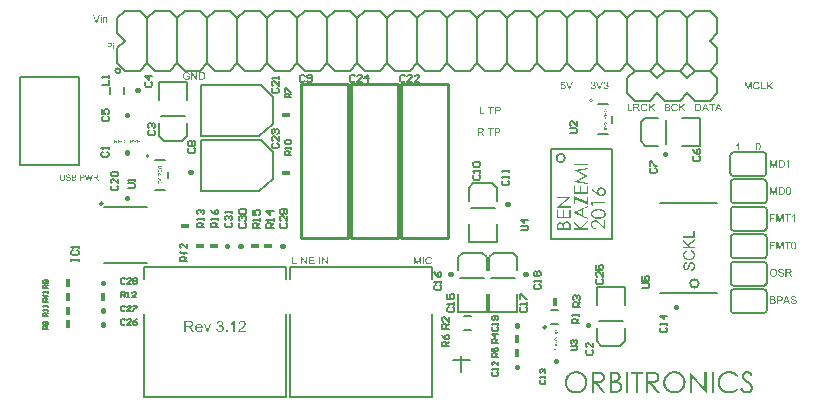
<source format=gto>
G04 Layer_Color=65535*
%FSAX24Y24*%
%MOIN*%
G70*
G01*
G75*
%ADD36C,0.0079*%
%ADD38C,0.0080*%
%ADD46C,0.0000*%
%ADD47C,0.0050*%
%ADD48C,0.0060*%
%ADD49C,0.0059*%
%ADD50C,0.0150*%
%ADD51C,0.0100*%
%ADD52R,0.0300X0.0150*%
%ADD53R,0.0150X0.0300*%
%ADD54R,0.0180X0.0300*%
G36*
X024281Y010340D02*
X024405D01*
Y010310D01*
X024247D01*
Y010562D01*
X024281D01*
Y010340D01*
D02*
G37*
G36*
X023940Y010310D02*
X023908D01*
Y010521D01*
X023835Y010310D01*
X023805D01*
X023732Y010524D01*
Y010310D01*
X023700D01*
Y010562D01*
X023750D01*
X023810Y010383D01*
Y010383D01*
X023810Y010382D01*
X023810Y010381D01*
X023811Y010379D01*
X023812Y010375D01*
X023814Y010369D01*
X023816Y010363D01*
X023818Y010357D01*
X023820Y010351D01*
X023822Y010346D01*
X023822Y010347D01*
X023822Y010349D01*
X023823Y010352D01*
X023825Y010356D01*
X023827Y010362D01*
X023829Y010369D01*
X023832Y010377D01*
X023835Y010386D01*
X023895Y010562D01*
X023940D01*
Y010310D01*
D02*
G37*
G36*
X002679Y011650D02*
X002654D01*
Y011796D01*
X002679D01*
Y011650D01*
D02*
G37*
G36*
Y011823D02*
X002654D01*
Y011851D01*
X002679D01*
Y011823D01*
D02*
G37*
G36*
X024541Y010460D02*
X024651Y010310D01*
X024607D01*
X024518Y010437D01*
X024476Y010397D01*
Y010310D01*
X024443D01*
Y010562D01*
X024476D01*
Y010437D01*
X024601Y010562D01*
X024646D01*
X024541Y010460D01*
D02*
G37*
G36*
X002112Y012530D02*
X002077D01*
X001980Y012782D01*
X002016D01*
X002082Y012599D01*
Y012598D01*
X002082Y012598D01*
X002082Y012597D01*
X002083Y012595D01*
X002083Y012593D01*
X002084Y012591D01*
X002086Y012585D01*
X002088Y012579D01*
X002090Y012572D01*
X002095Y012558D01*
Y012558D01*
X002095Y012559D01*
X002095Y012560D01*
X002096Y012561D01*
X002097Y012565D01*
X002099Y012571D01*
X002100Y012577D01*
X002103Y012584D01*
X002105Y012591D01*
X002108Y012599D01*
X002177Y012782D01*
X002210D01*
X002112Y012530D01*
D02*
G37*
G36*
X002406Y012716D02*
X002410Y012716D01*
X002415Y012715D01*
X002420Y012714D01*
X002426Y012713D01*
X002431Y012711D01*
X002431Y012710D01*
X002433Y012709D01*
X002435Y012708D01*
X002438Y012707D01*
X002442Y012704D01*
X002445Y012701D01*
X002448Y012699D01*
X002451Y012695D01*
X002452Y012695D01*
X002452Y012693D01*
X002454Y012691D01*
X002455Y012689D01*
X002457Y012685D01*
X002458Y012681D01*
X002460Y012677D01*
X002461Y012672D01*
Y012672D01*
X002462Y012671D01*
X002462Y012668D01*
X002462Y012665D01*
Y012661D01*
X002463Y012656D01*
X002463Y012650D01*
Y012642D01*
Y012530D01*
X002432D01*
Y012641D01*
Y012641D01*
Y012641D01*
Y012644D01*
Y012647D01*
X002432Y012651D01*
X002431Y012656D01*
X002431Y012661D01*
X002430Y012665D01*
X002428Y012669D01*
Y012669D01*
X002428Y012671D01*
X002427Y012672D01*
X002426Y012675D01*
X002424Y012677D01*
X002422Y012679D01*
X002419Y012682D01*
X002415Y012684D01*
X002415Y012684D01*
X002414Y012685D01*
X002412Y012686D01*
X002409Y012687D01*
X002406Y012688D01*
X002403Y012689D01*
X002398Y012689D01*
X002394Y012690D01*
X002392D01*
X002391Y012689D01*
X002387Y012689D01*
X002382Y012688D01*
X002377Y012687D01*
X002371Y012684D01*
X002365Y012681D01*
X002360Y012677D01*
X002359Y012676D01*
X002358Y012675D01*
X002357Y012673D01*
X002356Y012671D01*
X002354Y012669D01*
X002353Y012666D01*
X002352Y012664D01*
X002350Y012660D01*
X002349Y012656D01*
X002348Y012652D01*
X002347Y012647D01*
X002347Y012642D01*
X002346Y012636D01*
Y012629D01*
Y012530D01*
X002315D01*
Y012713D01*
X002343D01*
Y012687D01*
X002343Y012687D01*
X002344Y012688D01*
X002345Y012689D01*
X002346Y012691D01*
X002348Y012693D01*
X002351Y012696D01*
X002354Y012699D01*
X002357Y012702D01*
X002361Y012704D01*
X002365Y012707D01*
X002370Y012710D01*
X002375Y012712D01*
X002381Y012714D01*
X002387Y012715D01*
X002394Y012716D01*
X002400Y012717D01*
X002403D01*
X002406Y012716D01*
D02*
G37*
G36*
X024109Y010566D02*
X024113Y010566D01*
X024117Y010565D01*
X024121Y010565D01*
X024126Y010564D01*
X024135Y010562D01*
X024146Y010558D01*
X024152Y010556D01*
X024157Y010554D01*
X024162Y010550D01*
X024167Y010547D01*
X024167Y010547D01*
X024168Y010546D01*
X024170Y010545D01*
X024171Y010543D01*
X024173Y010541D01*
X024176Y010539D01*
X024178Y010536D01*
X024181Y010533D01*
X024184Y010529D01*
X024187Y010525D01*
X024190Y010521D01*
X024193Y010516D01*
X024196Y010511D01*
X024199Y010505D01*
X024201Y010499D01*
X024203Y010493D01*
X024170Y010485D01*
Y010485D01*
X024170Y010486D01*
X024169Y010488D01*
X024168Y010489D01*
X024168Y010492D01*
X024167Y010495D01*
X024164Y010500D01*
X024160Y010507D01*
X024156Y010513D01*
X024150Y010520D01*
X024144Y010525D01*
X024144Y010526D01*
X024142Y010527D01*
X024138Y010529D01*
X024133Y010532D01*
X024127Y010534D01*
X024120Y010536D01*
X024112Y010538D01*
X024103Y010538D01*
X024100D01*
X024098Y010538D01*
X024095D01*
X024092Y010537D01*
X024085Y010536D01*
X024078Y010535D01*
X024070Y010532D01*
X024061Y010528D01*
X024054Y010524D01*
X024053D01*
X024053Y010523D01*
X024051Y010521D01*
X024047Y010518D01*
X024043Y010514D01*
X024039Y010508D01*
X024034Y010502D01*
X024030Y010495D01*
X024027Y010486D01*
Y010486D01*
X024026Y010485D01*
X024026Y010484D01*
X024025Y010482D01*
X024025Y010480D01*
X024024Y010477D01*
X024023Y010471D01*
X024021Y010464D01*
X024020Y010456D01*
X024019Y010447D01*
X024019Y010438D01*
Y010437D01*
Y010436D01*
Y010434D01*
Y010432D01*
X024019Y010430D01*
Y010426D01*
X024020Y010423D01*
X024020Y010419D01*
X024021Y010410D01*
X024023Y010401D01*
X024025Y010391D01*
X024028Y010382D01*
Y010381D01*
X024028Y010381D01*
X024029Y010380D01*
X024030Y010378D01*
X024032Y010373D01*
X024035Y010368D01*
X024039Y010362D01*
X024044Y010356D01*
X024050Y010351D01*
X024057Y010346D01*
X024057D01*
X024058Y010345D01*
X024059Y010345D01*
X024061Y010344D01*
X024063Y010343D01*
X024065Y010342D01*
X024070Y010340D01*
X024076Y010338D01*
X024084Y010336D01*
X024092Y010334D01*
X024100Y010334D01*
X024103D01*
X024105Y010334D01*
X024107D01*
X024110Y010335D01*
X024116Y010336D01*
X024124Y010338D01*
X024132Y010341D01*
X024140Y010345D01*
X024144Y010347D01*
X024147Y010350D01*
X024148Y010350D01*
X024148Y010351D01*
X024149Y010352D01*
X024151Y010353D01*
X024152Y010355D01*
X024154Y010357D01*
X024156Y010359D01*
X024158Y010362D01*
X024160Y010365D01*
X024163Y010369D01*
X024165Y010373D01*
X024167Y010377D01*
X024169Y010382D01*
X024171Y010387D01*
X024172Y010392D01*
X024174Y010398D01*
X024207Y010390D01*
Y010389D01*
X024207Y010388D01*
X024206Y010386D01*
X024205Y010383D01*
X024204Y010380D01*
X024203Y010376D01*
X024201Y010371D01*
X024199Y010366D01*
X024194Y010356D01*
X024187Y010346D01*
X024183Y010341D01*
X024179Y010336D01*
X024175Y010331D01*
X024170Y010327D01*
X024169Y010327D01*
X024168Y010326D01*
X024167Y010325D01*
X024165Y010324D01*
X024162Y010322D01*
X024159Y010320D01*
X024155Y010318D01*
X024151Y010317D01*
X024146Y010314D01*
X024141Y010313D01*
X024136Y010311D01*
X024130Y010309D01*
X024124Y010307D01*
X024117Y010307D01*
X024110Y010306D01*
X024103Y010306D01*
X024099D01*
X024096Y010306D01*
X024093D01*
X024089Y010306D01*
X024084Y010307D01*
X024079Y010308D01*
X024069Y010310D01*
X024058Y010313D01*
X024047Y010317D01*
X024042Y010319D01*
X024037Y010322D01*
X024036Y010322D01*
X024036Y010323D01*
X024034Y010324D01*
X024033Y010325D01*
X024031Y010327D01*
X024028Y010329D01*
X024025Y010331D01*
X024022Y010334D01*
X024019Y010338D01*
X024016Y010341D01*
X024009Y010349D01*
X024003Y010359D01*
X023998Y010370D01*
Y010370D01*
X023997Y010372D01*
X023997Y010373D01*
X023996Y010376D01*
X023995Y010378D01*
X023994Y010382D01*
X023992Y010386D01*
X023991Y010390D01*
X023990Y010395D01*
X023989Y010401D01*
X023987Y010412D01*
X023985Y010425D01*
X023985Y010438D01*
Y010438D01*
Y010440D01*
Y010442D01*
X023985Y010444D01*
Y010448D01*
X023985Y010452D01*
X023986Y010456D01*
X023986Y010461D01*
X023988Y010472D01*
X023991Y010483D01*
X023994Y010495D01*
X024000Y010506D01*
X024000Y010507D01*
X024000Y010508D01*
X024001Y010509D01*
X024002Y010511D01*
X024004Y010513D01*
X024006Y010516D01*
X024010Y010523D01*
X024017Y010530D01*
X024024Y010538D01*
X024032Y010545D01*
X024042Y010551D01*
X024043Y010551D01*
X024044Y010552D01*
X024045Y010552D01*
X024047Y010554D01*
X024050Y010555D01*
X024053Y010556D01*
X024056Y010557D01*
X024060Y010559D01*
X024065Y010560D01*
X024069Y010562D01*
X024080Y010564D01*
X024091Y010566D01*
X024103Y010566D01*
X024107D01*
X024109Y010566D01*
D02*
G37*
G36*
X002268Y012530D02*
X002237D01*
Y012713D01*
X002268D01*
Y012530D01*
D02*
G37*
G36*
X002557Y011851D02*
X002562Y011851D01*
X002567Y011851D01*
X002572Y011850D01*
X002577Y011849D01*
X002577D01*
X002579Y011849D01*
X002582Y011848D01*
X002585Y011847D01*
X002589Y011846D01*
X002593Y011844D01*
X002597Y011842D01*
X002601Y011840D01*
X002602Y011839D01*
X002603Y011839D01*
X002605Y011837D01*
X002607Y011835D01*
X002610Y011832D01*
X002612Y011829D01*
X002615Y011825D01*
X002618Y011821D01*
X002618Y011820D01*
X002618Y011818D01*
X002620Y011816D01*
X002621Y011812D01*
X002622Y011808D01*
X002623Y011804D01*
X002623Y011798D01*
X002624Y011793D01*
Y011793D01*
Y011792D01*
Y011791D01*
X002623Y011789D01*
X002623Y011786D01*
X002623Y011784D01*
X002622Y011781D01*
X002622Y011778D01*
X002620Y011771D01*
X002618Y011768D01*
X002617Y011764D01*
X002615Y011760D01*
X002613Y011757D01*
X002610Y011753D01*
X002607Y011750D01*
X002607Y011749D01*
X002606Y011749D01*
X002605Y011748D01*
X002604Y011747D01*
X002602Y011745D01*
X002600Y011744D01*
X002597Y011742D01*
X002594Y011741D01*
X002590Y011739D01*
X002586Y011737D01*
X002581Y011736D01*
X002575Y011735D01*
X002570Y011734D01*
X002563Y011733D01*
X002556Y011732D01*
X002548Y011732D01*
X002497D01*
Y011650D01*
X002470D01*
Y011851D01*
X002553D01*
X002557Y011851D01*
D02*
G37*
G36*
X022040Y005360D02*
X021662D01*
Y005410D01*
X021995D01*
Y005597D01*
X022040D01*
Y005360D01*
D02*
G37*
G36*
X001361Y007471D02*
X001363D01*
X001368Y007470D01*
X001374Y007470D01*
X001380Y007469D01*
X001386Y007467D01*
X001392Y007465D01*
X001392D01*
X001392Y007465D01*
X001394Y007464D01*
X001397Y007463D01*
X001400Y007461D01*
X001403Y007458D01*
X001407Y007455D01*
X001410Y007451D01*
X001414Y007446D01*
X001414Y007446D01*
X001415Y007444D01*
X001416Y007442D01*
X001418Y007438D01*
X001419Y007434D01*
X001420Y007430D01*
X001421Y007425D01*
X001422Y007420D01*
Y007419D01*
Y007418D01*
X001421Y007415D01*
X001421Y007412D01*
X001420Y007408D01*
X001418Y007404D01*
X001417Y007400D01*
X001414Y007396D01*
X001414Y007395D01*
X001413Y007394D01*
X001411Y007392D01*
X001409Y007389D01*
X001406Y007386D01*
X001403Y007383D01*
X001398Y007380D01*
X001393Y007377D01*
X001394D01*
X001394Y007377D01*
X001395Y007377D01*
X001396Y007376D01*
X001400Y007375D01*
X001404Y007373D01*
X001408Y007370D01*
X001413Y007367D01*
X001418Y007363D01*
X001422Y007359D01*
X001422Y007358D01*
X001423Y007356D01*
X001425Y007354D01*
X001427Y007350D01*
X001428Y007346D01*
X001430Y007341D01*
X001431Y007335D01*
X001432Y007328D01*
Y007328D01*
Y007328D01*
Y007326D01*
X001431Y007323D01*
X001431Y007320D01*
X001430Y007316D01*
X001429Y007311D01*
X001427Y007307D01*
X001425Y007302D01*
X001425Y007301D01*
X001424Y007300D01*
X001423Y007298D01*
X001421Y007295D01*
X001419Y007292D01*
X001417Y007289D01*
X001414Y007286D01*
X001411Y007283D01*
X001410Y007283D01*
X001409Y007282D01*
X001407Y007281D01*
X001404Y007280D01*
X001401Y007278D01*
X001398Y007276D01*
X001393Y007275D01*
X001388Y007273D01*
X001388D01*
X001386Y007273D01*
X001383Y007272D01*
X001379Y007272D01*
X001375Y007271D01*
X001369Y007271D01*
X001363Y007270D01*
X001356Y007270D01*
X001279D01*
Y007471D01*
X001359D01*
X001361Y007471D01*
D02*
G37*
G36*
X021923Y004948D02*
X021926Y004947D01*
X021931Y004945D01*
X021936Y004944D01*
X021942Y004941D01*
X021948Y004939D01*
X021955Y004935D01*
X021971Y004928D01*
X021986Y004918D01*
X021994Y004912D01*
X022001Y004906D01*
X022008Y004899D01*
X022014Y004892D01*
X022015Y004891D01*
X022016Y004890D01*
X022017Y004887D01*
X022019Y004885D01*
X022022Y004880D01*
X022025Y004876D01*
X022027Y004870D01*
X022030Y004864D01*
X022033Y004857D01*
X022036Y004849D01*
X022039Y004841D01*
X022042Y004832D01*
X022044Y004823D01*
X022045Y004813D01*
X022046Y004803D01*
X022047Y004792D01*
Y004791D01*
Y004789D01*
Y004786D01*
X022046Y004781D01*
Y004777D01*
X022045Y004771D01*
X022044Y004764D01*
X022043Y004756D01*
X022041Y004740D01*
X022036Y004724D01*
X022030Y004708D01*
X022026Y004700D01*
X022022Y004692D01*
X022021Y004692D01*
X022021Y004691D01*
X022019Y004689D01*
X022017Y004686D01*
X022015Y004683D01*
X022012Y004679D01*
X022008Y004675D01*
X022003Y004671D01*
X021999Y004666D01*
X021994Y004661D01*
X021981Y004651D01*
X021966Y004642D01*
X021950Y004634D01*
X021949D01*
X021948Y004633D01*
X021945Y004632D01*
X021942Y004631D01*
X021937Y004630D01*
X021932Y004628D01*
X021926Y004626D01*
X021919Y004624D01*
X021912Y004623D01*
X021904Y004620D01*
X021887Y004618D01*
X021868Y004615D01*
X021848Y004614D01*
X021842D01*
X021839Y004615D01*
X021833D01*
X021828Y004615D01*
X021821Y004616D01*
X021813Y004617D01*
X021798Y004620D01*
X021780Y004624D01*
X021763Y004629D01*
X021746Y004637D01*
X021745Y004637D01*
X021744Y004638D01*
X021741Y004639D01*
X021739Y004641D01*
X021735Y004643D01*
X021730Y004646D01*
X021721Y004653D01*
X021710Y004662D01*
X021699Y004673D01*
X021688Y004686D01*
X021679Y004701D01*
X021678Y004701D01*
X021677Y004703D01*
X021676Y004705D01*
X021675Y004708D01*
X021673Y004712D01*
X021671Y004716D01*
X021669Y004722D01*
X021667Y004728D01*
X021665Y004734D01*
X021663Y004742D01*
X021659Y004757D01*
X021657Y004774D01*
X021656Y004792D01*
Y004793D01*
Y004795D01*
Y004798D01*
X021656Y004802D01*
X021657Y004807D01*
X021657Y004813D01*
X021658Y004819D01*
X021659Y004826D01*
X021663Y004840D01*
X021668Y004857D01*
X021671Y004865D01*
X021675Y004873D01*
X021680Y004880D01*
X021685Y004888D01*
X021685Y004888D01*
X021686Y004890D01*
X021687Y004892D01*
X021690Y004894D01*
X021693Y004897D01*
X021697Y004901D01*
X021701Y004905D01*
X021705Y004909D01*
X021711Y004914D01*
X021717Y004918D01*
X021724Y004923D01*
X021731Y004927D01*
X021739Y004931D01*
X021747Y004935D01*
X021756Y004939D01*
X021766Y004942D01*
X021777Y004893D01*
X021777D01*
X021776Y004892D01*
X021774Y004891D01*
X021771Y004890D01*
X021768Y004889D01*
X021763Y004887D01*
X021754Y004883D01*
X021745Y004878D01*
X021735Y004871D01*
X021725Y004863D01*
X021717Y004854D01*
X021716Y004853D01*
X021714Y004850D01*
X021711Y004844D01*
X021707Y004837D01*
X021704Y004828D01*
X021701Y004817D01*
X021699Y004805D01*
X021698Y004791D01*
Y004791D01*
Y004789D01*
Y004787D01*
X021699Y004784D01*
Y004780D01*
X021699Y004776D01*
X021701Y004766D01*
X021703Y004754D01*
X021707Y004742D01*
X021712Y004730D01*
X021720Y004718D01*
Y004718D01*
X021721Y004717D01*
X021723Y004713D01*
X021728Y004708D01*
X021734Y004702D01*
X021742Y004695D01*
X021752Y004689D01*
X021763Y004683D01*
X021776Y004677D01*
X021776D01*
X021777Y004677D01*
X021779Y004676D01*
X021782Y004676D01*
X021785Y004674D01*
X021789Y004673D01*
X021798Y004672D01*
X021809Y004669D01*
X021821Y004667D01*
X021834Y004666D01*
X021848Y004666D01*
X021857D01*
X021860Y004666D01*
X021865D01*
X021871Y004667D01*
X021877Y004667D01*
X021890Y004669D01*
X021904Y004672D01*
X021918Y004675D01*
X021932Y004679D01*
X021933D01*
X021934Y004680D01*
X021936Y004681D01*
X021938Y004682D01*
X021945Y004685D01*
X021953Y004690D01*
X021961Y004696D01*
X021971Y004704D01*
X021979Y004713D01*
X021986Y004723D01*
Y004724D01*
X021987Y004725D01*
X021988Y004726D01*
X021989Y004728D01*
X021990Y004731D01*
X021992Y004734D01*
X021995Y004742D01*
X021999Y004752D01*
X022001Y004763D01*
X022003Y004775D01*
X022004Y004787D01*
Y004788D01*
Y004789D01*
Y004791D01*
X022003Y004795D01*
Y004798D01*
X022003Y004802D01*
X022001Y004812D01*
X021998Y004823D01*
X021994Y004835D01*
X021988Y004847D01*
X021984Y004853D01*
X021980Y004858D01*
X021979Y004859D01*
X021979Y004860D01*
X021977Y004861D01*
X021976Y004863D01*
X021973Y004866D01*
X021970Y004868D01*
X021966Y004872D01*
X021962Y004874D01*
X021957Y004878D01*
X021952Y004881D01*
X021946Y004885D01*
X021940Y004888D01*
X021932Y004891D01*
X021925Y004893D01*
X021917Y004896D01*
X021908Y004898D01*
X021920Y004949D01*
X021921D01*
X021923Y004948D01*
D02*
G37*
G36*
X022040Y005254D02*
X021849Y005120D01*
X021909Y005058D01*
X022040D01*
Y005008D01*
X021662D01*
Y005058D01*
X021850D01*
X021662Y005245D01*
Y005313D01*
X021816Y005155D01*
X022040Y005320D01*
Y005254D01*
D02*
G37*
G36*
X001634Y007471D02*
X001638Y007471D01*
X001644Y007470D01*
X001649Y007470D01*
X001653Y007469D01*
X001654D01*
X001656Y007469D01*
X001658Y007468D01*
X001662Y007467D01*
X001666Y007466D01*
X001670Y007464D01*
X001674Y007462D01*
X001678Y007460D01*
X001678Y007459D01*
X001679Y007459D01*
X001681Y007457D01*
X001684Y007455D01*
X001686Y007452D01*
X001689Y007449D01*
X001692Y007445D01*
X001694Y007441D01*
X001694Y007440D01*
X001695Y007438D01*
X001696Y007436D01*
X001697Y007432D01*
X001698Y007428D01*
X001699Y007424D01*
X001700Y007418D01*
X001700Y007413D01*
Y007413D01*
Y007412D01*
Y007411D01*
X001700Y007409D01*
X001700Y007406D01*
X001699Y007404D01*
X001699Y007401D01*
X001698Y007398D01*
X001696Y007391D01*
X001695Y007388D01*
X001693Y007384D01*
X001691Y007380D01*
X001689Y007377D01*
X001686Y007373D01*
X001684Y007370D01*
X001683Y007369D01*
X001683Y007369D01*
X001682Y007368D01*
X001680Y007367D01*
X001679Y007365D01*
X001676Y007364D01*
X001673Y007362D01*
X001670Y007361D01*
X001666Y007359D01*
X001662Y007357D01*
X001657Y007356D01*
X001652Y007355D01*
X001646Y007354D01*
X001640Y007353D01*
X001632Y007352D01*
X001625Y007352D01*
X001573D01*
Y007270D01*
X001547D01*
Y007471D01*
X001629D01*
X001634Y007471D01*
D02*
G37*
G36*
X001920Y007270D02*
X001893D01*
X001851Y007423D01*
Y007424D01*
X001851Y007424D01*
X001851Y007425D01*
X001850Y007427D01*
X001849Y007430D01*
X001849Y007434D01*
X001847Y007438D01*
X001846Y007441D01*
X001845Y007445D01*
X001845Y007446D01*
X001845Y007447D01*
Y007447D01*
X001844Y007446D01*
X001844Y007445D01*
X001844Y007442D01*
X001843Y007439D01*
X001842Y007435D01*
X001841Y007431D01*
X001840Y007427D01*
X001839Y007423D01*
X001796Y007270D01*
X001768D01*
X001716Y007471D01*
X001743D01*
X001773Y007339D01*
Y007339D01*
X001773Y007338D01*
X001774Y007337D01*
X001774Y007336D01*
X001774Y007334D01*
X001775Y007332D01*
X001776Y007329D01*
X001776Y007326D01*
X001778Y007320D01*
X001779Y007313D01*
X001780Y007305D01*
X001782Y007298D01*
Y007298D01*
X001782Y007299D01*
X001783Y007301D01*
X001783Y007303D01*
X001784Y007305D01*
X001785Y007308D01*
X001786Y007315D01*
X001788Y007321D01*
X001788Y007324D01*
X001789Y007327D01*
X001790Y007330D01*
X001790Y007332D01*
X001791Y007334D01*
X001791Y007335D01*
X001829Y007471D01*
X001862D01*
X001890Y007369D01*
Y007369D01*
X001891Y007367D01*
X001891Y007365D01*
X001892Y007363D01*
X001893Y007359D01*
X001894Y007356D01*
X001895Y007351D01*
X001896Y007346D01*
X001898Y007341D01*
X001899Y007335D01*
X001902Y007323D01*
X001904Y007311D01*
X001906Y007298D01*
Y007298D01*
X001906Y007299D01*
Y007300D01*
X001907Y007301D01*
X001907Y007303D01*
X001908Y007305D01*
X001908Y007308D01*
X001909Y007311D01*
X001911Y007317D01*
X001912Y007325D01*
X001914Y007333D01*
X001916Y007342D01*
X001948Y007471D01*
X001975D01*
X001920Y007270D01*
D02*
G37*
G36*
X001168Y007475D02*
X001170D01*
X001175Y007474D01*
X001182Y007473D01*
X001188Y007472D01*
X001195Y007470D01*
X001201Y007468D01*
X001202D01*
X001202Y007467D01*
X001203Y007467D01*
X001204Y007466D01*
X001207Y007465D01*
X001211Y007462D01*
X001215Y007459D01*
X001220Y007455D01*
X001224Y007451D01*
X001228Y007446D01*
Y007446D01*
X001228Y007445D01*
X001228Y007445D01*
X001229Y007444D01*
X001230Y007441D01*
X001232Y007437D01*
X001234Y007432D01*
X001236Y007427D01*
X001237Y007421D01*
X001238Y007415D01*
X001212Y007413D01*
Y007413D01*
Y007413D01*
X001212Y007414D01*
X001212Y007416D01*
X001211Y007419D01*
X001210Y007423D01*
X001208Y007428D01*
X001205Y007433D01*
X001202Y007437D01*
X001198Y007441D01*
X001197Y007441D01*
X001196Y007443D01*
X001193Y007444D01*
X001189Y007446D01*
X001184Y007448D01*
X001178Y007450D01*
X001171Y007451D01*
X001163Y007451D01*
X001159D01*
X001157Y007451D01*
X001155Y007450D01*
X001150Y007450D01*
X001144Y007449D01*
X001138Y007447D01*
X001132Y007445D01*
X001130Y007443D01*
X001128Y007442D01*
X001127Y007442D01*
X001126Y007441D01*
X001124Y007438D01*
X001123Y007436D01*
X001120Y007433D01*
X001119Y007429D01*
X001118Y007425D01*
X001117Y007421D01*
Y007420D01*
Y007419D01*
X001117Y007417D01*
X001118Y007415D01*
X001119Y007412D01*
X001120Y007409D01*
X001122Y007406D01*
X001125Y007403D01*
X001125Y007403D01*
X001126Y007402D01*
X001127Y007401D01*
X001129Y007400D01*
X001130Y007399D01*
X001132Y007398D01*
X001135Y007397D01*
X001138Y007396D01*
X001141Y007395D01*
X001145Y007394D01*
X001149Y007393D01*
X001154Y007391D01*
X001159Y007390D01*
X001165Y007388D01*
X001165D01*
X001166Y007388D01*
X001168Y007388D01*
X001170Y007387D01*
X001173Y007387D01*
X001176Y007386D01*
X001179Y007385D01*
X001182Y007384D01*
X001190Y007382D01*
X001197Y007380D01*
X001201Y007379D01*
X001204Y007378D01*
X001207Y007377D01*
X001209Y007376D01*
X001210D01*
X001210Y007375D01*
X001211Y007375D01*
X001212Y007374D01*
X001215Y007372D01*
X001219Y007370D01*
X001223Y007367D01*
X001228Y007363D01*
X001232Y007359D01*
X001235Y007355D01*
X001236Y007354D01*
X001237Y007353D01*
X001238Y007350D01*
X001240Y007347D01*
X001241Y007343D01*
X001243Y007338D01*
X001244Y007332D01*
X001244Y007326D01*
Y007326D01*
Y007326D01*
Y007325D01*
Y007324D01*
X001243Y007321D01*
X001243Y007317D01*
X001242Y007312D01*
X001240Y007307D01*
X001238Y007302D01*
X001235Y007296D01*
Y007296D01*
X001234Y007296D01*
X001233Y007294D01*
X001231Y007291D01*
X001228Y007288D01*
X001224Y007285D01*
X001219Y007281D01*
X001214Y007278D01*
X001208Y007274D01*
X001208D01*
X001207Y007274D01*
X001206Y007274D01*
X001205Y007273D01*
X001203Y007273D01*
X001201Y007272D01*
X001197Y007271D01*
X001191Y007269D01*
X001184Y007268D01*
X001177Y007267D01*
X001169Y007267D01*
X001165D01*
X001162Y007267D01*
X001160D01*
X001157Y007267D01*
X001153Y007267D01*
X001146Y007269D01*
X001139Y007270D01*
X001131Y007272D01*
X001124Y007274D01*
X001123D01*
X001123Y007275D01*
X001122Y007275D01*
X001121Y007276D01*
X001117Y007278D01*
X001113Y007280D01*
X001109Y007284D01*
X001104Y007288D01*
X001099Y007293D01*
X001095Y007298D01*
Y007299D01*
X001094Y007299D01*
X001094Y007300D01*
X001093Y007301D01*
X001092Y007303D01*
X001091Y007304D01*
X001089Y007309D01*
X001087Y007314D01*
X001086Y007320D01*
X001084Y007327D01*
X001084Y007335D01*
X001109Y007337D01*
Y007337D01*
Y007336D01*
X001109Y007335D01*
Y007334D01*
X001110Y007332D01*
X001111Y007328D01*
X001112Y007324D01*
X001113Y007320D01*
X001115Y007316D01*
X001117Y007312D01*
X001117Y007312D01*
X001118Y007310D01*
X001120Y007308D01*
X001122Y007306D01*
X001125Y007304D01*
X001128Y007301D01*
X001132Y007299D01*
X001137Y007296D01*
X001137D01*
X001138Y007296D01*
X001139Y007296D01*
X001139Y007295D01*
X001142Y007294D01*
X001146Y007293D01*
X001151Y007292D01*
X001156Y007291D01*
X001162Y007291D01*
X001168Y007290D01*
X001171D01*
X001174Y007291D01*
X001177Y007291D01*
X001181Y007292D01*
X001186Y007292D01*
X001191Y007293D01*
X001195Y007295D01*
X001196Y007295D01*
X001197Y007296D01*
X001199Y007297D01*
X001202Y007298D01*
X001204Y007300D01*
X001207Y007302D01*
X001210Y007304D01*
X001212Y007307D01*
X001213Y007308D01*
X001213Y007309D01*
X001214Y007310D01*
X001215Y007312D01*
X001217Y007315D01*
X001217Y007318D01*
X001218Y007321D01*
X001218Y007324D01*
Y007325D01*
Y007326D01*
X001218Y007328D01*
X001218Y007330D01*
X001217Y007333D01*
X001216Y007335D01*
X001214Y007338D01*
X001212Y007341D01*
X001212Y007341D01*
X001211Y007342D01*
X001210Y007343D01*
X001208Y007345D01*
X001206Y007347D01*
X001203Y007349D01*
X001199Y007351D01*
X001194Y007353D01*
X001194Y007353D01*
X001193Y007353D01*
X001190Y007354D01*
X001189Y007354D01*
X001187Y007355D01*
X001185Y007356D01*
X001182Y007356D01*
X001179Y007357D01*
X001176Y007358D01*
X001172Y007359D01*
X001168Y007360D01*
X001164Y007361D01*
X001159Y007363D01*
X001158D01*
X001157Y007363D01*
X001156Y007363D01*
X001154Y007364D01*
X001152Y007364D01*
X001149Y007365D01*
X001143Y007367D01*
X001137Y007369D01*
X001130Y007371D01*
X001125Y007373D01*
X001122Y007374D01*
X001120Y007375D01*
X001119D01*
X001119Y007375D01*
X001117Y007377D01*
X001115Y007378D01*
X001112Y007380D01*
X001108Y007383D01*
X001105Y007386D01*
X001101Y007390D01*
X001098Y007394D01*
X001098Y007395D01*
X001097Y007396D01*
X001096Y007398D01*
X001095Y007401D01*
X001094Y007405D01*
X001093Y007409D01*
X001092Y007414D01*
X001091Y007419D01*
Y007419D01*
Y007420D01*
Y007420D01*
Y007422D01*
X001092Y007425D01*
X001093Y007428D01*
X001093Y007433D01*
X001095Y007438D01*
X001097Y007443D01*
X001100Y007448D01*
Y007448D01*
X001100Y007448D01*
X001102Y007450D01*
X001104Y007452D01*
X001106Y007455D01*
X001110Y007458D01*
X001114Y007462D01*
X001119Y007465D01*
X001125Y007468D01*
X001125D01*
X001126Y007468D01*
X001127Y007468D01*
X001128Y007469D01*
X001129Y007470D01*
X001132Y007470D01*
X001136Y007471D01*
X001141Y007473D01*
X001148Y007474D01*
X001155Y007475D01*
X001162Y007475D01*
X001166D01*
X001168Y007475D01*
D02*
G37*
G36*
X002096Y007471D02*
X002099D01*
X002105Y007471D01*
X002111Y007470D01*
X002118Y007469D01*
X002124Y007468D01*
X002128Y007467D01*
X002130Y007466D01*
X002131D01*
X002131Y007466D01*
X002133Y007465D01*
X002135Y007464D01*
X002138Y007461D01*
X002142Y007459D01*
X002146Y007455D01*
X002149Y007451D01*
X002153Y007447D01*
Y007446D01*
X002153Y007446D01*
X002154Y007444D01*
X002155Y007441D01*
X002157Y007438D01*
X002158Y007433D01*
X002160Y007428D01*
X002161Y007422D01*
X002161Y007416D01*
Y007416D01*
Y007416D01*
Y007414D01*
X002161Y007413D01*
Y007411D01*
X002161Y007409D01*
X002159Y007404D01*
X002158Y007398D01*
X002155Y007392D01*
X002152Y007386D01*
X002149Y007383D01*
X002147Y007380D01*
X002147Y007380D01*
X002147Y007379D01*
X002146Y007379D01*
X002145Y007378D01*
X002143Y007377D01*
X002141Y007375D01*
X002139Y007374D01*
X002137Y007372D01*
X002134Y007371D01*
X002131Y007369D01*
X002127Y007367D01*
X002123Y007366D01*
X002119Y007365D01*
X002115Y007363D01*
X002110Y007363D01*
X002104Y007362D01*
X002105Y007361D01*
X002106Y007361D01*
X002108Y007360D01*
X002110Y007358D01*
X002115Y007355D01*
X002118Y007353D01*
X002120Y007351D01*
X002121Y007351D01*
X002122Y007349D01*
X002125Y007347D01*
X002128Y007344D01*
X002131Y007340D01*
X002135Y007336D01*
X002138Y007331D01*
X002142Y007325D01*
X002177Y007270D01*
X002144D01*
X002117Y007312D01*
Y007312D01*
X002117Y007313D01*
X002116Y007314D01*
X002115Y007315D01*
X002113Y007318D01*
X002111Y007322D01*
X002108Y007326D01*
X002104Y007331D01*
X002101Y007335D01*
X002098Y007340D01*
X002098Y007340D01*
X002097Y007341D01*
X002096Y007343D01*
X002094Y007345D01*
X002089Y007349D01*
X002087Y007351D01*
X002085Y007353D01*
X002084Y007353D01*
X002084Y007354D01*
X002083Y007354D01*
X002081Y007355D01*
X002079Y007356D01*
X002077Y007357D01*
X002072Y007358D01*
X002072D01*
X002071Y007358D01*
X002070D01*
X002069Y007359D01*
X002067Y007359D01*
X002064D01*
X002061Y007359D01*
X002027D01*
Y007270D01*
X002000D01*
Y007471D01*
X002094D01*
X002096Y007471D01*
D02*
G37*
G36*
X001048Y007355D02*
Y007355D01*
Y007354D01*
Y007352D01*
Y007350D01*
X001048Y007347D01*
Y007344D01*
X001048Y007341D01*
X001047Y007338D01*
X001047Y007330D01*
X001045Y007322D01*
X001044Y007314D01*
X001042Y007310D01*
X001041Y007306D01*
Y007306D01*
X001041Y007305D01*
X001040Y007305D01*
X001040Y007303D01*
X001038Y007300D01*
X001036Y007296D01*
X001032Y007292D01*
X001028Y007287D01*
X001023Y007282D01*
X001016Y007278D01*
X001016D01*
X001015Y007277D01*
X001015Y007277D01*
X001013Y007276D01*
X001011Y007275D01*
X001009Y007274D01*
X001007Y007273D01*
X001004Y007272D01*
X001001Y007271D01*
X000997Y007270D01*
X000993Y007269D01*
X000989Y007268D01*
X000985Y007268D01*
X000980Y007267D01*
X000969Y007267D01*
X000967D01*
X000965Y007267D01*
X000962D01*
X000960Y007267D01*
X000956Y007267D01*
X000953Y007268D01*
X000946Y007269D01*
X000938Y007271D01*
X000930Y007273D01*
X000923Y007276D01*
X000923D01*
X000922Y007277D01*
X000921Y007277D01*
X000920Y007278D01*
X000917Y007280D01*
X000913Y007283D01*
X000909Y007287D01*
X000905Y007292D01*
X000901Y007298D01*
X000898Y007304D01*
Y007305D01*
X000897Y007305D01*
X000897Y007306D01*
X000896Y007308D01*
X000896Y007310D01*
X000895Y007312D01*
X000894Y007315D01*
X000894Y007318D01*
X000893Y007321D01*
X000892Y007325D01*
X000892Y007329D01*
X000891Y007333D01*
X000891Y007338D01*
X000890Y007344D01*
X000890Y007349D01*
Y007355D01*
Y007471D01*
X000917D01*
Y007355D01*
Y007355D01*
Y007354D01*
Y007352D01*
Y007351D01*
X000917Y007349D01*
Y007346D01*
X000917Y007340D01*
X000918Y007334D01*
X000919Y007328D01*
X000920Y007322D01*
X000921Y007319D01*
X000921Y007316D01*
X000922Y007316D01*
X000922Y007314D01*
X000924Y007312D01*
X000926Y007309D01*
X000928Y007306D01*
X000930Y007303D01*
X000934Y007300D01*
X000938Y007297D01*
X000939Y007297D01*
X000940Y007296D01*
X000943Y007295D01*
X000946Y007294D01*
X000950Y007293D01*
X000955Y007292D01*
X000961Y007291D01*
X000967Y007291D01*
X000970D01*
X000972Y007291D01*
X000974D01*
X000977Y007291D01*
X000983Y007292D01*
X000990Y007294D01*
X000997Y007296D01*
X001003Y007299D01*
X001006Y007301D01*
X001009Y007304D01*
X001009Y007304D01*
X001010Y007304D01*
X001010Y007305D01*
X001011Y007306D01*
X001012Y007308D01*
X001013Y007310D01*
X001014Y007312D01*
X001015Y007315D01*
X001017Y007318D01*
X001017Y007322D01*
X001019Y007326D01*
X001019Y007331D01*
X001020Y007336D01*
X001021Y007342D01*
X001022Y007348D01*
Y007355D01*
Y007471D01*
X001048D01*
Y007355D01*
D02*
G37*
G36*
X024674Y004326D02*
X024677D01*
X024680Y004325D01*
X024684Y004325D01*
X024689Y004324D01*
X024698Y004322D01*
X024709Y004319D01*
X024720Y004315D01*
X024725Y004312D01*
X024731Y004309D01*
X024731Y004309D01*
X024732Y004309D01*
X024733Y004307D01*
X024735Y004306D01*
X024738Y004305D01*
X024741Y004302D01*
X024747Y004297D01*
X024753Y004291D01*
X024761Y004283D01*
X024767Y004273D01*
X024773Y004263D01*
Y004262D01*
X024774Y004261D01*
X024775Y004260D01*
X024775Y004258D01*
X024777Y004255D01*
X024778Y004251D01*
X024779Y004247D01*
X024781Y004243D01*
X024782Y004238D01*
X024783Y004233D01*
X024785Y004227D01*
X024786Y004222D01*
X024787Y004209D01*
X024788Y004195D01*
Y004195D01*
Y004193D01*
Y004191D01*
X024788Y004188D01*
Y004185D01*
X024787Y004181D01*
X024787Y004177D01*
X024786Y004172D01*
X024785Y004162D01*
X024782Y004150D01*
X024778Y004138D01*
X024775Y004132D01*
X024773Y004127D01*
Y004126D01*
X024772Y004125D01*
X024771Y004124D01*
X024770Y004121D01*
X024768Y004119D01*
X024766Y004116D01*
X024761Y004109D01*
X024755Y004102D01*
X024748Y004095D01*
X024739Y004087D01*
X024729Y004081D01*
X024729D01*
X024728Y004080D01*
X024726Y004079D01*
X024724Y004078D01*
X024721Y004077D01*
X024718Y004076D01*
X024715Y004074D01*
X024711Y004073D01*
X024706Y004072D01*
X024702Y004070D01*
X024691Y004068D01*
X024680Y004066D01*
X024668Y004065D01*
X024664D01*
X024662Y004066D01*
X024659D01*
X024655Y004066D01*
X024651Y004067D01*
X024646Y004068D01*
X024636Y004070D01*
X024626Y004073D01*
X024615Y004077D01*
X024609Y004080D01*
X024604Y004083D01*
X024604Y004083D01*
X024603Y004083D01*
X024601Y004084D01*
X024599Y004086D01*
X024597Y004087D01*
X024595Y004089D01*
X024588Y004095D01*
X024581Y004101D01*
X024574Y004109D01*
X024568Y004119D01*
X024561Y004129D01*
Y004129D01*
X024561Y004131D01*
X024560Y004132D01*
X024559Y004134D01*
X024558Y004137D01*
X024557Y004140D01*
X024556Y004144D01*
X024555Y004148D01*
X024553Y004153D01*
X024552Y004157D01*
X024549Y004168D01*
X024548Y004180D01*
X024547Y004192D01*
Y004192D01*
Y004193D01*
Y004195D01*
X024548Y004198D01*
Y004203D01*
X024548Y004208D01*
X024549Y004214D01*
X024550Y004221D01*
X024552Y004228D01*
X024553Y004236D01*
X024555Y004244D01*
X024558Y004252D01*
X024561Y004260D01*
X024565Y004268D01*
X024570Y004276D01*
X024575Y004283D01*
X024581Y004290D01*
X024581Y004291D01*
X024582Y004292D01*
X024584Y004294D01*
X024587Y004296D01*
X024590Y004299D01*
X024594Y004302D01*
X024599Y004305D01*
X024604Y004308D01*
X024610Y004311D01*
X024617Y004315D01*
X024624Y004318D01*
X024632Y004321D01*
X024640Y004323D01*
X024649Y004325D01*
X024658Y004326D01*
X024668Y004326D01*
X024671D01*
X024674Y004326D01*
D02*
G37*
G36*
X025186Y004321D02*
X025189D01*
X025197Y004321D01*
X025205Y004320D01*
X025214Y004319D01*
X025222Y004317D01*
X025226Y004316D01*
X025229Y004315D01*
X025229D01*
X025230Y004314D01*
X025232Y004313D01*
X025235Y004312D01*
X025239Y004309D01*
X025244Y004306D01*
X025248Y004302D01*
X025253Y004297D01*
X025257Y004291D01*
Y004290D01*
X025257Y004290D01*
X025259Y004288D01*
X025260Y004284D01*
X025262Y004279D01*
X025264Y004274D01*
X025266Y004267D01*
X025267Y004261D01*
X025268Y004253D01*
Y004252D01*
Y004252D01*
Y004250D01*
X025267Y004248D01*
Y004246D01*
X025267Y004243D01*
X025265Y004237D01*
X025263Y004230D01*
X025260Y004222D01*
X025256Y004215D01*
X025253Y004211D01*
X025250Y004207D01*
X025250Y004207D01*
X025249Y004207D01*
X025248Y004206D01*
X025247Y004204D01*
X025245Y004203D01*
X025243Y004202D01*
X025240Y004200D01*
X025237Y004198D01*
X025233Y004196D01*
X025229Y004194D01*
X025225Y004192D01*
X025220Y004190D01*
X025215Y004188D01*
X025209Y004187D01*
X025203Y004186D01*
X025197Y004184D01*
X025197Y004184D01*
X025199Y004183D01*
X025201Y004182D01*
X025204Y004180D01*
X025210Y004176D01*
X025214Y004174D01*
X025217Y004172D01*
X025217Y004171D01*
X025219Y004169D01*
X025222Y004166D01*
X025226Y004163D01*
X025230Y004157D01*
X025234Y004152D01*
X025239Y004145D01*
X025244Y004138D01*
X025288Y004070D01*
X025246D01*
X025213Y004122D01*
Y004123D01*
X025212Y004123D01*
X025212Y004124D01*
X025210Y004126D01*
X025208Y004130D01*
X025205Y004135D01*
X025201Y004140D01*
X025197Y004146D01*
X025193Y004152D01*
X025189Y004157D01*
X025189Y004157D01*
X025188Y004159D01*
X025186Y004161D01*
X025183Y004163D01*
X025178Y004169D01*
X025175Y004171D01*
X025172Y004174D01*
X025171Y004174D01*
X025171Y004174D01*
X025169Y004175D01*
X025167Y004176D01*
X025165Y004177D01*
X025162Y004178D01*
X025157Y004180D01*
X025156D01*
X025155Y004180D01*
X025154D01*
X025152Y004181D01*
X025150Y004181D01*
X025147D01*
X025143Y004182D01*
X025100D01*
Y004070D01*
X025066D01*
Y004322D01*
X025183D01*
X025186Y004321D01*
D02*
G37*
G36*
X024945Y007052D02*
X024952Y007052D01*
X024960Y007051D01*
X024967Y007050D01*
X024973Y007049D01*
X024973D01*
X024974Y007049D01*
X024975D01*
X024977Y007048D01*
X024981Y007047D01*
X024986Y007045D01*
X024992Y007042D01*
X024998Y007039D01*
X025004Y007036D01*
X025010Y007031D01*
X025010Y007030D01*
X025011Y007030D01*
X025012Y007029D01*
X025013Y007028D01*
X025017Y007024D01*
X025021Y007019D01*
X025026Y007013D01*
X025031Y007006D01*
X025036Y006997D01*
X025040Y006988D01*
Y006987D01*
X025040Y006987D01*
X025041Y006985D01*
X025041Y006983D01*
X025042Y006981D01*
X025043Y006978D01*
X025044Y006974D01*
X025045Y006970D01*
X025046Y006966D01*
X025047Y006962D01*
X025048Y006951D01*
X025050Y006940D01*
X025050Y006928D01*
Y006927D01*
Y006927D01*
Y006925D01*
Y006923D01*
X025050Y006920D01*
Y006918D01*
X025049Y006911D01*
X025048Y006903D01*
X025047Y006894D01*
X025045Y006886D01*
X025043Y006877D01*
Y006876D01*
X025043Y006876D01*
X025042Y006875D01*
X025042Y006873D01*
X025040Y006869D01*
X025038Y006864D01*
X025036Y006858D01*
X025033Y006852D01*
X025030Y006846D01*
X025026Y006840D01*
X025026Y006840D01*
X025024Y006838D01*
X025022Y006835D01*
X025019Y006832D01*
X025016Y006828D01*
X025012Y006825D01*
X025008Y006821D01*
X025003Y006817D01*
X025002Y006817D01*
X025001Y006816D01*
X024998Y006815D01*
X024995Y006813D01*
X024990Y006811D01*
X024985Y006809D01*
X024979Y006807D01*
X024973Y006805D01*
X024972D01*
X024971Y006804D01*
X024970Y006804D01*
X024966Y006804D01*
X024961Y006803D01*
X024955Y006802D01*
X024948Y006801D01*
X024941Y006801D01*
X024932Y006801D01*
X024842D01*
Y007053D01*
X024939D01*
X024945Y007052D01*
D02*
G37*
G36*
X024787Y006801D02*
X024755D01*
Y007011D01*
X024682Y006801D01*
X024652D01*
X024579Y007015D01*
Y006801D01*
X024547D01*
Y007053D01*
X024597D01*
X024657Y006874D01*
Y006874D01*
X024657Y006873D01*
X024658Y006872D01*
X024658Y006870D01*
X024660Y006866D01*
X024662Y006860D01*
X024663Y006854D01*
X024666Y006848D01*
X024667Y006842D01*
X024669Y006837D01*
X024669Y006837D01*
X024670Y006839D01*
X024671Y006843D01*
X024672Y006847D01*
X024674Y006853D01*
X024676Y006860D01*
X024679Y006868D01*
X024682Y006877D01*
X024743Y007053D01*
X024787D01*
Y006801D01*
D02*
G37*
G36*
X024925Y004326D02*
X024928D01*
X024935Y004325D01*
X024942Y004324D01*
X024950Y004322D01*
X024959Y004320D01*
X024967Y004317D01*
X024967D01*
X024968Y004317D01*
X024969Y004316D01*
X024971Y004315D01*
X024974Y004313D01*
X024979Y004310D01*
X024984Y004306D01*
X024990Y004302D01*
X024995Y004296D01*
X025000Y004290D01*
Y004290D01*
X025000Y004289D01*
X025001Y004288D01*
X025002Y004287D01*
X025003Y004283D01*
X025006Y004279D01*
X025008Y004273D01*
X025010Y004266D01*
X025012Y004259D01*
X025012Y004251D01*
X024980Y004248D01*
Y004248D01*
Y004249D01*
X024980Y004250D01*
X024980Y004252D01*
X024979Y004256D01*
X024977Y004262D01*
X024975Y004267D01*
X024972Y004273D01*
X024968Y004279D01*
X024963Y004284D01*
X024962Y004284D01*
X024960Y004286D01*
X024956Y004288D01*
X024952Y004290D01*
X024945Y004292D01*
X024938Y004294D01*
X024929Y004296D01*
X024919Y004296D01*
X024914D01*
X024912Y004296D01*
X024909Y004295D01*
X024902Y004295D01*
X024895Y004293D01*
X024888Y004291D01*
X024881Y004289D01*
X024878Y004287D01*
X024875Y004285D01*
X024874Y004285D01*
X024873Y004283D01*
X024870Y004281D01*
X024868Y004278D01*
X024866Y004274D01*
X024864Y004269D01*
X024862Y004264D01*
X024861Y004258D01*
Y004258D01*
Y004256D01*
X024862Y004254D01*
X024862Y004251D01*
X024864Y004247D01*
X024865Y004243D01*
X024868Y004240D01*
X024871Y004236D01*
X024871Y004236D01*
X024873Y004235D01*
X024874Y004234D01*
X024876Y004233D01*
X024878Y004232D01*
X024881Y004230D01*
X024884Y004229D01*
X024888Y004228D01*
X024892Y004226D01*
X024896Y004224D01*
X024901Y004223D01*
X024907Y004221D01*
X024914Y004220D01*
X024921Y004218D01*
X024921D01*
X024923Y004218D01*
X024925Y004217D01*
X024928Y004216D01*
X024931Y004216D01*
X024935Y004215D01*
X024939Y004214D01*
X024943Y004212D01*
X024953Y004210D01*
X024962Y004207D01*
X024966Y004206D01*
X024970Y004204D01*
X024974Y004203D01*
X024977Y004202D01*
X024977D01*
X024978Y004202D01*
X024979Y004201D01*
X024980Y004200D01*
X024984Y004198D01*
X024989Y004195D01*
X024995Y004191D01*
X025000Y004187D01*
X025005Y004182D01*
X025010Y004176D01*
X025010Y004175D01*
X025011Y004174D01*
X025013Y004170D01*
X025015Y004166D01*
X025017Y004161D01*
X025019Y004155D01*
X025020Y004148D01*
X025020Y004140D01*
Y004140D01*
Y004140D01*
Y004139D01*
Y004137D01*
X025019Y004133D01*
X025019Y004128D01*
X025017Y004122D01*
X025015Y004116D01*
X025012Y004109D01*
X025008Y004103D01*
Y004102D01*
X025008Y004102D01*
X025006Y004100D01*
X025004Y004096D01*
X025000Y004093D01*
X024995Y004088D01*
X024990Y004084D01*
X024983Y004079D01*
X024975Y004075D01*
X024975D01*
X024974Y004075D01*
X024973Y004074D01*
X024972Y004074D01*
X024969Y004073D01*
X024967Y004072D01*
X024961Y004071D01*
X024954Y004069D01*
X024946Y004067D01*
X024937Y004066D01*
X024927Y004065D01*
X024921D01*
X024918Y004066D01*
X024915D01*
X024911Y004066D01*
X024907Y004066D01*
X024898Y004068D01*
X024888Y004069D01*
X024879Y004072D01*
X024870Y004075D01*
X024869D01*
X024869Y004076D01*
X024868Y004076D01*
X024866Y004077D01*
X024862Y004079D01*
X024857Y004083D01*
X024851Y004087D01*
X024845Y004092D01*
X024839Y004098D01*
X024833Y004105D01*
Y004105D01*
X024833Y004106D01*
X024832Y004107D01*
X024831Y004109D01*
X024830Y004111D01*
X024829Y004113D01*
X024827Y004118D01*
X024824Y004125D01*
X024822Y004133D01*
X024821Y004141D01*
X024820Y004151D01*
X024851Y004153D01*
Y004153D01*
Y004153D01*
X024852Y004152D01*
Y004150D01*
X024852Y004147D01*
X024853Y004142D01*
X024855Y004137D01*
X024856Y004132D01*
X024859Y004127D01*
X024861Y004122D01*
X024862Y004122D01*
X024863Y004120D01*
X024865Y004118D01*
X024868Y004115D01*
X024871Y004112D01*
X024875Y004109D01*
X024881Y004105D01*
X024886Y004103D01*
X024887D01*
X024887Y004102D01*
X024888Y004102D01*
X024889Y004101D01*
X024893Y004100D01*
X024898Y004099D01*
X024904Y004097D01*
X024910Y004096D01*
X024917Y004096D01*
X024925Y004095D01*
X024929D01*
X024932Y004096D01*
X024937Y004096D01*
X024942Y004097D01*
X024948Y004097D01*
X024953Y004099D01*
X024959Y004101D01*
X024960Y004101D01*
X024961Y004102D01*
X024964Y004103D01*
X024967Y004105D01*
X024971Y004107D01*
X024974Y004110D01*
X024978Y004113D01*
X024981Y004116D01*
X024981Y004117D01*
X024982Y004118D01*
X024983Y004120D01*
X024984Y004123D01*
X024986Y004126D01*
X024987Y004129D01*
X024988Y004133D01*
X024988Y004138D01*
Y004138D01*
Y004140D01*
X024988Y004142D01*
X024987Y004145D01*
X024986Y004148D01*
X024985Y004152D01*
X024983Y004155D01*
X024981Y004159D01*
X024980Y004159D01*
X024979Y004160D01*
X024978Y004162D01*
X024975Y004164D01*
X024972Y004166D01*
X024968Y004168D01*
X024964Y004171D01*
X024958Y004173D01*
X024958Y004174D01*
X024956Y004174D01*
X024953Y004175D01*
X024951Y004175D01*
X024949Y004176D01*
X024946Y004177D01*
X024943Y004178D01*
X024939Y004179D01*
X024935Y004180D01*
X024931Y004181D01*
X024925Y004183D01*
X024920Y004184D01*
X024913Y004186D01*
X024913D01*
X024912Y004186D01*
X024910Y004186D01*
X024908Y004187D01*
X024905Y004188D01*
X024902Y004188D01*
X024894Y004191D01*
X024886Y004193D01*
X024878Y004196D01*
X024871Y004198D01*
X024868Y004200D01*
X024865Y004201D01*
X024864D01*
X024864Y004202D01*
X024862Y004203D01*
X024858Y004205D01*
X024855Y004208D01*
X024850Y004211D01*
X024846Y004215D01*
X024842Y004220D01*
X024838Y004225D01*
X024838Y004226D01*
X024837Y004227D01*
X024835Y004230D01*
X024834Y004234D01*
X024832Y004239D01*
X024831Y004244D01*
X024830Y004250D01*
X024829Y004256D01*
Y004257D01*
Y004257D01*
Y004258D01*
Y004259D01*
X024830Y004263D01*
X024831Y004268D01*
X024832Y004273D01*
X024834Y004279D01*
X024836Y004286D01*
X024840Y004292D01*
Y004292D01*
X024840Y004293D01*
X024842Y004295D01*
X024845Y004298D01*
X024848Y004301D01*
X024852Y004305D01*
X024858Y004310D01*
X024864Y004314D01*
X024872Y004317D01*
X024872D01*
X024873Y004318D01*
X024874Y004318D01*
X024875Y004319D01*
X024877Y004319D01*
X024880Y004320D01*
X024885Y004322D01*
X024892Y004323D01*
X024900Y004325D01*
X024908Y004326D01*
X024918Y004326D01*
X024923D01*
X024925Y004326D01*
D02*
G37*
G36*
X025226Y003159D02*
X025188D01*
X025159Y003236D01*
X025053D01*
X025026Y003159D01*
X024991D01*
X025087Y003411D01*
X025123D01*
X025226Y003159D01*
D02*
G37*
G36*
X025347Y003415D02*
X025350D01*
X025356Y003415D01*
X025364Y003414D01*
X025372Y003412D01*
X025381Y003410D01*
X025389Y003407D01*
X025389D01*
X025390Y003406D01*
X025391Y003406D01*
X025392Y003405D01*
X025396Y003403D01*
X025401Y003400D01*
X025406Y003396D01*
X025412Y003391D01*
X025417Y003386D01*
X025422Y003380D01*
Y003379D01*
X025422Y003379D01*
X025423Y003378D01*
X025423Y003377D01*
X025425Y003373D01*
X025427Y003368D01*
X025430Y003363D01*
X025432Y003356D01*
X025434Y003348D01*
X025434Y003340D01*
X025402Y003338D01*
Y003338D01*
Y003339D01*
X025402Y003340D01*
X025402Y003342D01*
X025400Y003346D01*
X025399Y003351D01*
X025397Y003357D01*
X025394Y003363D01*
X025390Y003368D01*
X025384Y003373D01*
X025384Y003374D01*
X025382Y003375D01*
X025378Y003377D01*
X025374Y003380D01*
X025367Y003382D01*
X025360Y003384D01*
X025351Y003385D01*
X025341Y003386D01*
X025336D01*
X025333Y003385D01*
X025331Y003385D01*
X025324Y003384D01*
X025317Y003383D01*
X025309Y003381D01*
X025303Y003378D01*
X025300Y003376D01*
X025297Y003375D01*
X025296Y003374D01*
X025295Y003373D01*
X025292Y003370D01*
X025290Y003367D01*
X025288Y003363D01*
X025285Y003359D01*
X025284Y003354D01*
X025283Y003348D01*
Y003347D01*
Y003346D01*
X025284Y003343D01*
X025284Y003340D01*
X025285Y003337D01*
X025287Y003333D01*
X025289Y003329D01*
X025293Y003326D01*
X025293Y003325D01*
X025295Y003324D01*
X025296Y003323D01*
X025298Y003323D01*
X025300Y003321D01*
X025303Y003320D01*
X025306Y003319D01*
X025309Y003317D01*
X025313Y003316D01*
X025318Y003314D01*
X025323Y003313D01*
X025329Y003311D01*
X025336Y003309D01*
X025343Y003308D01*
X025343D01*
X025345Y003307D01*
X025347Y003307D01*
X025350Y003306D01*
X025353Y003305D01*
X025357Y003304D01*
X025361Y003303D01*
X025365Y003302D01*
X025375Y003300D01*
X025384Y003297D01*
X025388Y003296D01*
X025392Y003294D01*
X025396Y003293D01*
X025399Y003292D01*
X025399D01*
X025400Y003291D01*
X025401Y003290D01*
X025402Y003290D01*
X025406Y003288D01*
X025411Y003285D01*
X025416Y003281D01*
X025422Y003276D01*
X025427Y003271D01*
X025431Y003266D01*
X025432Y003265D01*
X025433Y003263D01*
X025435Y003260D01*
X025437Y003256D01*
X025439Y003250D01*
X025440Y003244D01*
X025442Y003237D01*
X025442Y003230D01*
Y003230D01*
Y003229D01*
Y003228D01*
Y003227D01*
X025441Y003223D01*
X025440Y003218D01*
X025439Y003212D01*
X025437Y003206D01*
X025434Y003199D01*
X025430Y003192D01*
Y003192D01*
X025430Y003191D01*
X025428Y003189D01*
X025426Y003186D01*
X025422Y003182D01*
X025417Y003178D01*
X025411Y003173D01*
X025405Y003169D01*
X025397Y003165D01*
X025397D01*
X025396Y003165D01*
X025395Y003164D01*
X025394Y003163D01*
X025391Y003163D01*
X025389Y003162D01*
X025383Y003160D01*
X025376Y003158D01*
X025368Y003157D01*
X025359Y003155D01*
X025349Y003155D01*
X025343D01*
X025340Y003155D01*
X025337D01*
X025333Y003156D01*
X025329Y003156D01*
X025320Y003158D01*
X025310Y003159D01*
X025301Y003162D01*
X025292Y003165D01*
X025291D01*
X025291Y003165D01*
X025289Y003166D01*
X025288Y003167D01*
X025284Y003169D01*
X025279Y003172D01*
X025273Y003177D01*
X025267Y003182D01*
X025261Y003188D01*
X025255Y003195D01*
Y003195D01*
X025254Y003196D01*
X025254Y003197D01*
X025253Y003198D01*
X025252Y003200D01*
X025251Y003202D01*
X025249Y003208D01*
X025246Y003215D01*
X025244Y003222D01*
X025242Y003231D01*
X025242Y003240D01*
X025273Y003243D01*
Y003243D01*
Y003242D01*
X025273Y003241D01*
Y003240D01*
X025274Y003237D01*
X025275Y003232D01*
X025277Y003227D01*
X025278Y003222D01*
X025281Y003217D01*
X025283Y003212D01*
X025284Y003212D01*
X025285Y003210D01*
X025287Y003207D01*
X025289Y003205D01*
X025293Y003202D01*
X025297Y003198D01*
X025303Y003195D01*
X025308Y003192D01*
X025309D01*
X025309Y003192D01*
X025310Y003191D01*
X025311Y003191D01*
X025315Y003190D01*
X025320Y003189D01*
X025325Y003187D01*
X025332Y003186D01*
X025339Y003185D01*
X025347Y003185D01*
X025351D01*
X025354Y003185D01*
X025359Y003186D01*
X025364Y003186D01*
X025370Y003187D01*
X025375Y003189D01*
X025381Y003190D01*
X025382Y003191D01*
X025383Y003191D01*
X025386Y003193D01*
X025389Y003194D01*
X025392Y003197D01*
X025396Y003199D01*
X025400Y003202D01*
X025403Y003206D01*
X025403Y003206D01*
X025404Y003208D01*
X025405Y003210D01*
X025406Y003213D01*
X025408Y003216D01*
X025409Y003219D01*
X025410Y003223D01*
X025410Y003228D01*
Y003228D01*
Y003230D01*
X025410Y003232D01*
X025409Y003235D01*
X025408Y003238D01*
X025407Y003241D01*
X025405Y003245D01*
X025403Y003248D01*
X025402Y003249D01*
X025401Y003250D01*
X025400Y003251D01*
X025397Y003253D01*
X025394Y003256D01*
X025390Y003258D01*
X025386Y003261D01*
X025380Y003263D01*
X025380Y003263D01*
X025378Y003264D01*
X025375Y003265D01*
X025373Y003265D01*
X025371Y003266D01*
X025368Y003267D01*
X025365Y003268D01*
X025361Y003269D01*
X025357Y003270D01*
X025352Y003271D01*
X025347Y003272D01*
X025341Y003274D01*
X025335Y003275D01*
X025335D01*
X025334Y003276D01*
X025332Y003276D01*
X025330Y003277D01*
X025327Y003277D01*
X025324Y003278D01*
X025316Y003280D01*
X025308Y003283D01*
X025300Y003285D01*
X025293Y003288D01*
X025289Y003289D01*
X025287Y003291D01*
X025286D01*
X025286Y003291D01*
X025284Y003293D01*
X025280Y003294D01*
X025277Y003297D01*
X025272Y003301D01*
X025268Y003305D01*
X025264Y003309D01*
X025260Y003315D01*
X025260Y003315D01*
X025259Y003317D01*
X025257Y003320D01*
X025256Y003324D01*
X025254Y003328D01*
X025253Y003334D01*
X025252Y003340D01*
X025251Y003346D01*
Y003346D01*
Y003347D01*
Y003348D01*
Y003349D01*
X025252Y003353D01*
X025253Y003357D01*
X025254Y003363D01*
X025256Y003369D01*
X025258Y003375D01*
X025262Y003381D01*
Y003382D01*
X025262Y003382D01*
X025264Y003384D01*
X025267Y003387D01*
X025270Y003391D01*
X025274Y003395D01*
X025280Y003399D01*
X025286Y003403D01*
X025293Y003407D01*
X025294D01*
X025295Y003407D01*
X025296Y003408D01*
X025297Y003408D01*
X025299Y003409D01*
X025301Y003410D01*
X025307Y003411D01*
X025314Y003413D01*
X025322Y003414D01*
X025330Y003415D01*
X025340Y003416D01*
X025344D01*
X025347Y003415D01*
D02*
G37*
G36*
X024649Y003411D02*
X024652D01*
X024658Y003410D01*
X024666Y003410D01*
X024673Y003408D01*
X024681Y003406D01*
X024688Y003404D01*
X024688D01*
X024688Y003403D01*
X024691Y003402D01*
X024694Y003400D01*
X024698Y003398D01*
X024702Y003395D01*
X024707Y003391D01*
X024711Y003385D01*
X024715Y003380D01*
X024715Y003379D01*
X024716Y003377D01*
X024718Y003374D01*
X024720Y003370D01*
X024722Y003365D01*
X024724Y003359D01*
X024725Y003353D01*
X024725Y003347D01*
Y003346D01*
Y003344D01*
X024725Y003341D01*
X024724Y003337D01*
X024723Y003332D01*
X024721Y003327D01*
X024719Y003322D01*
X024716Y003317D01*
X024716Y003316D01*
X024715Y003315D01*
X024713Y003312D01*
X024710Y003309D01*
X024706Y003305D01*
X024702Y003301D01*
X024696Y003297D01*
X024690Y003294D01*
X024690D01*
X024691Y003293D01*
X024692Y003293D01*
X024694Y003292D01*
X024698Y003291D01*
X024703Y003288D01*
X024708Y003285D01*
X024715Y003281D01*
X024720Y003276D01*
X024725Y003270D01*
X024726Y003270D01*
X024727Y003268D01*
X024729Y003264D01*
X024731Y003260D01*
X024734Y003254D01*
X024736Y003248D01*
X024737Y003241D01*
X024738Y003233D01*
Y003232D01*
Y003232D01*
Y003230D01*
X024737Y003226D01*
X024737Y003222D01*
X024736Y003217D01*
X024734Y003211D01*
X024733Y003205D01*
X024730Y003199D01*
X024730Y003199D01*
X024729Y003197D01*
X024727Y003194D01*
X024725Y003191D01*
X024722Y003187D01*
X024719Y003183D01*
X024715Y003179D01*
X024711Y003176D01*
X024711Y003175D01*
X024710Y003174D01*
X024707Y003173D01*
X024704Y003171D01*
X024700Y003169D01*
X024695Y003167D01*
X024690Y003165D01*
X024684Y003163D01*
X024683D01*
X024681Y003163D01*
X024677Y003162D01*
X024672Y003162D01*
X024667Y003161D01*
X024660Y003160D01*
X024652Y003160D01*
X024643Y003159D01*
X024547D01*
Y003411D01*
X024646D01*
X024649Y003411D01*
D02*
G37*
G36*
X024892D02*
X024899Y003411D01*
X024905Y003410D01*
X024911Y003410D01*
X024917Y003409D01*
X024917D01*
X024920Y003408D01*
X024923Y003407D01*
X024928Y003406D01*
X024932Y003404D01*
X024937Y003402D01*
X024943Y003400D01*
X024948Y003397D01*
X024948Y003396D01*
X024950Y003395D01*
X024952Y003393D01*
X024955Y003391D01*
X024958Y003387D01*
X024961Y003383D01*
X024965Y003378D01*
X024968Y003373D01*
X024968Y003372D01*
X024969Y003370D01*
X024971Y003367D01*
X024972Y003363D01*
X024973Y003357D01*
X024975Y003352D01*
X024975Y003345D01*
X024976Y003338D01*
Y003338D01*
Y003337D01*
Y003335D01*
X024975Y003333D01*
X024975Y003330D01*
X024975Y003327D01*
X024974Y003323D01*
X024973Y003319D01*
X024971Y003311D01*
X024969Y003307D01*
X024967Y003302D01*
X024964Y003297D01*
X024962Y003293D01*
X024959Y003288D01*
X024955Y003284D01*
X024955Y003284D01*
X024954Y003283D01*
X024953Y003282D01*
X024951Y003281D01*
X024949Y003279D01*
X024946Y003277D01*
X024942Y003275D01*
X024938Y003273D01*
X024933Y003271D01*
X024928Y003269D01*
X024922Y003267D01*
X024915Y003265D01*
X024908Y003264D01*
X024900Y003263D01*
X024891Y003262D01*
X024881Y003262D01*
X024817D01*
Y003159D01*
X024783D01*
Y003411D01*
X024887D01*
X024892Y003411D01*
D02*
G37*
G36*
X025173Y007053D02*
X025177Y007053D01*
X025183Y007052D01*
X025189Y007050D01*
X025195Y007048D01*
X025201Y007045D01*
X025201D01*
X025201Y007045D01*
X025203Y007044D01*
X025206Y007042D01*
X025210Y007040D01*
X025214Y007036D01*
X025218Y007032D01*
X025222Y007027D01*
X025226Y007022D01*
X025226Y007021D01*
X025228Y007019D01*
X025229Y007016D01*
X025232Y007011D01*
X025234Y007006D01*
X025237Y006999D01*
X025240Y006992D01*
X025242Y006984D01*
Y006984D01*
X025242Y006983D01*
X025242Y006982D01*
X025243Y006980D01*
X025243Y006978D01*
X025244Y006975D01*
X025244Y006972D01*
X025245Y006969D01*
X025245Y006965D01*
X025246Y006960D01*
X025246Y006955D01*
X025247Y006950D01*
X025247Y006944D01*
Y006938D01*
X025248Y006932D01*
Y006925D01*
Y006924D01*
Y006923D01*
Y006920D01*
Y006918D01*
X025247Y006914D01*
Y006909D01*
X025247Y006904D01*
X025246Y006899D01*
X025245Y006888D01*
X025244Y006876D01*
X025241Y006864D01*
X025240Y006859D01*
X025238Y006853D01*
Y006853D01*
X025238Y006852D01*
X025237Y006851D01*
X025236Y006849D01*
X025236Y006846D01*
X025234Y006844D01*
X025231Y006837D01*
X025228Y006831D01*
X025223Y006824D01*
X025217Y006817D01*
X025211Y006811D01*
X025210D01*
X025210Y006810D01*
X025209Y006809D01*
X025208Y006809D01*
X025206Y006808D01*
X025204Y006806D01*
X025198Y006804D01*
X025192Y006801D01*
X025184Y006799D01*
X025175Y006797D01*
X025165Y006796D01*
X025162D01*
X025159Y006797D01*
X025156Y006797D01*
X025153Y006798D01*
X025149Y006799D01*
X025144Y006800D01*
X025140Y006801D01*
X025135Y006803D01*
X025130Y006805D01*
X025126Y006807D01*
X025121Y006810D01*
X025116Y006814D01*
X025112Y006818D01*
X025108Y006822D01*
X025107Y006823D01*
X025107Y006824D01*
X025106Y006825D01*
X025104Y006828D01*
X025102Y006832D01*
X025100Y006836D01*
X025098Y006841D01*
X025095Y006847D01*
X025093Y006854D01*
X025091Y006861D01*
X025089Y006870D01*
X025087Y006879D01*
X025085Y006889D01*
X025084Y006900D01*
X025083Y006912D01*
X025083Y006925D01*
Y006925D01*
Y006927D01*
Y006929D01*
Y006932D01*
X025083Y006936D01*
Y006941D01*
X025084Y006945D01*
X025084Y006951D01*
X025085Y006962D01*
X025087Y006974D01*
X025089Y006986D01*
X025091Y006991D01*
X025092Y006997D01*
Y006997D01*
X025093Y006998D01*
X025093Y006999D01*
X025094Y007001D01*
X025095Y007004D01*
X025096Y007006D01*
X025099Y007013D01*
X025103Y007019D01*
X025107Y007026D01*
X025113Y007033D01*
X025119Y007039D01*
X025120D01*
X025120Y007040D01*
X025121Y007040D01*
X025123Y007041D01*
X025125Y007042D01*
X025127Y007044D01*
X025132Y007046D01*
X025139Y007049D01*
X025146Y007052D01*
X025155Y007053D01*
X025165Y007054D01*
X025169D01*
X025173Y007053D01*
D02*
G37*
G36*
X017884Y010315D02*
X017849D01*
X017751Y010567D01*
X017788D01*
X017853Y010384D01*
Y010383D01*
X017853Y010383D01*
X017854Y010382D01*
X017855Y010380D01*
X017855Y010378D01*
X017856Y010376D01*
X017857Y010370D01*
X017860Y010364D01*
X017862Y010357D01*
X017866Y010343D01*
Y010343D01*
X017867Y010344D01*
X017867Y010345D01*
X017867Y010346D01*
X017868Y010350D01*
X017870Y010356D01*
X017872Y010362D01*
X017874Y010369D01*
X017877Y010376D01*
X017880Y010384D01*
X017948Y010567D01*
X017982D01*
X017884Y010315D01*
D02*
G37*
G36*
X018887D02*
X018852D01*
X018755Y010567D01*
X018791D01*
X018857Y010384D01*
Y010383D01*
X018857Y010383D01*
X018857Y010382D01*
X018858Y010380D01*
X018859Y010378D01*
X018859Y010376D01*
X018861Y010370D01*
X018863Y010364D01*
X018865Y010357D01*
X018870Y010343D01*
Y010343D01*
X018870Y010344D01*
X018871Y010345D01*
X018871Y010346D01*
X018872Y010350D01*
X018874Y010356D01*
X018876Y010362D01*
X018878Y010369D01*
X018880Y010376D01*
X018883Y010384D01*
X018952Y010567D01*
X018986D01*
X018887Y010315D01*
D02*
G37*
G36*
X002268Y012747D02*
X002237D01*
Y012782D01*
X002268D01*
Y012747D01*
D02*
G37*
G36*
X017724Y010534D02*
X017623D01*
X017610Y010466D01*
X017610Y010466D01*
X017611Y010467D01*
X017612Y010467D01*
X017614Y010469D01*
X017616Y010470D01*
X017618Y010471D01*
X017624Y010474D01*
X017631Y010477D01*
X017639Y010479D01*
X017648Y010481D01*
X017653Y010482D01*
X017661D01*
X017663Y010482D01*
X017666Y010481D01*
X017669Y010481D01*
X017673Y010480D01*
X017677Y010479D01*
X017685Y010477D01*
X017690Y010475D01*
X017695Y010472D01*
X017699Y010470D01*
X017704Y010467D01*
X017709Y010463D01*
X017713Y010459D01*
X017713Y010459D01*
X017714Y010458D01*
X017715Y010457D01*
X017717Y010455D01*
X017718Y010453D01*
X017720Y010450D01*
X017722Y010447D01*
X017725Y010443D01*
X017726Y010439D01*
X017729Y010435D01*
X017730Y010430D01*
X017732Y010425D01*
X017734Y010419D01*
X017735Y010413D01*
X017736Y010407D01*
X017736Y010400D01*
Y010400D01*
Y010399D01*
Y010397D01*
X017736Y010394D01*
X017735Y010391D01*
X017735Y010388D01*
X017734Y010384D01*
X017733Y010380D01*
X017731Y010371D01*
X017728Y010361D01*
X017725Y010356D01*
X017722Y010351D01*
X017719Y010346D01*
X017716Y010341D01*
X017715Y010341D01*
X017715Y010340D01*
X017713Y010338D01*
X017711Y010336D01*
X017709Y010334D01*
X017706Y010331D01*
X017702Y010329D01*
X017698Y010326D01*
X017694Y010323D01*
X017689Y010320D01*
X017683Y010318D01*
X017678Y010315D01*
X017671Y010314D01*
X017665Y010312D01*
X017657Y010311D01*
X017650Y010311D01*
X017646D01*
X017644Y010311D01*
X017641Y010311D01*
X017638Y010312D01*
X017634Y010312D01*
X017630Y010313D01*
X017620Y010315D01*
X017611Y010319D01*
X017607Y010321D01*
X017602Y010323D01*
X017598Y010326D01*
X017593Y010330D01*
X017593Y010330D01*
X017592Y010330D01*
X017591Y010332D01*
X017590Y010333D01*
X017588Y010335D01*
X017586Y010337D01*
X017584Y010340D01*
X017582Y010343D01*
X017580Y010347D01*
X017578Y010351D01*
X017574Y010359D01*
X017571Y010370D01*
X017570Y010375D01*
X017569Y010381D01*
X017601Y010383D01*
Y010383D01*
Y010382D01*
X017602Y010381D01*
X017602Y010379D01*
X017603Y010375D01*
X017604Y010370D01*
X017607Y010364D01*
X017610Y010358D01*
X017613Y010353D01*
X017618Y010348D01*
X017618Y010347D01*
X017620Y010346D01*
X017623Y010344D01*
X017627Y010342D01*
X017631Y010340D01*
X017636Y010338D01*
X017643Y010336D01*
X017650Y010336D01*
X017652D01*
X017653Y010336D01*
X017658Y010337D01*
X017663Y010338D01*
X017669Y010340D01*
X017675Y010343D01*
X017682Y010347D01*
X017685Y010350D01*
X017687Y010353D01*
X017688Y010353D01*
X017688Y010354D01*
X017689Y010355D01*
X017690Y010356D01*
X017693Y010360D01*
X017695Y010365D01*
X017698Y010371D01*
X017701Y010379D01*
X017702Y010388D01*
X017703Y010392D01*
Y010398D01*
Y010398D01*
Y010399D01*
Y010400D01*
X017703Y010402D01*
Y010404D01*
X017702Y010407D01*
X017701Y010413D01*
X017699Y010419D01*
X017697Y010426D01*
X017693Y010433D01*
X017688Y010439D01*
Y010439D01*
X017687Y010440D01*
X017686Y010442D01*
X017682Y010444D01*
X017678Y010447D01*
X017672Y010450D01*
X017666Y010452D01*
X017658Y010454D01*
X017654Y010455D01*
X017647D01*
X017644Y010454D01*
X017640Y010454D01*
X017636Y010453D01*
X017631Y010452D01*
X017627Y010450D01*
X017622Y010448D01*
X017622Y010447D01*
X017620Y010447D01*
X017618Y010445D01*
X017615Y010443D01*
X017612Y010441D01*
X017609Y010437D01*
X017606Y010434D01*
X017603Y010430D01*
X017574Y010434D01*
X017599Y010564D01*
X017724D01*
Y010534D01*
D02*
G37*
G36*
X018659Y010568D02*
X018664Y010567D01*
X018670Y010566D01*
X018676Y010564D01*
X018683Y010562D01*
X018689Y010559D01*
X018690D01*
X018690Y010558D01*
X018692Y010557D01*
X018695Y010555D01*
X018699Y010553D01*
X018704Y010549D01*
X018708Y010545D01*
X018712Y010540D01*
X018716Y010535D01*
X018716Y010534D01*
X018717Y010532D01*
X018719Y010529D01*
X018721Y010525D01*
X018722Y010520D01*
X018724Y010515D01*
X018725Y010509D01*
X018725Y010502D01*
Y010502D01*
Y010500D01*
X018725Y010497D01*
X018724Y010493D01*
X018723Y010488D01*
X018721Y010483D01*
X018719Y010478D01*
X018716Y010473D01*
X018716Y010472D01*
X018715Y010470D01*
X018713Y010468D01*
X018710Y010465D01*
X018706Y010462D01*
X018702Y010458D01*
X018697Y010455D01*
X018690Y010451D01*
X018691D01*
X018692Y010451D01*
X018693Y010451D01*
X018694Y010450D01*
X018698Y010449D01*
X018703Y010447D01*
X018709Y010444D01*
X018715Y010440D01*
X018720Y010435D01*
X018725Y010430D01*
X018726Y010429D01*
X018727Y010427D01*
X018729Y010423D01*
X018732Y010419D01*
X018734Y010413D01*
X018736Y010406D01*
X018737Y010398D01*
X018738Y010389D01*
Y010389D01*
Y010388D01*
Y010386D01*
X018737Y010384D01*
X018737Y010381D01*
X018736Y010378D01*
X018736Y010374D01*
X018735Y010370D01*
X018732Y010361D01*
X018730Y010356D01*
X018728Y010352D01*
X018725Y010347D01*
X018721Y010343D01*
X018718Y010338D01*
X018713Y010334D01*
X018713Y010333D01*
X018712Y010332D01*
X018711Y010331D01*
X018709Y010330D01*
X018707Y010328D01*
X018704Y010326D01*
X018701Y010324D01*
X018697Y010322D01*
X018693Y010320D01*
X018688Y010318D01*
X018683Y010316D01*
X018678Y010314D01*
X018672Y010313D01*
X018666Y010312D01*
X018659Y010311D01*
X018653Y010311D01*
X018649D01*
X018647Y010311D01*
X018644Y010311D01*
X018641Y010312D01*
X018637Y010312D01*
X018633Y010313D01*
X018625Y010315D01*
X018615Y010319D01*
X018611Y010321D01*
X018606Y010324D01*
X018602Y010327D01*
X018598Y010330D01*
X018597Y010331D01*
X018596Y010331D01*
X018595Y010332D01*
X018594Y010334D01*
X018592Y010336D01*
X018591Y010338D01*
X018588Y010341D01*
X018586Y010344D01*
X018584Y010348D01*
X018582Y010351D01*
X018578Y010360D01*
X018575Y010370D01*
X018574Y010376D01*
X018573Y010382D01*
X018604Y010386D01*
Y010385D01*
X018604Y010384D01*
X018605Y010383D01*
X018605Y010381D01*
X018605Y010379D01*
X018606Y010376D01*
X018608Y010371D01*
X018610Y010364D01*
X018614Y010358D01*
X018617Y010352D01*
X018622Y010347D01*
X018622Y010347D01*
X018624Y010346D01*
X018627Y010344D01*
X018630Y010342D01*
X018635Y010340D01*
X018640Y010338D01*
X018646Y010336D01*
X018653Y010336D01*
X018655D01*
X018657Y010336D01*
X018661Y010337D01*
X018666Y010338D01*
X018671Y010340D01*
X018678Y010342D01*
X018684Y010346D01*
X018690Y010351D01*
X018690Y010352D01*
X018692Y010354D01*
X018694Y010357D01*
X018697Y010362D01*
X018700Y010367D01*
X018702Y010373D01*
X018704Y010380D01*
X018705Y010388D01*
Y010389D01*
Y010390D01*
Y010391D01*
X018705Y010392D01*
X018704Y010396D01*
X018703Y010401D01*
X018702Y010407D01*
X018699Y010413D01*
X018695Y010418D01*
X018691Y010424D01*
X018690Y010425D01*
X018688Y010426D01*
X018685Y010428D01*
X018681Y010431D01*
X018676Y010433D01*
X018670Y010435D01*
X018663Y010437D01*
X018655Y010438D01*
X018652D01*
X018650Y010437D01*
X018646Y010437D01*
X018643Y010436D01*
X018638Y010435D01*
X018634Y010434D01*
X018637Y010462D01*
X018639D01*
X018641Y010461D01*
X018645D01*
X018649Y010462D01*
X018654Y010463D01*
X018659Y010464D01*
X018666Y010466D01*
X018671Y010468D01*
X018678Y010471D01*
X018678D01*
X018678Y010472D01*
X018680Y010473D01*
X018683Y010476D01*
X018686Y010479D01*
X018689Y010484D01*
X018691Y010489D01*
X018693Y010496D01*
X018694Y010499D01*
Y010503D01*
Y010504D01*
Y010504D01*
Y010506D01*
X018693Y010509D01*
X018692Y010513D01*
X018691Y010517D01*
X018689Y010522D01*
X018686Y010527D01*
X018682Y010531D01*
X018682Y010532D01*
X018680Y010533D01*
X018677Y010535D01*
X018674Y010537D01*
X018670Y010539D01*
X018665Y010541D01*
X018659Y010542D01*
X018652Y010542D01*
X018649D01*
X018646Y010542D01*
X018642Y010541D01*
X018637Y010540D01*
X018632Y010538D01*
X018627Y010535D01*
X018622Y010531D01*
X018622Y010531D01*
X018621Y010529D01*
X018618Y010526D01*
X018616Y010523D01*
X018613Y010518D01*
X018611Y010512D01*
X018609Y010505D01*
X018607Y010497D01*
X018576Y010503D01*
Y010503D01*
X018576Y010504D01*
X018577Y010506D01*
X018577Y010508D01*
X018578Y010510D01*
X018579Y010513D01*
X018581Y010520D01*
X018585Y010528D01*
X018589Y010536D01*
X018595Y010544D01*
X018602Y010551D01*
X018602Y010551D01*
X018603Y010552D01*
X018604Y010552D01*
X018605Y010553D01*
X018607Y010555D01*
X018610Y010556D01*
X018612Y010558D01*
X018615Y010560D01*
X018623Y010562D01*
X018631Y010565D01*
X018641Y010567D01*
X018646Y010568D01*
X018655D01*
X018659Y010568D01*
D02*
G37*
G36*
X025193Y007698D02*
X025162D01*
Y007895D01*
X025162Y007895D01*
X025160Y007894D01*
X025158Y007891D01*
X025154Y007889D01*
X025150Y007886D01*
X025145Y007882D01*
X025139Y007878D01*
X025133Y007874D01*
X025132D01*
X025132Y007874D01*
X025130Y007872D01*
X025126Y007870D01*
X025122Y007868D01*
X025117Y007865D01*
X025111Y007863D01*
X025106Y007860D01*
X025100Y007858D01*
Y007888D01*
X025101D01*
X025101Y007889D01*
X025103Y007889D01*
X025105Y007890D01*
X025107Y007891D01*
X025110Y007893D01*
X025116Y007896D01*
X025123Y007900D01*
X025130Y007906D01*
X025138Y007911D01*
X025146Y007918D01*
X025146Y007918D01*
X025146Y007918D01*
X025147Y007919D01*
X025149Y007920D01*
X025152Y007924D01*
X025156Y007928D01*
X025161Y007934D01*
X025166Y007939D01*
X025170Y007945D01*
X025173Y007951D01*
X025193D01*
Y007698D01*
D02*
G37*
G36*
X024781D02*
X024749D01*
Y007909D01*
X024676Y007698D01*
X024646D01*
X024573Y007913D01*
Y007698D01*
X024541D01*
Y007950D01*
X024591D01*
X024651Y007772D01*
Y007771D01*
X024651Y007771D01*
X024651Y007769D01*
X024652Y007768D01*
X024653Y007763D01*
X024655Y007758D01*
X024657Y007752D01*
X024659Y007745D01*
X024661Y007740D01*
X024663Y007734D01*
X024663Y007735D01*
X024663Y007737D01*
X024664Y007740D01*
X024666Y007745D01*
X024668Y007750D01*
X024670Y007757D01*
X024673Y007765D01*
X024676Y007775D01*
X024736Y007950D01*
X024781D01*
Y007698D01*
D02*
G37*
G36*
X019090Y010568D02*
X019094Y010567D01*
X019100Y010566D01*
X019107Y010564D01*
X019113Y010562D01*
X019120Y010559D01*
X019120D01*
X019121Y010558D01*
X019123Y010557D01*
X019126Y010555D01*
X019130Y010553D01*
X019134Y010549D01*
X019138Y010545D01*
X019143Y010540D01*
X019146Y010535D01*
X019147Y010534D01*
X019148Y010532D01*
X019149Y010529D01*
X019151Y010525D01*
X019153Y010520D01*
X019155Y010515D01*
X019156Y010509D01*
X019156Y010502D01*
Y010502D01*
Y010500D01*
X019156Y010497D01*
X019155Y010493D01*
X019154Y010488D01*
X019152Y010483D01*
X019150Y010478D01*
X019147Y010473D01*
X019146Y010472D01*
X019145Y010470D01*
X019143Y010468D01*
X019140Y010465D01*
X019137Y010462D01*
X019132Y010458D01*
X019127Y010455D01*
X019121Y010451D01*
X019121D01*
X019122Y010451D01*
X019123Y010451D01*
X019125Y010450D01*
X019129Y010449D01*
X019134Y010447D01*
X019140Y010444D01*
X019145Y010440D01*
X019151Y010435D01*
X019156Y010430D01*
X019156Y010429D01*
X019158Y010427D01*
X019160Y010423D01*
X019162Y010419D01*
X019164Y010413D01*
X019167Y010406D01*
X019168Y010398D01*
X019168Y010389D01*
Y010389D01*
Y010388D01*
Y010386D01*
X019168Y010384D01*
X019168Y010381D01*
X019167Y010378D01*
X019166Y010374D01*
X019165Y010370D01*
X019163Y010361D01*
X019160Y010356D01*
X019158Y010352D01*
X019155Y010347D01*
X019152Y010343D01*
X019148Y010338D01*
X019144Y010334D01*
X019144Y010333D01*
X019143Y010332D01*
X019141Y010331D01*
X019140Y010330D01*
X019137Y010328D01*
X019134Y010326D01*
X019131Y010324D01*
X019127Y010322D01*
X019123Y010320D01*
X019118Y010318D01*
X019114Y010316D01*
X019108Y010314D01*
X019102Y010313D01*
X019096Y010312D01*
X019090Y010311D01*
X019083Y010311D01*
X019080D01*
X019078Y010311D01*
X019075Y010311D01*
X019072Y010312D01*
X019068Y010312D01*
X019064Y010313D01*
X019055Y010315D01*
X019046Y010319D01*
X019041Y010321D01*
X019037Y010324D01*
X019033Y010327D01*
X019028Y010330D01*
X019028Y010331D01*
X019027Y010331D01*
X019026Y010332D01*
X019025Y010334D01*
X019023Y010336D01*
X019021Y010338D01*
X019019Y010341D01*
X019017Y010344D01*
X019015Y010348D01*
X019013Y010351D01*
X019009Y010360D01*
X019005Y010370D01*
X019004Y010376D01*
X019003Y010382D01*
X019034Y010386D01*
Y010385D01*
X019035Y010384D01*
X019035Y010383D01*
X019035Y010381D01*
X019036Y010379D01*
X019037Y010376D01*
X019038Y010371D01*
X019041Y010364D01*
X019044Y010358D01*
X019048Y010352D01*
X019052Y010347D01*
X019053Y010347D01*
X019054Y010346D01*
X019057Y010344D01*
X019061Y010342D01*
X019065Y010340D01*
X019071Y010338D01*
X019077Y010336D01*
X019084Y010336D01*
X019086D01*
X019087Y010336D01*
X019091Y010337D01*
X019096Y010338D01*
X019102Y010340D01*
X019108Y010342D01*
X019114Y010346D01*
X019120Y010351D01*
X019121Y010352D01*
X019123Y010354D01*
X019125Y010357D01*
X019128Y010362D01*
X019131Y010367D01*
X019133Y010373D01*
X019135Y010380D01*
X019136Y010388D01*
Y010389D01*
Y010390D01*
Y010391D01*
X019135Y010392D01*
X019135Y010396D01*
X019134Y010401D01*
X019132Y010407D01*
X019130Y010413D01*
X019126Y010418D01*
X019121Y010424D01*
X019121Y010425D01*
X019119Y010426D01*
X019116Y010428D01*
X019112Y010431D01*
X019107Y010433D01*
X019101Y010435D01*
X019094Y010437D01*
X019086Y010438D01*
X019083D01*
X019080Y010437D01*
X019077Y010437D01*
X019073Y010436D01*
X019069Y010435D01*
X019064Y010434D01*
X019068Y010462D01*
X019070D01*
X019071Y010461D01*
X019076D01*
X019080Y010462D01*
X019085Y010463D01*
X019090Y010464D01*
X019096Y010466D01*
X019102Y010468D01*
X019108Y010471D01*
X019109D01*
X019109Y010472D01*
X019111Y010473D01*
X019113Y010476D01*
X019116Y010479D01*
X019119Y010484D01*
X019122Y010489D01*
X019124Y010496D01*
X019124Y010499D01*
Y010503D01*
Y010504D01*
Y010504D01*
Y010506D01*
X019124Y010509D01*
X019123Y010513D01*
X019121Y010517D01*
X019120Y010522D01*
X019117Y010527D01*
X019113Y010531D01*
X019112Y010532D01*
X019110Y010533D01*
X019108Y010535D01*
X019105Y010537D01*
X019100Y010539D01*
X019095Y010541D01*
X019089Y010542D01*
X019083Y010542D01*
X019080D01*
X019077Y010542D01*
X019072Y010541D01*
X019068Y010540D01*
X019063Y010538D01*
X019058Y010535D01*
X019053Y010531D01*
X019053Y010531D01*
X019051Y010529D01*
X019049Y010526D01*
X019046Y010523D01*
X019044Y010518D01*
X019041Y010512D01*
X019039Y010505D01*
X019038Y010497D01*
X019007Y010503D01*
Y010503D01*
X019007Y010504D01*
X019007Y010506D01*
X019008Y010508D01*
X019009Y010510D01*
X019010Y010513D01*
X019012Y010520D01*
X019015Y010528D01*
X019020Y010536D01*
X019025Y010544D01*
X019032Y010551D01*
X019033Y010551D01*
X019033Y010552D01*
X019034Y010552D01*
X019036Y010553D01*
X019038Y010555D01*
X019040Y010556D01*
X019043Y010558D01*
X019046Y010560D01*
X019053Y010562D01*
X019062Y010565D01*
X019072Y010567D01*
X019077Y010568D01*
X019086D01*
X019090Y010568D01*
D02*
G37*
G36*
X024939Y007950D02*
X024946Y007950D01*
X024953Y007949D01*
X024961Y007948D01*
X024967Y007947D01*
X024967D01*
X024968Y007946D01*
X024969D01*
X024970Y007946D01*
X024974Y007944D01*
X024980Y007943D01*
X024985Y007940D01*
X024992Y007937D01*
X024998Y007933D01*
X025004Y007928D01*
X025004Y007928D01*
X025004Y007928D01*
X025005Y007927D01*
X025007Y007926D01*
X025010Y007922D01*
X025015Y007917D01*
X025020Y007911D01*
X025025Y007903D01*
X025029Y007895D01*
X025033Y007886D01*
Y007885D01*
X025034Y007884D01*
X025035Y007883D01*
X025035Y007881D01*
X025036Y007878D01*
X025037Y007875D01*
X025037Y007872D01*
X025039Y007868D01*
X025040Y007864D01*
X025040Y007859D01*
X025042Y007849D01*
X025043Y007838D01*
X025044Y007825D01*
Y007825D01*
Y007824D01*
Y007823D01*
Y007821D01*
X025043Y007818D01*
Y007815D01*
X025043Y007808D01*
X025042Y007800D01*
X025041Y007792D01*
X025039Y007783D01*
X025037Y007775D01*
Y007774D01*
X025036Y007773D01*
X025036Y007772D01*
X025036Y007771D01*
X025034Y007767D01*
X025032Y007762D01*
X025030Y007756D01*
X025027Y007750D01*
X025023Y007744D01*
X025020Y007738D01*
X025019Y007737D01*
X025018Y007736D01*
X025016Y007733D01*
X025013Y007730D01*
X025009Y007726D01*
X025005Y007722D01*
X025001Y007718D01*
X024997Y007715D01*
X024996Y007715D01*
X024994Y007714D01*
X024992Y007712D01*
X024988Y007710D01*
X024984Y007708D01*
X024979Y007706D01*
X024973Y007704D01*
X024966Y007702D01*
X024966D01*
X024965Y007702D01*
X024964Y007702D01*
X024960Y007701D01*
X024955Y007701D01*
X024949Y007700D01*
X024942Y007699D01*
X024934Y007699D01*
X024926Y007698D01*
X024835D01*
Y007950D01*
X024932D01*
X024939Y007950D01*
D02*
G37*
G36*
X021945Y004559D02*
X021953Y004558D01*
X021961Y004556D01*
X021971Y004553D01*
X021980Y004549D01*
X021991Y004543D01*
X021991D01*
X021992Y004542D01*
X021995Y004540D01*
X022000Y004536D01*
X022006Y004530D01*
X022012Y004523D01*
X022019Y004514D01*
X022026Y004505D01*
X022032Y004493D01*
Y004493D01*
X022032Y004491D01*
X022033Y004490D01*
X022034Y004488D01*
X022035Y004484D01*
X022037Y004481D01*
X022039Y004472D01*
X022042Y004461D01*
X022044Y004449D01*
X022046Y004435D01*
X022047Y004421D01*
Y004420D01*
Y004418D01*
Y004416D01*
Y004412D01*
X022046Y004407D01*
Y004403D01*
X022045Y004397D01*
X022045Y004390D01*
X022043Y004377D01*
X022041Y004363D01*
X022037Y004348D01*
X022032Y004335D01*
Y004334D01*
X022031Y004333D01*
X022030Y004332D01*
X022029Y004329D01*
X022026Y004323D01*
X022021Y004315D01*
X022014Y004306D01*
X022007Y004297D01*
X021997Y004288D01*
X021987Y004280D01*
X021986D01*
X021985Y004279D01*
X021984Y004279D01*
X021982Y004277D01*
X021979Y004276D01*
X021976Y004274D01*
X021967Y004270D01*
X021957Y004267D01*
X021946Y004263D01*
X021932Y004261D01*
X021919Y004260D01*
X021914Y004307D01*
X021916D01*
X021917Y004308D01*
X021919D01*
X021924Y004309D01*
X021931Y004310D01*
X021938Y004312D01*
X021947Y004315D01*
X021954Y004318D01*
X021961Y004322D01*
X021962Y004323D01*
X021964Y004324D01*
X021968Y004327D01*
X021972Y004332D01*
X021977Y004337D01*
X021982Y004343D01*
X021986Y004351D01*
X021991Y004360D01*
Y004360D01*
X021991Y004361D01*
X021992Y004363D01*
X021992Y004364D01*
X021994Y004370D01*
X021996Y004377D01*
X021999Y004386D01*
X022000Y004395D01*
X022001Y004406D01*
X022002Y004418D01*
Y004419D01*
Y004419D01*
Y004421D01*
Y004423D01*
X022001Y004429D01*
X022001Y004435D01*
X022000Y004443D01*
X021999Y004452D01*
X021996Y004460D01*
X021994Y004469D01*
X021993Y004470D01*
X021992Y004472D01*
X021990Y004476D01*
X021988Y004481D01*
X021984Y004486D01*
X021980Y004491D01*
X021976Y004497D01*
X021970Y004501D01*
X021970Y004502D01*
X021967Y004503D01*
X021965Y004505D01*
X021960Y004507D01*
X021956Y004509D01*
X021950Y004511D01*
X021944Y004512D01*
X021938Y004512D01*
X021935D01*
X021931Y004512D01*
X021927Y004511D01*
X021923Y004510D01*
X021917Y004508D01*
X021912Y004505D01*
X021907Y004501D01*
X021906Y004501D01*
X021905Y004499D01*
X021902Y004497D01*
X021899Y004493D01*
X021896Y004489D01*
X021892Y004483D01*
X021888Y004476D01*
X021885Y004467D01*
X021884Y004467D01*
X021884Y004464D01*
X021882Y004460D01*
X021882Y004457D01*
X021881Y004453D01*
X021879Y004449D01*
X021878Y004445D01*
X021876Y004439D01*
X021875Y004433D01*
X021873Y004426D01*
X021871Y004418D01*
X021869Y004410D01*
X021866Y004400D01*
Y004400D01*
X021866Y004398D01*
X021865Y004395D01*
X021864Y004392D01*
X021863Y004388D01*
X021862Y004383D01*
X021859Y004372D01*
X021855Y004360D01*
X021851Y004347D01*
X021847Y004336D01*
X021845Y004332D01*
X021843Y004327D01*
Y004327D01*
X021842Y004326D01*
X021840Y004323D01*
X021837Y004318D01*
X021833Y004312D01*
X021828Y004306D01*
X021822Y004299D01*
X021815Y004293D01*
X021807Y004287D01*
X021806Y004287D01*
X021804Y004285D01*
X021799Y004283D01*
X021794Y004281D01*
X021787Y004279D01*
X021778Y004276D01*
X021770Y004275D01*
X021760Y004274D01*
X021756D01*
X021750Y004275D01*
X021743Y004276D01*
X021735Y004278D01*
X021725Y004281D01*
X021716Y004285D01*
X021707Y004290D01*
X021706D01*
X021706Y004291D01*
X021703Y004293D01*
X021698Y004297D01*
X021693Y004302D01*
X021687Y004309D01*
X021680Y004317D01*
X021674Y004327D01*
X021669Y004338D01*
Y004338D01*
X021668Y004339D01*
X021668Y004341D01*
X021667Y004343D01*
X021665Y004346D01*
X021664Y004350D01*
X021662Y004358D01*
X021660Y004368D01*
X021658Y004380D01*
X021656Y004393D01*
X021656Y004407D01*
Y004407D01*
Y004409D01*
Y004411D01*
Y004414D01*
X021656Y004418D01*
Y004422D01*
X021657Y004432D01*
X021659Y004443D01*
X021662Y004455D01*
X021665Y004469D01*
X021669Y004481D01*
Y004481D01*
X021670Y004482D01*
X021671Y004484D01*
X021672Y004486D01*
X021675Y004491D01*
X021680Y004499D01*
X021685Y004507D01*
X021692Y004515D01*
X021700Y004523D01*
X021710Y004530D01*
X021710D01*
X021711Y004530D01*
X021712Y004531D01*
X021714Y004532D01*
X021720Y004535D01*
X021727Y004538D01*
X021735Y004542D01*
X021746Y004545D01*
X021757Y004548D01*
X021769Y004549D01*
X021772Y004501D01*
X021771D01*
X021769Y004500D01*
X021766Y004500D01*
X021760Y004498D01*
X021752Y004496D01*
X021744Y004493D01*
X021735Y004488D01*
X021727Y004482D01*
X021719Y004474D01*
X021718Y004473D01*
X021716Y004470D01*
X021713Y004465D01*
X021710Y004458D01*
X021706Y004448D01*
X021703Y004437D01*
X021701Y004424D01*
X021700Y004409D01*
Y004408D01*
Y004406D01*
Y004404D01*
Y004401D01*
X021701Y004398D01*
X021701Y004393D01*
X021703Y004383D01*
X021705Y004372D01*
X021707Y004362D01*
X021712Y004351D01*
X021715Y004347D01*
X021717Y004342D01*
X021718Y004341D01*
X021720Y004339D01*
X021724Y004336D01*
X021728Y004333D01*
X021734Y004329D01*
X021741Y004326D01*
X021748Y004323D01*
X021757Y004322D01*
X021760D01*
X021764Y004323D01*
X021769Y004324D01*
X021774Y004326D01*
X021780Y004328D01*
X021785Y004332D01*
X021790Y004336D01*
X021791Y004337D01*
X021793Y004340D01*
X021794Y004342D01*
X021795Y004344D01*
X021797Y004347D01*
X021799Y004351D01*
X021801Y004356D01*
X021803Y004362D01*
X021805Y004368D01*
X021808Y004375D01*
X021810Y004382D01*
X021813Y004391D01*
X021815Y004401D01*
X021818Y004412D01*
Y004412D01*
X021818Y004415D01*
X021819Y004418D01*
X021820Y004422D01*
X021821Y004427D01*
X021823Y004433D01*
X021824Y004439D01*
X021826Y004445D01*
X021830Y004459D01*
X021834Y004473D01*
X021836Y004479D01*
X021838Y004485D01*
X021840Y004491D01*
X021842Y004495D01*
Y004496D01*
X021842Y004497D01*
X021843Y004499D01*
X021845Y004501D01*
X021848Y004507D01*
X021852Y004514D01*
X021858Y004522D01*
X021865Y004530D01*
X021872Y004538D01*
X021881Y004544D01*
X021882Y004545D01*
X021884Y004547D01*
X021889Y004549D01*
X021896Y004553D01*
X021904Y004555D01*
X021913Y004558D01*
X021923Y004560D01*
X021934Y004560D01*
X021939D01*
X021945Y004559D01*
D02*
G37*
G36*
X018095Y000918D02*
X018107Y000917D01*
X018120Y000916D01*
X018136Y000914D01*
X018155Y000910D01*
X018173Y000906D01*
X018194Y000899D01*
X018216Y000893D01*
X018239Y000884D01*
X018262Y000873D01*
X018284Y000861D01*
X018307Y000847D01*
X018329Y000829D01*
X018349Y000811D01*
X018350Y000810D01*
X018354Y000805D01*
X018359Y000800D01*
X018367Y000791D01*
X018375Y000781D01*
X018384Y000768D01*
X018394Y000754D01*
X018404Y000738D01*
X018414Y000719D01*
X018424Y000698D01*
X018434Y000676D01*
X018441Y000653D01*
X018449Y000628D01*
X018454Y000602D01*
X018458Y000574D01*
X018459Y000545D01*
Y000543D01*
Y000539D01*
X018458Y000530D01*
X018457Y000519D01*
X018455Y000506D01*
X018453Y000491D01*
X018450Y000473D01*
X018446Y000453D01*
X018439Y000434D01*
X018432Y000412D01*
X018424Y000390D01*
X018413Y000368D01*
X018400Y000345D01*
X018385Y000323D01*
X018369Y000301D01*
X018349Y000281D01*
X018348Y000280D01*
X018344Y000276D01*
X018338Y000271D01*
X018330Y000264D01*
X018320Y000256D01*
X018307Y000247D01*
X018293Y000237D01*
X018276Y000227D01*
X018258Y000216D01*
X018237Y000206D01*
X018216Y000198D01*
X018192Y000190D01*
X018167Y000182D01*
X018141Y000177D01*
X018113Y000174D01*
X018085Y000173D01*
X018078D01*
X018070Y000174D01*
X018059Y000175D01*
X018046Y000176D01*
X018029Y000178D01*
X018012Y000181D01*
X017993Y000186D01*
X017972Y000192D01*
X017950Y000199D01*
X017929Y000207D01*
X017906Y000218D01*
X017884Y000230D01*
X017861Y000245D01*
X017839Y000262D01*
X017818Y000281D01*
X017817Y000282D01*
X017814Y000286D01*
X017808Y000292D01*
X017802Y000300D01*
X017793Y000310D01*
X017784Y000323D01*
X017774Y000338D01*
X017765Y000354D01*
X017754Y000373D01*
X017744Y000392D01*
X017735Y000414D01*
X017727Y000437D01*
X017720Y000461D01*
X017714Y000487D01*
X017711Y000514D01*
X017710Y000542D01*
Y000543D01*
Y000546D01*
Y000552D01*
X017711Y000559D01*
Y000568D01*
X017712Y000579D01*
X017714Y000591D01*
X017717Y000604D01*
X017722Y000634D01*
X017731Y000665D01*
X017743Y000699D01*
X017750Y000716D01*
X017759Y000732D01*
X017760Y000733D01*
X017761Y000737D01*
X017765Y000741D01*
X017768Y000746D01*
X017773Y000754D01*
X017779Y000763D01*
X017794Y000782D01*
X017814Y000804D01*
X017837Y000827D01*
X017863Y000849D01*
X017894Y000869D01*
X017895Y000870D01*
X017898Y000871D01*
X017902Y000873D01*
X017909Y000876D01*
X017917Y000881D01*
X017926Y000885D01*
X017937Y000890D01*
X017949Y000894D01*
X017962Y000898D01*
X017977Y000903D01*
X018008Y000911D01*
X018043Y000917D01*
X018061Y000919D01*
X018087D01*
X018095Y000918D01*
D02*
G37*
G36*
X021372D02*
X021384Y000917D01*
X021397Y000916D01*
X021413Y000914D01*
X021432Y000910D01*
X021450Y000906D01*
X021471Y000899D01*
X021493Y000893D01*
X021516Y000884D01*
X021539Y000873D01*
X021561Y000861D01*
X021584Y000847D01*
X021605Y000829D01*
X021626Y000811D01*
X021627Y000810D01*
X021631Y000805D01*
X021636Y000800D01*
X021644Y000791D01*
X021651Y000781D01*
X021661Y000768D01*
X021671Y000754D01*
X021681Y000738D01*
X021691Y000719D01*
X021701Y000698D01*
X021710Y000676D01*
X021718Y000653D01*
X021726Y000628D01*
X021731Y000602D01*
X021734Y000574D01*
X021736Y000545D01*
Y000543D01*
Y000539D01*
X021734Y000530D01*
X021733Y000519D01*
X021732Y000506D01*
X021730Y000491D01*
X021727Y000473D01*
X021722Y000453D01*
X021716Y000434D01*
X021709Y000412D01*
X021701Y000390D01*
X021690Y000368D01*
X021676Y000345D01*
X021662Y000323D01*
X021646Y000301D01*
X021626Y000281D01*
X021625Y000280D01*
X021621Y000276D01*
X021615Y000271D01*
X021607Y000264D01*
X021597Y000256D01*
X021584Y000247D01*
X021569Y000237D01*
X021553Y000227D01*
X021534Y000216D01*
X021514Y000206D01*
X021493Y000198D01*
X021469Y000190D01*
X021444Y000182D01*
X021417Y000177D01*
X021390Y000174D01*
X021362Y000173D01*
X021355D01*
X021346Y000174D01*
X021335Y000175D01*
X021322Y000176D01*
X021306Y000178D01*
X021288Y000181D01*
X021270Y000186D01*
X021249Y000192D01*
X021227Y000199D01*
X021205Y000207D01*
X021182Y000218D01*
X021161Y000230D01*
X021138Y000245D01*
X021116Y000262D01*
X021095Y000281D01*
X021094Y000282D01*
X021091Y000286D01*
X021085Y000292D01*
X021079Y000300D01*
X021070Y000310D01*
X021061Y000323D01*
X021051Y000338D01*
X021041Y000354D01*
X021031Y000373D01*
X021021Y000392D01*
X021012Y000414D01*
X021004Y000437D01*
X020997Y000461D01*
X020991Y000487D01*
X020988Y000514D01*
X020987Y000542D01*
Y000543D01*
Y000546D01*
Y000552D01*
X020988Y000559D01*
Y000568D01*
X020989Y000579D01*
X020991Y000591D01*
X020993Y000604D01*
X020999Y000634D01*
X021008Y000665D01*
X021020Y000699D01*
X021027Y000716D01*
X021036Y000732D01*
X021037Y000733D01*
X021038Y000737D01*
X021041Y000741D01*
X021045Y000746D01*
X021050Y000754D01*
X021056Y000763D01*
X021071Y000782D01*
X021091Y000804D01*
X021114Y000827D01*
X021140Y000849D01*
X021170Y000869D01*
X021172Y000870D01*
X021175Y000871D01*
X021179Y000873D01*
X021186Y000876D01*
X021193Y000881D01*
X021203Y000885D01*
X021214Y000890D01*
X021226Y000894D01*
X021239Y000898D01*
X021254Y000903D01*
X021285Y000911D01*
X021320Y000917D01*
X021338Y000919D01*
X021364D01*
X021372Y000918D01*
D02*
G37*
G36*
X005817Y002220D02*
X005773D01*
X005669Y002494D01*
X005719D01*
X005777Y002330D01*
Y002329D01*
X005778Y002329D01*
X005779Y002327D01*
X005779Y002325D01*
X005781Y002320D01*
X005783Y002313D01*
X005786Y002305D01*
X005789Y002295D01*
X005792Y002285D01*
X005795Y002275D01*
X005795Y002276D01*
X005796Y002278D01*
X005798Y002283D01*
X005799Y002289D01*
X005802Y002296D01*
X005805Y002306D01*
X005809Y002316D01*
X005812Y002326D01*
X005873Y002494D01*
X005921D01*
X005817Y002220D01*
D02*
G37*
G36*
X006226Y002599D02*
X006233Y002598D01*
X006242Y002596D01*
X006252Y002593D01*
X006262Y002590D01*
X006272Y002586D01*
X006272D01*
X006273Y002585D01*
X006276Y002584D01*
X006281Y002580D01*
X006286Y002577D01*
X006293Y002571D01*
X006299Y002565D01*
X006306Y002558D01*
X006311Y002550D01*
X006312Y002549D01*
X006314Y002546D01*
X006316Y002541D01*
X006319Y002535D01*
X006321Y002528D01*
X006323Y002520D01*
X006325Y002510D01*
X006326Y002501D01*
Y002500D01*
Y002497D01*
X006325Y002492D01*
X006324Y002486D01*
X006322Y002479D01*
X006320Y002472D01*
X006316Y002464D01*
X006312Y002456D01*
X006311Y002455D01*
X006310Y002453D01*
X006307Y002449D01*
X006302Y002445D01*
X006297Y002440D01*
X006290Y002435D01*
X006283Y002430D01*
X006273Y002425D01*
X006274D01*
X006275Y002424D01*
X006277Y002424D01*
X006279Y002423D01*
X006285Y002421D01*
X006292Y002418D01*
X006301Y002413D01*
X006310Y002408D01*
X006318Y002401D01*
X006326Y002393D01*
X006326Y002391D01*
X006328Y002388D01*
X006332Y002383D01*
X006335Y002376D01*
X006338Y002367D01*
X006341Y002357D01*
X006344Y002344D01*
X006344Y002331D01*
Y002331D01*
Y002329D01*
Y002326D01*
X006344Y002323D01*
X006343Y002319D01*
X006342Y002314D01*
X006341Y002308D01*
X006340Y002302D01*
X006335Y002289D01*
X006332Y002282D01*
X006329Y002276D01*
X006325Y002269D01*
X006320Y002262D01*
X006314Y002254D01*
X006308Y002248D01*
X006307Y002247D01*
X006306Y002246D01*
X006304Y002245D01*
X006301Y002242D01*
X006298Y002240D01*
X006293Y002237D01*
X006289Y002234D01*
X006283Y002231D01*
X006277Y002228D01*
X006269Y002224D01*
X006262Y002222D01*
X006254Y002219D01*
X006245Y002217D01*
X006236Y002215D01*
X006227Y002214D01*
X006216Y002213D01*
X006212D01*
X006208Y002214D01*
X006204Y002215D01*
X006199Y002215D01*
X006194Y002216D01*
X006188Y002217D01*
X006174Y002221D01*
X006161Y002226D01*
X006154Y002229D01*
X006147Y002233D01*
X006141Y002238D01*
X006134Y002243D01*
X006133Y002243D01*
X006132Y002245D01*
X006131Y002246D01*
X006129Y002248D01*
X006126Y002251D01*
X006124Y002255D01*
X006120Y002259D01*
X006117Y002264D01*
X006114Y002269D01*
X006111Y002275D01*
X006105Y002288D01*
X006100Y002303D01*
X006098Y002311D01*
X006097Y002320D01*
X006143Y002326D01*
Y002325D01*
X006144Y002324D01*
X006144Y002322D01*
X006145Y002319D01*
X006145Y002316D01*
X006147Y002312D01*
X006149Y002304D01*
X006153Y002294D01*
X006158Y002285D01*
X006163Y002276D01*
X006170Y002269D01*
X006171Y002268D01*
X006173Y002266D01*
X006178Y002263D01*
X006183Y002260D01*
X006190Y002257D01*
X006198Y002254D01*
X006207Y002252D01*
X006217Y002252D01*
X006220D01*
X006222Y002252D01*
X006228Y002253D01*
X006236Y002254D01*
X006245Y002257D01*
X006254Y002261D01*
X006263Y002266D01*
X006272Y002274D01*
X006273Y002275D01*
X006276Y002278D01*
X006279Y002283D01*
X006284Y002290D01*
X006288Y002298D01*
X006291Y002307D01*
X006294Y002318D01*
X006295Y002330D01*
Y002331D01*
Y002332D01*
Y002334D01*
X006295Y002336D01*
X006294Y002342D01*
X006292Y002349D01*
X006290Y002358D01*
X006286Y002366D01*
X006281Y002375D01*
X006274Y002383D01*
X006273Y002384D01*
X006270Y002387D01*
X006266Y002390D01*
X006260Y002394D01*
X006252Y002397D01*
X006243Y002401D01*
X006232Y002403D01*
X006221Y002404D01*
X006216D01*
X006212Y002403D01*
X006207Y002403D01*
X006202Y002402D01*
X006195Y002401D01*
X006188Y002399D01*
X006194Y002440D01*
X006196D01*
X006198Y002439D01*
X006206D01*
X006212Y002441D01*
X006219Y002442D01*
X006227Y002443D01*
X006236Y002446D01*
X006245Y002450D01*
X006254Y002455D01*
X006255D01*
X006255Y002455D01*
X006258Y002458D01*
X006262Y002461D01*
X006266Y002466D01*
X006271Y002473D01*
X006274Y002482D01*
X006277Y002491D01*
X006278Y002496D01*
Y002502D01*
Y002503D01*
Y002503D01*
Y002507D01*
X006277Y002511D01*
X006276Y002517D01*
X006274Y002524D01*
X006271Y002531D01*
X006267Y002538D01*
X006261Y002544D01*
X006260Y002545D01*
X006257Y002547D01*
X006254Y002550D01*
X006249Y002553D01*
X006242Y002556D01*
X006234Y002559D01*
X006226Y002561D01*
X006216Y002561D01*
X006212D01*
X006207Y002560D01*
X006200Y002559D01*
X006193Y002557D01*
X006186Y002554D01*
X006178Y002550D01*
X006171Y002544D01*
X006171Y002544D01*
X006168Y002541D01*
X006165Y002537D01*
X006161Y002532D01*
X006157Y002525D01*
X006154Y002516D01*
X006150Y002506D01*
X006148Y002494D01*
X006102Y002502D01*
Y002502D01*
X006102Y002504D01*
X006103Y002506D01*
X006103Y002509D01*
X006105Y002513D01*
X006106Y002518D01*
X006109Y002528D01*
X006115Y002540D01*
X006121Y002552D01*
X006130Y002563D01*
X006140Y002574D01*
X006141Y002574D01*
X006142Y002575D01*
X006143Y002576D01*
X006145Y002578D01*
X006148Y002580D01*
X006152Y002582D01*
X006156Y002584D01*
X006161Y002587D01*
X006172Y002591D01*
X006184Y002596D01*
X006199Y002598D01*
X006207Y002599D01*
X006220D01*
X006226Y002599D01*
D02*
G37*
G36*
X018811Y000900D02*
X018838Y000899D01*
X018864Y000897D01*
X018876Y000896D01*
X018888Y000895D01*
X018898Y000894D01*
X018907Y000892D01*
X018908D01*
X018910Y000891D01*
X018913Y000890D01*
X018918Y000888D01*
X018929Y000884D01*
X018944Y000879D01*
X018959Y000870D01*
X018977Y000859D01*
X018994Y000845D01*
X019010Y000828D01*
X019012Y000826D01*
X019016Y000820D01*
X019023Y000810D01*
X019030Y000797D01*
X019037Y000779D01*
X019043Y000759D01*
X019048Y000737D01*
X019050Y000711D01*
Y000710D01*
Y000709D01*
Y000706D01*
Y000702D01*
X019049Y000691D01*
X019047Y000676D01*
X019043Y000661D01*
X019038Y000644D01*
X019031Y000626D01*
X019022Y000609D01*
X019021Y000606D01*
X019016Y000601D01*
X019011Y000593D01*
X019002Y000583D01*
X018991Y000574D01*
X018978Y000562D01*
X018961Y000552D01*
X018944Y000542D01*
X018943D01*
X018942Y000541D01*
X018939Y000540D01*
X018935Y000539D01*
X018930Y000536D01*
X018923Y000535D01*
X018908Y000531D01*
X018888Y000527D01*
X018864Y000523D01*
X018836Y000521D01*
X018804Y000520D01*
X019060Y000190D01*
X018971D01*
X018716Y000520D01*
X018676D01*
Y000190D01*
X018605D01*
Y000902D01*
X018787D01*
X018811Y000900D01*
D02*
G37*
G36*
X020312Y000832D02*
X020154D01*
Y000190D01*
X020083D01*
Y000832D01*
X019924D01*
Y000902D01*
X020312D01*
Y000832D01*
D02*
G37*
G36*
X020626Y000900D02*
X020653Y000899D01*
X020680Y000897D01*
X020692Y000896D01*
X020704Y000895D01*
X020714Y000894D01*
X020722Y000892D01*
X020723D01*
X020726Y000891D01*
X020729Y000890D01*
X020733Y000888D01*
X020744Y000884D01*
X020759Y000879D01*
X020775Y000870D01*
X020792Y000859D01*
X020810Y000845D01*
X020825Y000828D01*
X020827Y000826D01*
X020832Y000820D01*
X020838Y000810D01*
X020846Y000797D01*
X020852Y000779D01*
X020859Y000759D01*
X020863Y000737D01*
X020865Y000711D01*
Y000710D01*
Y000709D01*
Y000706D01*
Y000702D01*
X020864Y000691D01*
X020862Y000676D01*
X020859Y000661D01*
X020853Y000644D01*
X020847Y000626D01*
X020837Y000609D01*
X020836Y000606D01*
X020832Y000601D01*
X020826Y000593D01*
X020817Y000583D01*
X020806Y000574D01*
X020793Y000562D01*
X020777Y000552D01*
X020759Y000542D01*
X020758D01*
X020757Y000541D01*
X020754Y000540D01*
X020751Y000539D01*
X020745Y000536D01*
X020739Y000535D01*
X020723Y000531D01*
X020704Y000527D01*
X020680Y000523D01*
X020651Y000521D01*
X020620Y000520D01*
X020875Y000190D01*
X020787D01*
X020531Y000520D01*
X020492D01*
Y000190D01*
X020421D01*
Y000902D01*
X020602D01*
X020626Y000900D01*
D02*
G37*
G36*
X019364D02*
X019372D01*
X019391Y000899D01*
X019412Y000896D01*
X019434Y000893D01*
X019454Y000887D01*
X019473Y000881D01*
X019475Y000880D01*
X019481Y000878D01*
X019488Y000872D01*
X019499Y000865D01*
X019510Y000857D01*
X019522Y000847D01*
X019533Y000834D01*
X019544Y000820D01*
X019545Y000817D01*
X019548Y000812D01*
X019553Y000804D01*
X019558Y000792D01*
X019563Y000779D01*
X019567Y000763D01*
X019570Y000745D01*
X019571Y000727D01*
Y000724D01*
Y000719D01*
X019570Y000710D01*
X019568Y000698D01*
X019566Y000685D01*
X019562Y000671D01*
X019555Y000656D01*
X019547Y000640D01*
X019546Y000638D01*
X019543Y000634D01*
X019538Y000627D01*
X019531Y000618D01*
X019521Y000609D01*
X019509Y000598D01*
X019496Y000588D01*
X019481Y000578D01*
X019482D01*
X019483Y000577D01*
X019489Y000575D01*
X019499Y000570D01*
X019511Y000566D01*
X019525Y000559D01*
X019540Y000552D01*
X019553Y000543D01*
X019565Y000533D01*
X019566Y000532D01*
X019570Y000529D01*
X019576Y000523D01*
X019582Y000516D01*
X019590Y000507D01*
X019598Y000497D01*
X019605Y000485D01*
X019612Y000472D01*
X019613Y000471D01*
X019615Y000465D01*
X019617Y000459D01*
X019621Y000449D01*
X019624Y000437D01*
X019627Y000424D01*
X019628Y000409D01*
X019629Y000393D01*
Y000392D01*
Y000390D01*
Y000385D01*
X019628Y000379D01*
X019627Y000371D01*
X019626Y000364D01*
X019622Y000343D01*
X019614Y000321D01*
X019609Y000309D01*
X019603Y000296D01*
X019595Y000284D01*
X019587Y000272D01*
X019577Y000260D01*
X019566Y000249D01*
X019565Y000248D01*
X019563Y000247D01*
X019559Y000244D01*
X019555Y000240D01*
X019548Y000236D01*
X019541Y000230D01*
X019532Y000225D01*
X019522Y000220D01*
X019510Y000214D01*
X019498Y000209D01*
X019484Y000204D01*
X019469Y000199D01*
X019453Y000195D01*
X019436Y000192D01*
X019418Y000191D01*
X019399Y000190D01*
X019204D01*
Y000902D01*
X019357D01*
X019364Y000900D01*
D02*
G37*
G36*
X019832Y000190D02*
X019760D01*
Y000902D01*
X019832D01*
Y000190D01*
D02*
G37*
G36*
X006965Y002599D02*
X006969Y002598D01*
X006975Y002598D01*
X006981Y002597D01*
X006987Y002596D01*
X007001Y002592D01*
X007015Y002586D01*
X007022Y002583D01*
X007029Y002579D01*
X007036Y002574D01*
X007042Y002569D01*
X007043Y002568D01*
X007044Y002568D01*
X007045Y002566D01*
X007047Y002563D01*
X007050Y002561D01*
X007052Y002557D01*
X007055Y002553D01*
X007058Y002548D01*
X007064Y002538D01*
X007069Y002525D01*
X007071Y002518D01*
X007073Y002510D01*
X007074Y002503D01*
X007074Y002495D01*
Y002494D01*
Y002491D01*
X007074Y002486D01*
X007073Y002480D01*
X007072Y002474D01*
X007070Y002466D01*
X007068Y002458D01*
X007064Y002450D01*
X007064Y002449D01*
X007063Y002446D01*
X007061Y002442D01*
X007057Y002436D01*
X007053Y002429D01*
X007047Y002421D01*
X007041Y002413D01*
X007033Y002403D01*
X007032Y002402D01*
X007029Y002399D01*
X007027Y002396D01*
X007024Y002394D01*
X007021Y002390D01*
X007016Y002386D01*
X007012Y002382D01*
X007007Y002377D01*
X007001Y002371D01*
X006995Y002365D01*
X006987Y002359D01*
X006980Y002352D01*
X006971Y002345D01*
X006962Y002337D01*
X006962Y002337D01*
X006961Y002336D01*
X006958Y002334D01*
X006956Y002332D01*
X006952Y002329D01*
X006949Y002325D01*
X006940Y002318D01*
X006931Y002310D01*
X006922Y002302D01*
X006914Y002295D01*
X006911Y002292D01*
X006908Y002289D01*
X006908Y002289D01*
X006906Y002287D01*
X006904Y002285D01*
X006901Y002282D01*
X006898Y002278D01*
X006895Y002274D01*
X006889Y002265D01*
X007075D01*
Y002220D01*
X006824D01*
Y002221D01*
Y002223D01*
Y002226D01*
X006825Y002230D01*
X006825Y002235D01*
X006826Y002241D01*
X006827Y002246D01*
X006830Y002252D01*
Y002253D01*
X006830Y002253D01*
X006831Y002257D01*
X006833Y002262D01*
X006837Y002268D01*
X006841Y002276D01*
X006847Y002284D01*
X006853Y002293D01*
X006860Y002302D01*
Y002303D01*
X006861Y002304D01*
X006864Y002307D01*
X006869Y002312D01*
X006876Y002319D01*
X006884Y002327D01*
X006895Y002337D01*
X006907Y002348D01*
X006921Y002359D01*
X006921Y002360D01*
X006924Y002361D01*
X006927Y002364D01*
X006931Y002367D01*
X006936Y002372D01*
X006942Y002377D01*
X006948Y002382D01*
X006955Y002388D01*
X006968Y002401D01*
X006982Y002414D01*
X006988Y002421D01*
X006995Y002427D01*
X007000Y002433D01*
X007004Y002439D01*
Y002440D01*
X007005Y002441D01*
X007007Y002442D01*
X007008Y002444D01*
X007011Y002450D01*
X007016Y002458D01*
X007020Y002466D01*
X007023Y002476D01*
X007026Y002486D01*
X007027Y002496D01*
Y002496D01*
Y002497D01*
X007026Y002500D01*
X007026Y002506D01*
X007024Y002512D01*
X007022Y002519D01*
X007018Y002527D01*
X007013Y002535D01*
X007007Y002542D01*
X007005Y002543D01*
X007003Y002545D01*
X006999Y002548D01*
X006993Y002552D01*
X006985Y002555D01*
X006976Y002559D01*
X006966Y002561D01*
X006955Y002561D01*
X006951D01*
X006949Y002561D01*
X006943Y002560D01*
X006935Y002559D01*
X006927Y002556D01*
X006918Y002553D01*
X006909Y002548D01*
X006901Y002541D01*
X006899Y002540D01*
X006897Y002537D01*
X006894Y002533D01*
X006891Y002526D01*
X006887Y002519D01*
X006884Y002509D01*
X006881Y002498D01*
X006880Y002485D01*
X006833Y002490D01*
Y002491D01*
X006833Y002492D01*
Y002495D01*
X006834Y002499D01*
X006835Y002503D01*
X006836Y002508D01*
X006838Y002514D01*
X006839Y002520D01*
X006844Y002533D01*
X006850Y002547D01*
X006854Y002553D01*
X006859Y002560D01*
X006864Y002566D01*
X006869Y002571D01*
X006870Y002572D01*
X006871Y002572D01*
X006873Y002574D01*
X006875Y002575D01*
X006879Y002578D01*
X006883Y002580D01*
X006887Y002583D01*
X006892Y002585D01*
X006898Y002588D01*
X006905Y002591D01*
X006912Y002593D01*
X006920Y002595D01*
X006928Y002597D01*
X006937Y002598D01*
X006946Y002599D01*
X006956Y002599D01*
X006961D01*
X006965Y002599D01*
D02*
G37*
G36*
X004281Y007505D02*
X004255Y007488D01*
X004255D01*
X004255Y007488D01*
X004254Y007488D01*
X004253Y007487D01*
X004251Y007486D01*
X004249Y007484D01*
X004246Y007482D01*
X004243Y007480D01*
X004240Y007478D01*
X004238Y007476D01*
X004238Y007476D01*
X004237Y007476D01*
X004236Y007475D01*
X004235Y007473D01*
X004232Y007471D01*
X004231Y007469D01*
X004229Y007468D01*
X004229Y007468D01*
X004229Y007467D01*
X004229Y007466D01*
X004228Y007465D01*
X004228Y007464D01*
X004227Y007463D01*
X004226Y007460D01*
Y007460D01*
X004226Y007459D01*
Y007459D01*
X004226Y007458D01*
X004226Y007457D01*
Y007455D01*
X004225Y007453D01*
Y007451D01*
Y007432D01*
X004281D01*
Y007415D01*
X004155D01*
Y007471D01*
Y007471D01*
Y007471D01*
Y007472D01*
Y007473D01*
X004156Y007475D01*
Y007476D01*
X004156Y007480D01*
X004156Y007484D01*
X004157Y007489D01*
X004158Y007493D01*
X004158Y007495D01*
X004159Y007496D01*
Y007496D01*
X004159Y007497D01*
X004160Y007498D01*
X004160Y007499D01*
X004162Y007501D01*
X004163Y007504D01*
X004165Y007506D01*
X004168Y007508D01*
X004171Y007510D01*
X004171D01*
X004171Y007510D01*
X004172Y007511D01*
X004174Y007512D01*
X004177Y007513D01*
X004179Y007514D01*
X004183Y007515D01*
X004186Y007515D01*
X004190Y007516D01*
X004191D01*
X004192Y007515D01*
X004193D01*
X004195Y007515D01*
X004198Y007514D01*
X004201Y007513D01*
X004205Y007512D01*
X004209Y007510D01*
X004211Y007508D01*
X004213Y007507D01*
X004213Y007507D01*
X004213Y007506D01*
X004213Y007506D01*
X004214Y007505D01*
X004215Y007504D01*
X004215Y007503D01*
X004216Y007502D01*
X004217Y007500D01*
X004218Y007498D01*
X004219Y007496D01*
X004220Y007494D01*
X004221Y007492D01*
X004222Y007489D01*
X004223Y007486D01*
X004223Y007483D01*
X004224Y007480D01*
X004224Y007480D01*
X004225Y007481D01*
X004225Y007482D01*
X004226Y007484D01*
X004228Y007487D01*
X004229Y007489D01*
X004230Y007490D01*
X004231Y007490D01*
X004232Y007491D01*
X004233Y007493D01*
X004235Y007495D01*
X004237Y007497D01*
X004240Y007499D01*
X004243Y007501D01*
X004247Y007504D01*
X004281Y007526D01*
Y007505D01*
D02*
G37*
G36*
Y007542D02*
X004155D01*
Y007633D01*
X004170D01*
Y007559D01*
X004209D01*
Y007628D01*
X004224D01*
Y007559D01*
X004266D01*
Y007636D01*
X004281D01*
Y007542D01*
D02*
G37*
G36*
X004242Y007227D02*
X004243Y007227D01*
X004245Y007227D01*
X004247Y007227D01*
X004249Y007226D01*
X004253Y007225D01*
X004258Y007223D01*
X004261Y007222D01*
X004263Y007221D01*
X004266Y007219D01*
X004268Y007218D01*
X004268Y007217D01*
X004269Y007217D01*
X004270Y007216D01*
X004271Y007215D01*
X004272Y007214D01*
X004273Y007213D01*
X004274Y007211D01*
X004276Y007209D01*
X004277Y007207D01*
X004279Y007204D01*
X004280Y007201D01*
X004281Y007199D01*
X004282Y007195D01*
X004283Y007192D01*
X004283Y007188D01*
X004284Y007185D01*
Y007184D01*
Y007184D01*
Y007183D01*
X004283Y007182D01*
X004283Y007180D01*
X004283Y007178D01*
X004283Y007176D01*
X004282Y007174D01*
X004281Y007170D01*
X004280Y007165D01*
X004278Y007163D01*
X004277Y007161D01*
X004276Y007158D01*
X004274Y007156D01*
X004274Y007156D01*
X004274Y007156D01*
X004273Y007155D01*
X004272Y007155D01*
X004271Y007154D01*
X004270Y007153D01*
X004269Y007152D01*
X004267Y007151D01*
X004266Y007150D01*
X004263Y007149D01*
X004259Y007147D01*
X004254Y007145D01*
X004251Y007144D01*
X004248Y007144D01*
X004247Y007160D01*
X004248D01*
X004248Y007160D01*
X004249Y007161D01*
X004251Y007161D01*
X004254Y007162D01*
X004257Y007163D01*
X004260Y007164D01*
X004262Y007166D01*
X004265Y007168D01*
X004265Y007169D01*
X004266Y007170D01*
X004267Y007171D01*
X004268Y007173D01*
X004269Y007175D01*
X004270Y007178D01*
X004271Y007181D01*
X004271Y007185D01*
Y007185D01*
Y007185D01*
Y007186D01*
X004271Y007186D01*
X004270Y007189D01*
X004270Y007191D01*
X004269Y007194D01*
X004267Y007197D01*
X004265Y007201D01*
X004264Y007202D01*
X004262Y007203D01*
X004262Y007204D01*
X004262Y007204D01*
X004261Y007204D01*
X004261Y007205D01*
X004259Y007206D01*
X004256Y007207D01*
X004253Y007209D01*
X004249Y007210D01*
X004245Y007211D01*
X004243Y007211D01*
X004239D01*
X004238Y007211D01*
X004237D01*
X004235Y007211D01*
X004233Y007210D01*
X004229Y007209D01*
X004226Y007208D01*
X004222Y007206D01*
X004219Y007204D01*
X004219D01*
X004219Y007203D01*
X004218Y007203D01*
X004217Y007201D01*
X004215Y007199D01*
X004214Y007196D01*
X004213Y007193D01*
X004212Y007189D01*
X004211Y007186D01*
Y007184D01*
Y007184D01*
Y007183D01*
X004212Y007182D01*
X004212Y007180D01*
X004212Y007178D01*
X004213Y007175D01*
X004214Y007173D01*
X004215Y007171D01*
X004215Y007170D01*
X004215Y007170D01*
X004216Y007169D01*
X004217Y007167D01*
X004219Y007166D01*
X004220Y007164D01*
X004222Y007163D01*
X004224Y007161D01*
X004222Y007147D01*
X004157Y007159D01*
Y007222D01*
X004172D01*
Y007171D01*
X004206Y007164D01*
X004206Y007165D01*
X004205Y007165D01*
X004205Y007166D01*
X004205Y007166D01*
X004204Y007168D01*
X004203Y007169D01*
X004202Y007172D01*
X004200Y007175D01*
X004199Y007179D01*
X004198Y007184D01*
X004198Y007186D01*
Y007188D01*
Y007189D01*
Y007189D01*
Y007190D01*
X004198Y007191D01*
X004198Y007193D01*
X004198Y007194D01*
X004199Y007196D01*
X004199Y007198D01*
X004201Y007202D01*
X004201Y007205D01*
X004203Y007207D01*
X004204Y007209D01*
X004205Y007212D01*
X004207Y007214D01*
X004209Y007216D01*
X004209Y007216D01*
X004210Y007217D01*
X004210Y007217D01*
X004211Y007218D01*
X004213Y007219D01*
X004214Y007220D01*
X004215Y007221D01*
X004217Y007222D01*
X004219Y007223D01*
X004221Y007224D01*
X004224Y007225D01*
X004227Y007226D01*
X004229Y007227D01*
X004232Y007227D01*
X004235Y007227D01*
X004239Y007228D01*
X004240D01*
X004242Y007227D01*
D02*
G37*
G36*
X004281Y007302D02*
Y007284D01*
X004155Y007235D01*
Y007253D01*
X004247Y007286D01*
X004247D01*
X004247Y007286D01*
X004248Y007287D01*
X004249Y007287D01*
X004250Y007287D01*
X004251Y007288D01*
X004254Y007288D01*
X004257Y007290D01*
X004260Y007291D01*
X004268Y007293D01*
X004267D01*
X004267Y007293D01*
X004266Y007293D01*
X004266Y007293D01*
X004264Y007294D01*
X004261Y007295D01*
X004258Y007296D01*
X004254Y007297D01*
X004251Y007298D01*
X004247Y007300D01*
X004155Y007334D01*
Y007351D01*
X004281Y007302D01*
D02*
G37*
G36*
X004264Y007771D02*
X004264Y007771D01*
X004265Y007770D01*
X004266Y007769D01*
X004266Y007768D01*
X004267Y007767D01*
X004268Y007765D01*
X004269Y007764D01*
X004272Y007760D01*
X004274Y007755D01*
X004277Y007751D01*
X004279Y007746D01*
Y007746D01*
X004279Y007745D01*
X004279Y007745D01*
X004279Y007744D01*
X004280Y007743D01*
X004280Y007741D01*
X004281Y007739D01*
X004281Y007738D01*
X004282Y007734D01*
X004283Y007729D01*
X004283Y007724D01*
X004284Y007719D01*
Y007719D01*
Y007718D01*
Y007717D01*
X004283Y007716D01*
Y007714D01*
X004283Y007712D01*
X004283Y007710D01*
X004283Y007708D01*
X004282Y007703D01*
X004280Y007697D01*
X004278Y007691D01*
X004277Y007688D01*
X004276Y007685D01*
X004276Y007685D01*
X004275Y007685D01*
X004275Y007684D01*
X004274Y007683D01*
X004273Y007682D01*
X004272Y007680D01*
X004270Y007677D01*
X004267Y007673D01*
X004263Y007669D01*
X004258Y007666D01*
X004253Y007662D01*
X004253D01*
X004252Y007662D01*
X004251Y007662D01*
X004250Y007661D01*
X004249Y007661D01*
X004247Y007660D01*
X004245Y007659D01*
X004243Y007659D01*
X004241Y007658D01*
X004238Y007657D01*
X004235Y007657D01*
X004232Y007656D01*
X004226Y007655D01*
X004219Y007655D01*
X004217D01*
X004216Y007655D01*
X004214D01*
X004212Y007655D01*
X004210Y007656D01*
X004208Y007656D01*
X004205Y007656D01*
X004203Y007657D01*
X004197Y007658D01*
X004191Y007660D01*
X004185Y007662D01*
X004185Y007663D01*
X004184Y007663D01*
X004183Y007663D01*
X004182Y007664D01*
X004181Y007665D01*
X004179Y007666D01*
X004176Y007668D01*
X004172Y007671D01*
X004168Y007675D01*
X004164Y007679D01*
X004163Y007682D01*
X004161Y007684D01*
X004161Y007685D01*
X004161Y007685D01*
X004160Y007686D01*
X004160Y007687D01*
X004159Y007688D01*
X004158Y007690D01*
X004158Y007692D01*
X004157Y007694D01*
X004156Y007696D01*
X004156Y007699D01*
X004155Y007702D01*
X004154Y007705D01*
X004154Y007711D01*
X004153Y007714D01*
Y007718D01*
Y007718D01*
Y007718D01*
Y007719D01*
Y007720D01*
X004153Y007721D01*
Y007723D01*
X004154Y007726D01*
X004154Y007730D01*
X004155Y007734D01*
X004156Y007738D01*
X004158Y007743D01*
Y007743D01*
X004158Y007743D01*
X004158Y007744D01*
X004158Y007744D01*
X004160Y007746D01*
X004161Y007749D01*
X004163Y007752D01*
X004165Y007755D01*
X004167Y007757D01*
X004170Y007760D01*
X004171Y007760D01*
X004172Y007761D01*
X004173Y007762D01*
X004176Y007763D01*
X004179Y007765D01*
X004182Y007767D01*
X004186Y007768D01*
X004191Y007769D01*
X004195Y007754D01*
X004195D01*
X004194Y007754D01*
X004194Y007754D01*
X004193Y007754D01*
X004191Y007753D01*
X004189Y007753D01*
X004187Y007751D01*
X004184Y007750D01*
X004182Y007749D01*
X004180Y007747D01*
X004179Y007747D01*
X004179Y007747D01*
X004178Y007745D01*
X004177Y007744D01*
X004175Y007743D01*
X004174Y007740D01*
X004172Y007738D01*
X004171Y007735D01*
X004171Y007735D01*
X004170Y007734D01*
X004170Y007732D01*
X004169Y007730D01*
X004169Y007728D01*
X004168Y007725D01*
X004168Y007721D01*
X004167Y007718D01*
Y007718D01*
Y007717D01*
Y007717D01*
Y007716D01*
X004168Y007715D01*
Y007714D01*
X004168Y007711D01*
X004168Y007708D01*
X004169Y007705D01*
X004170Y007701D01*
X004171Y007698D01*
X004171Y007698D01*
X004172Y007697D01*
X004173Y007695D01*
X004173Y007693D01*
X004175Y007691D01*
X004176Y007689D01*
X004178Y007687D01*
X004180Y007685D01*
X004180Y007684D01*
X004181Y007684D01*
X004182Y007683D01*
X004184Y007682D01*
X004186Y007680D01*
X004188Y007679D01*
X004190Y007678D01*
X004193Y007677D01*
X004193D01*
X004193Y007676D01*
X004194Y007676D01*
X004195Y007676D01*
X004196Y007676D01*
X004197Y007675D01*
X004199Y007675D01*
X004200Y007674D01*
X004204Y007673D01*
X004208Y007673D01*
X004213Y007672D01*
X004218Y007672D01*
X004220D01*
X004221Y007672D01*
X004222D01*
X004224Y007672D01*
X004226Y007672D01*
X004228Y007673D01*
X004232Y007673D01*
X004237Y007674D01*
X004242Y007676D01*
X004246Y007678D01*
X004247D01*
X004247Y007678D01*
X004247Y007678D01*
X004248Y007679D01*
X004250Y007680D01*
X004253Y007682D01*
X004256Y007684D01*
X004258Y007687D01*
X004261Y007691D01*
X004263Y007694D01*
Y007695D01*
X004263Y007695D01*
X004264Y007696D01*
X004264Y007696D01*
X004264Y007697D01*
X004265Y007699D01*
X004266Y007702D01*
X004267Y007705D01*
X004268Y007709D01*
X004268Y007714D01*
X004269Y007718D01*
Y007718D01*
Y007719D01*
Y007719D01*
Y007720D01*
X004268Y007721D01*
Y007722D01*
X004268Y007725D01*
X004268Y007728D01*
X004267Y007732D01*
X004266Y007735D01*
X004265Y007739D01*
Y007739D01*
X004264Y007740D01*
X004264Y007740D01*
X004264Y007741D01*
X004263Y007743D01*
X004262Y007745D01*
X004261Y007748D01*
X004259Y007750D01*
X004257Y007753D01*
X004256Y007755D01*
X004232D01*
Y007718D01*
X004217D01*
Y007771D01*
X004264D01*
X004264Y007771D01*
D02*
G37*
G36*
X006469Y002220D02*
X006416D01*
Y002273D01*
X006469D01*
Y002220D01*
D02*
G37*
G36*
X006712D02*
X006665D01*
Y002515D01*
X006665Y002515D01*
X006662Y002513D01*
X006659Y002509D01*
X006653Y002506D01*
X006647Y002501D01*
X006640Y002495D01*
X006631Y002489D01*
X006621Y002483D01*
X006621D01*
X006620Y002483D01*
X006617Y002480D01*
X006611Y002478D01*
X006605Y002474D01*
X006597Y002471D01*
X006589Y002467D01*
X006581Y002463D01*
X006572Y002460D01*
Y002504D01*
X006573D01*
X006574Y002506D01*
X006576Y002506D01*
X006579Y002508D01*
X006582Y002509D01*
X006586Y002512D01*
X006595Y002517D01*
X006606Y002523D01*
X006617Y002531D01*
X006629Y002539D01*
X006640Y002549D01*
X006641Y002549D01*
X006641Y002550D01*
X006643Y002551D01*
X006645Y002553D01*
X006650Y002559D01*
X006657Y002565D01*
X006663Y002573D01*
X006670Y002581D01*
X006676Y002590D01*
X006682Y002599D01*
X006712D01*
Y002220D01*
D02*
G37*
G36*
X005526Y002500D02*
X005530Y002499D01*
X005536Y002498D01*
X005542Y002497D01*
X005549Y002495D01*
X005555Y002494D01*
X005563Y002491D01*
X005570Y002488D01*
X005578Y002484D01*
X005585Y002480D01*
X005593Y002475D01*
X005600Y002469D01*
X005607Y002462D01*
X005607Y002462D01*
X005608Y002461D01*
X005610Y002459D01*
X005612Y002455D01*
X005615Y002451D01*
X005617Y002447D01*
X005621Y002442D01*
X005624Y002435D01*
X005627Y002428D01*
X005631Y002420D01*
X005633Y002412D01*
X005636Y002402D01*
X005638Y002392D01*
X005640Y002381D01*
X005641Y002370D01*
X005642Y002357D01*
Y002357D01*
Y002354D01*
Y002350D01*
X005641Y002345D01*
X005436D01*
Y002344D01*
Y002343D01*
X005437Y002341D01*
Y002337D01*
X005437Y002334D01*
X005438Y002329D01*
X005440Y002319D01*
X005443Y002308D01*
X005448Y002296D01*
X005454Y002286D01*
X005461Y002276D01*
X005462D01*
X005462Y002275D01*
X005466Y002272D01*
X005471Y002268D01*
X005477Y002264D01*
X005486Y002260D01*
X005496Y002256D01*
X005507Y002253D01*
X005513Y002253D01*
X005519Y002252D01*
X005524D01*
X005529Y002253D01*
X005534Y002254D01*
X005541Y002255D01*
X005549Y002258D01*
X005556Y002261D01*
X005563Y002265D01*
X005563Y002266D01*
X005566Y002268D01*
X005569Y002271D01*
X005573Y002276D01*
X005578Y002282D01*
X005583Y002289D01*
X005587Y002298D01*
X005592Y002308D01*
X005640Y002302D01*
Y002302D01*
X005639Y002301D01*
X005639Y002299D01*
X005638Y002295D01*
X005636Y002292D01*
X005634Y002288D01*
X005630Y002278D01*
X005625Y002268D01*
X005617Y002257D01*
X005608Y002247D01*
X005597Y002237D01*
X005597D01*
X005596Y002236D01*
X005594Y002235D01*
X005592Y002233D01*
X005589Y002231D01*
X005585Y002230D01*
X005581Y002228D01*
X005576Y002225D01*
X005571Y002223D01*
X005565Y002221D01*
X005551Y002218D01*
X005536Y002215D01*
X005519Y002214D01*
X005513D01*
X005509Y002215D01*
X005504Y002215D01*
X005498Y002216D01*
X005492Y002217D01*
X005485Y002218D01*
X005470Y002223D01*
X005461Y002226D01*
X005454Y002229D01*
X005446Y002234D01*
X005438Y002239D01*
X005431Y002244D01*
X005424Y002251D01*
X005423Y002251D01*
X005422Y002252D01*
X005420Y002254D01*
X005418Y002258D01*
X005415Y002262D01*
X005413Y002266D01*
X005409Y002271D01*
X005406Y002277D01*
X005403Y002284D01*
X005400Y002292D01*
X005397Y002301D01*
X005394Y002310D01*
X005392Y002320D01*
X005390Y002331D01*
X005389Y002342D01*
X005389Y002354D01*
Y002355D01*
Y002358D01*
Y002361D01*
X005389Y002366D01*
X005390Y002372D01*
X005390Y002378D01*
X005391Y002386D01*
X005393Y002394D01*
X005397Y002411D01*
X005400Y002420D01*
X005403Y002429D01*
X005408Y002438D01*
X005413Y002446D01*
X005418Y002454D01*
X005424Y002462D01*
X005425Y002462D01*
X005426Y002464D01*
X005428Y002465D01*
X005431Y002468D01*
X005434Y002471D01*
X005438Y002474D01*
X005443Y002478D01*
X005449Y002481D01*
X005455Y002485D01*
X005462Y002488D01*
X005470Y002491D01*
X005478Y002494D01*
X005487Y002497D01*
X005496Y002498D01*
X005506Y002500D01*
X005516Y002500D01*
X005522D01*
X005526Y002500D01*
D02*
G37*
G36*
X005210Y002597D02*
X005215D01*
X005226Y002597D01*
X005238Y002595D01*
X005251Y002593D01*
X005263Y002591D01*
X005269Y002589D01*
X005274Y002587D01*
X005275D01*
X005275Y002587D01*
X005278Y002585D01*
X005283Y002583D01*
X005289Y002579D01*
X005296Y002574D01*
X005303Y002568D01*
X005310Y002560D01*
X005316Y002551D01*
Y002551D01*
X005317Y002550D01*
X005319Y002547D01*
X005321Y002542D01*
X005324Y002535D01*
X005327Y002526D01*
X005330Y002516D01*
X005331Y002506D01*
X005332Y002495D01*
Y002494D01*
Y002493D01*
Y002491D01*
X005331Y002488D01*
Y002484D01*
X005331Y002480D01*
X005329Y002471D01*
X005325Y002460D01*
X005321Y002449D01*
X005314Y002437D01*
X005310Y002432D01*
X005306Y002426D01*
X005305Y002426D01*
X005305Y002425D01*
X005303Y002424D01*
X005301Y002422D01*
X005298Y002420D01*
X005295Y002418D01*
X005290Y002415D01*
X005286Y002412D01*
X005281Y002409D01*
X005275Y002406D01*
X005268Y002403D01*
X005261Y002400D01*
X005253Y002398D01*
X005245Y002395D01*
X005235Y002394D01*
X005225Y002392D01*
X005227Y002391D01*
X005229Y002390D01*
X005232Y002388D01*
X005236Y002386D01*
X005246Y002380D01*
X005251Y002376D01*
X005256Y002373D01*
X005257Y002372D01*
X005259Y002369D01*
X005264Y002365D01*
X005269Y002359D01*
X005275Y002352D01*
X005282Y002343D01*
X005289Y002334D01*
X005297Y002323D01*
X005362Y002220D01*
X005300D01*
X005250Y002299D01*
Y002299D01*
X005249Y002300D01*
X005248Y002302D01*
X005246Y002304D01*
X005242Y002310D01*
X005237Y002318D01*
X005231Y002326D01*
X005225Y002335D01*
X005219Y002343D01*
X005214Y002350D01*
X005213Y002351D01*
X005212Y002353D01*
X005209Y002357D01*
X005205Y002360D01*
X005197Y002369D01*
X005193Y002372D01*
X005188Y002376D01*
X005188Y002376D01*
X005187Y002377D01*
X005185Y002378D01*
X005181Y002379D01*
X005178Y002381D01*
X005174Y002383D01*
X005165Y002385D01*
X005165D01*
X005164Y002386D01*
X005162D01*
X005159Y002387D01*
X005155Y002387D01*
X005151D01*
X005145Y002388D01*
X005080D01*
Y002220D01*
X005030D01*
Y002598D01*
X005205D01*
X005210Y002597D01*
D02*
G37*
G36*
X017460Y001717D02*
X017355D01*
X017460Y001681D01*
Y001666D01*
X017353Y001629D01*
X017460D01*
Y001613D01*
X017334D01*
Y001638D01*
X017423Y001668D01*
X017424D01*
X017424Y001668D01*
X017425Y001669D01*
X017426Y001669D01*
X017428Y001670D01*
X017430Y001671D01*
X017434Y001671D01*
X017437Y001673D01*
X017440Y001673D01*
X017442Y001674D01*
X017442Y001674D01*
X017441Y001675D01*
X017439Y001675D01*
X017437Y001676D01*
X017434Y001677D01*
X017431Y001678D01*
X017427Y001679D01*
X017422Y001681D01*
X017334Y001711D01*
Y001734D01*
X017460D01*
Y001717D01*
D02*
G37*
G36*
X017352Y001759D02*
X017334D01*
Y001774D01*
X017352D01*
Y001759D01*
D02*
G37*
G36*
X019130Y009436D02*
X019004D01*
Y009527D01*
X019019D01*
Y009452D01*
X019057D01*
Y009522D01*
X019072D01*
Y009452D01*
X019115D01*
Y009530D01*
X019130D01*
Y009436D01*
D02*
G37*
G36*
X019113Y009665D02*
X019113Y009665D01*
X019113Y009664D01*
X019114Y009663D01*
X019115Y009662D01*
X019116Y009661D01*
X019117Y009659D01*
X019118Y009657D01*
X019120Y009653D01*
X019123Y009649D01*
X019125Y009645D01*
X019127Y009640D01*
Y009639D01*
X019127Y009639D01*
X019128Y009638D01*
X019128Y009637D01*
X019128Y009636D01*
X019129Y009635D01*
X019129Y009633D01*
X019130Y009631D01*
X019131Y009627D01*
X019131Y009623D01*
X019132Y009618D01*
X019132Y009613D01*
Y009613D01*
Y009612D01*
Y009611D01*
X019132Y009610D01*
Y009608D01*
X019132Y009606D01*
X019131Y009604D01*
X019131Y009602D01*
X019130Y009596D01*
X019129Y009591D01*
X019127Y009585D01*
X019126Y009582D01*
X019124Y009579D01*
X019124Y009579D01*
X019124Y009578D01*
X019123Y009578D01*
X019123Y009576D01*
X019122Y009575D01*
X019121Y009574D01*
X019119Y009570D01*
X019115Y009567D01*
X019111Y009563D01*
X019107Y009559D01*
X019101Y009556D01*
X019101D01*
X019101Y009556D01*
X019100Y009555D01*
X019099Y009555D01*
X019097Y009554D01*
X019096Y009554D01*
X019094Y009553D01*
X019092Y009552D01*
X019089Y009552D01*
X019087Y009551D01*
X019084Y009550D01*
X019081Y009550D01*
X019074Y009549D01*
X019068Y009548D01*
X019066D01*
X019065Y009549D01*
X019063D01*
X019061Y009549D01*
X019059Y009549D01*
X019057Y009549D01*
X019054Y009550D01*
X019051Y009550D01*
X019046Y009552D01*
X019040Y009554D01*
X019034Y009556D01*
X019033Y009556D01*
X019033Y009556D01*
X019032Y009557D01*
X019031Y009558D01*
X019030Y009558D01*
X019028Y009559D01*
X019025Y009562D01*
X019021Y009565D01*
X019017Y009569D01*
X019013Y009573D01*
X019011Y009576D01*
X019010Y009578D01*
X019010Y009578D01*
X019009Y009579D01*
X019009Y009580D01*
X019008Y009581D01*
X019008Y009582D01*
X019007Y009584D01*
X019006Y009586D01*
X019006Y009588D01*
X019005Y009590D01*
X019004Y009593D01*
X019004Y009595D01*
X019003Y009598D01*
X019002Y009605D01*
X019002Y009608D01*
Y009611D01*
Y009612D01*
Y009612D01*
Y009613D01*
Y009614D01*
X019002Y009615D01*
Y009616D01*
X019002Y009620D01*
X019003Y009624D01*
X019004Y009628D01*
X019005Y009632D01*
X019006Y009636D01*
Y009636D01*
X019007Y009637D01*
X019007Y009637D01*
X019007Y009638D01*
X019008Y009640D01*
X019010Y009643D01*
X019011Y009645D01*
X019014Y009648D01*
X019016Y009651D01*
X019019Y009653D01*
X019019Y009654D01*
X019020Y009655D01*
X019022Y009656D01*
X019024Y009657D01*
X019027Y009659D01*
X019031Y009660D01*
X019035Y009662D01*
X019039Y009663D01*
X019043Y009648D01*
X019043D01*
X019043Y009648D01*
X019042Y009648D01*
X019042Y009647D01*
X019040Y009647D01*
X019038Y009646D01*
X019035Y009645D01*
X019033Y009644D01*
X019030Y009643D01*
X019028Y009641D01*
X019028Y009641D01*
X019027Y009640D01*
X019026Y009639D01*
X019025Y009638D01*
X019024Y009636D01*
X019022Y009634D01*
X019021Y009632D01*
X019020Y009629D01*
X019019Y009629D01*
X019019Y009628D01*
X019018Y009626D01*
X019018Y009624D01*
X019017Y009621D01*
X019017Y009618D01*
X019016Y009615D01*
X019016Y009612D01*
Y009611D01*
Y009611D01*
Y009610D01*
Y009610D01*
X019016Y009609D01*
Y009608D01*
X019016Y009605D01*
X019017Y009602D01*
X019018Y009598D01*
X019018Y009595D01*
X019020Y009592D01*
X019020Y009591D01*
X019020Y009590D01*
X019021Y009589D01*
X019022Y009587D01*
X019024Y009585D01*
X019025Y009582D01*
X019027Y009580D01*
X019029Y009578D01*
X019029Y009578D01*
X019030Y009577D01*
X019031Y009576D01*
X019032Y009575D01*
X019034Y009574D01*
X019036Y009573D01*
X019039Y009572D01*
X019041Y009570D01*
X019042D01*
X019042Y009570D01*
X019042Y009570D01*
X019043Y009570D01*
X019044Y009569D01*
X019046Y009569D01*
X019047Y009568D01*
X019049Y009568D01*
X019053Y009567D01*
X019057Y009566D01*
X019062Y009566D01*
X019067Y009566D01*
X019068D01*
X019069Y009566D01*
X019071D01*
X019073Y009566D01*
X019074Y009566D01*
X019076Y009566D01*
X019081Y009567D01*
X019086Y009568D01*
X019091Y009569D01*
X019095Y009571D01*
X019095D01*
X019096Y009572D01*
X019096Y009572D01*
X019097Y009572D01*
X019099Y009574D01*
X019101Y009576D01*
X019104Y009578D01*
X019107Y009581D01*
X019109Y009584D01*
X019112Y009588D01*
Y009588D01*
X019112Y009589D01*
X019112Y009589D01*
X019113Y009590D01*
X019113Y009591D01*
X019113Y009592D01*
X019115Y009595D01*
X019115Y009599D01*
X019116Y009603D01*
X019117Y009607D01*
X019117Y009612D01*
Y009612D01*
Y009612D01*
Y009613D01*
Y009614D01*
X019117Y009615D01*
Y009616D01*
X019117Y009618D01*
X019116Y009622D01*
X019116Y009625D01*
X019115Y009629D01*
X019113Y009633D01*
Y009633D01*
X019113Y009633D01*
X019113Y009634D01*
X019113Y009635D01*
X019112Y009637D01*
X019111Y009639D01*
X019109Y009641D01*
X019108Y009644D01*
X019106Y009647D01*
X019104Y009649D01*
X019081D01*
Y009612D01*
X019066D01*
Y009665D01*
X019113D01*
X019113Y009665D01*
D02*
G37*
G36*
X017460Y001759D02*
X017369D01*
Y001774D01*
X017460D01*
Y001759D01*
D02*
G37*
G36*
Y002160D02*
X017400D01*
X017398Y002160D01*
X017395Y002160D01*
X017393Y002160D01*
X017391Y002160D01*
X017389Y002159D01*
X017389D01*
X017389Y002159D01*
X017388Y002158D01*
X017387Y002158D01*
X017386Y002157D01*
X017385Y002156D01*
X017384Y002155D01*
X017383Y002154D01*
X017383Y002153D01*
X017382Y002153D01*
X017382Y002152D01*
X017381Y002151D01*
X017381Y002150D01*
X017381Y002148D01*
X017380Y002146D01*
X017380Y002144D01*
Y002144D01*
Y002144D01*
Y002143D01*
X017380Y002143D01*
X017381Y002141D01*
X017381Y002139D01*
X017382Y002136D01*
X017383Y002133D01*
X017385Y002131D01*
X017387Y002128D01*
X017387Y002128D01*
X017388Y002127D01*
X017389Y002126D01*
X017392Y002125D01*
X017395Y002124D01*
X017398Y002123D01*
X017402Y002122D01*
X017407Y002122D01*
X017460D01*
Y002106D01*
X017399D01*
X017397Y002106D01*
X017395Y002106D01*
X017393Y002105D01*
X017390Y002105D01*
X017388Y002104D01*
X017385Y002102D01*
X017385Y002102D01*
X017385Y002102D01*
X017384Y002101D01*
X017383Y002100D01*
X017382Y002098D01*
X017381Y002096D01*
X017380Y002093D01*
X017380Y002090D01*
Y002090D01*
Y002089D01*
X017380Y002088D01*
X017381Y002086D01*
X017381Y002084D01*
X017382Y002082D01*
X017383Y002080D01*
X017384Y002078D01*
X017384Y002078D01*
X017384Y002077D01*
X017385Y002076D01*
X017386Y002075D01*
X017388Y002074D01*
X017389Y002072D01*
X017391Y002071D01*
X017394Y002070D01*
X017394Y002070D01*
X017395Y002070D01*
X017397Y002069D01*
X017399Y002069D01*
X017401Y002068D01*
X017405Y002068D01*
X017408Y002068D01*
X017413Y002067D01*
X017460D01*
Y002052D01*
X017369D01*
Y002066D01*
X017382D01*
X017381Y002066D01*
X017381Y002067D01*
X017379Y002068D01*
X017378Y002069D01*
X017376Y002071D01*
X017374Y002073D01*
X017373Y002075D01*
X017371Y002077D01*
X017371Y002078D01*
X017370Y002079D01*
X017370Y002080D01*
X017369Y002082D01*
X017368Y002084D01*
X017367Y002087D01*
X017367Y002090D01*
X017367Y002094D01*
Y002094D01*
Y002094D01*
Y002094D01*
Y002095D01*
X017367Y002097D01*
X017367Y002099D01*
X017368Y002102D01*
X017369Y002105D01*
X017370Y002108D01*
X017371Y002110D01*
X017371Y002110D01*
X017372Y002111D01*
X017373Y002112D01*
X017374Y002114D01*
X017376Y002115D01*
X017378Y002117D01*
X017380Y002118D01*
X017383Y002119D01*
X017383Y002120D01*
X017382Y002120D01*
X017381Y002120D01*
X017380Y002121D01*
X017379Y002122D01*
X017378Y002124D01*
X017376Y002125D01*
X017375Y002127D01*
X017373Y002129D01*
X017372Y002131D01*
X017371Y002133D01*
X017369Y002136D01*
X017368Y002139D01*
X017367Y002142D01*
X017367Y002144D01*
X017367Y002148D01*
Y002148D01*
Y002148D01*
Y002149D01*
X017367Y002150D01*
Y002151D01*
X017367Y002152D01*
X017368Y002156D01*
X017369Y002159D01*
X017370Y002162D01*
X017372Y002166D01*
X017374Y002169D01*
X017375Y002169D01*
X017376Y002170D01*
X017377Y002171D01*
X017379Y002172D01*
X017380Y002172D01*
X017382Y002173D01*
X017383Y002174D01*
X017385Y002174D01*
X017387Y002175D01*
X017389Y002175D01*
X017392Y002176D01*
X017395Y002176D01*
X017460D01*
Y002160D01*
D02*
G37*
G36*
X017417Y002278D02*
X017419D01*
X017422Y002278D01*
X017426Y002277D01*
X017430Y002276D01*
X017435Y002275D01*
X017439Y002273D01*
X017439D01*
X017440Y002273D01*
X017440Y002272D01*
X017441Y002272D01*
X017443Y002271D01*
X017446Y002269D01*
X017448Y002267D01*
X017451Y002265D01*
X017454Y002262D01*
X017456Y002258D01*
Y002258D01*
X017456Y002258D01*
X017457Y002257D01*
X017457Y002257D01*
X017458Y002255D01*
X017459Y002252D01*
X017460Y002249D01*
X017461Y002246D01*
X017462Y002242D01*
X017462Y002238D01*
Y002238D01*
Y002237D01*
X017462Y002235D01*
X017462Y002234D01*
X017461Y002231D01*
X017461Y002229D01*
X017460Y002227D01*
X017459Y002224D01*
X017459Y002224D01*
X017458Y002223D01*
X017458Y002222D01*
X017457Y002221D01*
X017456Y002219D01*
X017454Y002217D01*
X017452Y002216D01*
X017451Y002214D01*
X017495D01*
Y002199D01*
X017369D01*
Y002213D01*
X017381D01*
X017380Y002213D01*
X017380Y002214D01*
X017378Y002215D01*
X017377Y002216D01*
X017375Y002218D01*
X017373Y002220D01*
X017372Y002222D01*
X017370Y002224D01*
X017370Y002224D01*
X017370Y002225D01*
X017369Y002227D01*
X017369Y002228D01*
X017368Y002231D01*
X017367Y002233D01*
X017367Y002236D01*
X017367Y002239D01*
Y002239D01*
Y002240D01*
Y002240D01*
Y002241D01*
X017367Y002242D01*
X017367Y002243D01*
X017367Y002246D01*
X017368Y002249D01*
X017369Y002253D01*
X017371Y002256D01*
X017373Y002260D01*
Y002260D01*
X017373Y002260D01*
X017374Y002261D01*
X017375Y002263D01*
X017377Y002265D01*
X017380Y002267D01*
X017383Y002269D01*
X017386Y002271D01*
X017390Y002273D01*
X017390D01*
X017390Y002273D01*
X017391Y002274D01*
X017392Y002274D01*
X017393Y002274D01*
X017394Y002275D01*
X017397Y002276D01*
X017401Y002277D01*
X017405Y002277D01*
X017409Y002278D01*
X017414Y002278D01*
X017416D01*
X017417Y002278D01*
D02*
G37*
G36*
X017429Y001872D02*
X017430Y001872D01*
X017431Y001872D01*
X017433Y001872D01*
X017434Y001871D01*
X017438Y001870D01*
X017442Y001868D01*
X017446Y001866D01*
X017450Y001863D01*
X017452Y001861D01*
X017453Y001860D01*
X017454Y001859D01*
X017454Y001859D01*
X017454Y001859D01*
X017455Y001858D01*
X017455Y001857D01*
X017456Y001856D01*
X017457Y001854D01*
X017458Y001853D01*
X017459Y001849D01*
X017461Y001845D01*
X017462Y001840D01*
X017462Y001837D01*
X017462Y001835D01*
Y001834D01*
Y001834D01*
Y001833D01*
X017462Y001831D01*
X017462Y001830D01*
X017461Y001828D01*
X017461Y001826D01*
X017461Y001824D01*
X017459Y001819D01*
X017458Y001816D01*
X017457Y001814D01*
X017456Y001811D01*
X017454Y001809D01*
X017452Y001807D01*
X017450Y001804D01*
X017450Y001804D01*
X017449Y001804D01*
X017449Y001803D01*
X017448Y001803D01*
X017446Y001802D01*
X017445Y001801D01*
X017443Y001800D01*
X017441Y001799D01*
X017439Y001798D01*
X017436Y001797D01*
X017433Y001796D01*
X017430Y001795D01*
X017427Y001794D01*
X017423Y001794D01*
X017419Y001793D01*
X017415Y001793D01*
X017412D01*
X017411Y001793D01*
X017409D01*
X017408Y001794D01*
X017406Y001794D01*
X017402Y001794D01*
X017398Y001795D01*
X017393Y001796D01*
X017389Y001798D01*
X017389D01*
X017388Y001798D01*
X017388Y001798D01*
X017387Y001799D01*
X017385Y001800D01*
X017383Y001802D01*
X017380Y001804D01*
X017377Y001806D01*
X017375Y001809D01*
X017372Y001813D01*
Y001813D01*
X017372Y001813D01*
X017372Y001814D01*
X017371Y001815D01*
X017371Y001816D01*
X017371Y001817D01*
X017369Y001819D01*
X017369Y001822D01*
X017368Y001826D01*
X017367Y001830D01*
X017367Y001835D01*
Y001835D01*
Y001835D01*
Y001836D01*
X017367Y001837D01*
Y001838D01*
X017367Y001840D01*
X017368Y001843D01*
X017369Y001847D01*
X017370Y001851D01*
X017372Y001855D01*
X017374Y001859D01*
Y001859D01*
X017375Y001859D01*
X017376Y001860D01*
X017377Y001862D01*
X017380Y001864D01*
X017383Y001866D01*
X017386Y001868D01*
X017391Y001870D01*
X017395Y001871D01*
X017398Y001856D01*
X017398D01*
X017397Y001856D01*
X017396Y001856D01*
X017395Y001855D01*
X017393Y001854D01*
X017391Y001853D01*
X017388Y001852D01*
X017386Y001850D01*
X017384Y001848D01*
X017384Y001848D01*
X017383Y001847D01*
X017383Y001846D01*
X017382Y001845D01*
X017381Y001843D01*
X017380Y001841D01*
X017380Y001838D01*
X017379Y001835D01*
Y001835D01*
Y001835D01*
Y001834D01*
X017380Y001833D01*
X017380Y001831D01*
X017381Y001829D01*
X017381Y001826D01*
X017383Y001822D01*
X017385Y001819D01*
X017386Y001818D01*
X017388Y001816D01*
X017388D01*
X017388Y001816D01*
X017389Y001816D01*
X017389Y001815D01*
X017390Y001815D01*
X017391Y001814D01*
X017393Y001813D01*
X017394Y001813D01*
X017396Y001812D01*
X017398Y001811D01*
X017400Y001811D01*
X017403Y001810D01*
X017405Y001810D01*
X017408Y001809D01*
X017411Y001809D01*
X017416D01*
X017417Y001809D01*
X017419D01*
X017421Y001809D01*
X017425Y001810D01*
X017429Y001811D01*
X017434Y001812D01*
X017438Y001814D01*
X017440Y001815D01*
X017441Y001816D01*
X017442Y001816D01*
X017442Y001817D01*
X017444Y001819D01*
X017445Y001821D01*
X017447Y001824D01*
X017448Y001827D01*
X017449Y001830D01*
X017449Y001832D01*
X017449Y001834D01*
Y001835D01*
Y001835D01*
X017449Y001836D01*
X017449Y001838D01*
X017449Y001840D01*
X017448Y001842D01*
X017447Y001845D01*
X017446Y001847D01*
X017444Y001849D01*
X017444Y001850D01*
X017443Y001850D01*
X017442Y001851D01*
X017440Y001853D01*
X017437Y001854D01*
X017434Y001855D01*
X017431Y001857D01*
X017427Y001857D01*
X017429Y001873D01*
X017429D01*
X017429Y001872D01*
D02*
G37*
G36*
X017460Y002022D02*
X017422Y002007D01*
Y001954D01*
X017460Y001941D01*
Y001923D01*
X017334Y001971D01*
Y001989D01*
X017460Y002041D01*
Y002022D01*
D02*
G37*
G36*
X019130Y009398D02*
X019104Y009382D01*
X019104D01*
X019103Y009382D01*
X019103Y009381D01*
X019102Y009381D01*
X019100Y009379D01*
X019097Y009378D01*
X019095Y009376D01*
X019092Y009374D01*
X019089Y009372D01*
X019087Y009370D01*
X019086Y009370D01*
X019086Y009369D01*
X019085Y009368D01*
X019083Y009367D01*
X019080Y009364D01*
X019079Y009363D01*
X019078Y009361D01*
X019078Y009361D01*
X019078Y009361D01*
X019077Y009360D01*
X019077Y009359D01*
X019076Y009358D01*
X019076Y009357D01*
X019075Y009354D01*
Y009354D01*
X019075Y009353D01*
Y009352D01*
X019074Y009352D01*
X019074Y009350D01*
Y009349D01*
X019074Y009347D01*
Y009345D01*
Y009325D01*
X019130D01*
Y009309D01*
X019004D01*
Y009364D01*
Y009364D01*
Y009365D01*
Y009366D01*
Y009367D01*
X019004Y009368D01*
Y009370D01*
X019004Y009374D01*
X019005Y009378D01*
X019006Y009382D01*
X019006Y009386D01*
X019007Y009388D01*
X019008Y009390D01*
Y009390D01*
X019008Y009390D01*
X019008Y009391D01*
X019009Y009393D01*
X019010Y009395D01*
X019012Y009397D01*
X019014Y009400D01*
X019017Y009402D01*
X019020Y009404D01*
X019020D01*
X019020Y009404D01*
X019021Y009405D01*
X019023Y009406D01*
X019025Y009407D01*
X019028Y009408D01*
X019031Y009408D01*
X019035Y009409D01*
X019038Y009409D01*
X019040D01*
X019041Y009409D01*
X019042D01*
X019043Y009409D01*
X019046Y009408D01*
X019050Y009407D01*
X019054Y009406D01*
X019058Y009403D01*
X019059Y009402D01*
X019061Y009400D01*
X019061Y009400D01*
X019062Y009400D01*
X019062Y009400D01*
X019063Y009399D01*
X019063Y009398D01*
X019064Y009397D01*
X019065Y009395D01*
X019066Y009394D01*
X019067Y009392D01*
X019068Y009390D01*
X019069Y009388D01*
X019070Y009386D01*
X019071Y009383D01*
X019072Y009380D01*
X019072Y009377D01*
X019073Y009374D01*
X019073Y009374D01*
X019073Y009375D01*
X019074Y009376D01*
X019075Y009377D01*
X019077Y009381D01*
X019078Y009382D01*
X019079Y009384D01*
X019079Y009384D01*
X019080Y009385D01*
X019082Y009386D01*
X019084Y009388D01*
X019086Y009390D01*
X019089Y009393D01*
X019092Y009395D01*
X019096Y009398D01*
X019130Y009419D01*
Y009398D01*
D02*
G37*
G36*
X023201Y000918D02*
X023210D01*
X023221Y000917D01*
X023232Y000916D01*
X023245Y000915D01*
X023272Y000909D01*
X023303Y000903D01*
X023335Y000893D01*
X023365Y000880D01*
X023366D01*
X023368Y000878D01*
X023373Y000875D01*
X023378Y000872D01*
X023386Y000869D01*
X023394Y000863D01*
X023412Y000851D01*
X023433Y000836D01*
X023455Y000817D01*
X023477Y000796D01*
X023497Y000770D01*
X023441Y000728D01*
Y000729D01*
X023438Y000730D01*
X023436Y000733D01*
X023433Y000738D01*
X023423Y000749D01*
X023410Y000762D01*
X023394Y000776D01*
X023374Y000791D01*
X023353Y000805D01*
X023329Y000818D01*
X023328D01*
X023326Y000820D01*
X023323Y000822D01*
X023318Y000824D01*
X023312Y000826D01*
X023305Y000828D01*
X023288Y000835D01*
X023266Y000840D01*
X023242Y000846D01*
X023214Y000849D01*
X023186Y000850D01*
X023177D01*
X023172Y000849D01*
X023164D01*
X023155Y000848D01*
X023145Y000847D01*
X023135Y000845D01*
X023111Y000840D01*
X023083Y000833D01*
X023056Y000823D01*
X023029Y000809D01*
X023027D01*
X023025Y000806D01*
X023022Y000804D01*
X023017Y000801D01*
X023003Y000792D01*
X022987Y000780D01*
X022970Y000764D01*
X022951Y000745D01*
X022932Y000723D01*
X022916Y000699D01*
Y000698D01*
X022914Y000696D01*
X022913Y000693D01*
X022909Y000687D01*
X022907Y000681D01*
X022904Y000673D01*
X022900Y000664D01*
X022896Y000655D01*
X022889Y000632D01*
X022883Y000605D01*
X022879Y000576D01*
X022877Y000544D01*
Y000543D01*
Y000539D01*
X022878Y000532D01*
Y000522D01*
X022880Y000511D01*
X022881Y000498D01*
X022884Y000484D01*
X022888Y000469D01*
X022892Y000451D01*
X022898Y000434D01*
X022905Y000416D01*
X022914Y000398D01*
X022924Y000379D01*
X022936Y000362D01*
X022950Y000343D01*
X022965Y000327D01*
X022966Y000326D01*
X022970Y000323D01*
X022974Y000319D01*
X022982Y000314D01*
X022990Y000307D01*
X023001Y000299D01*
X023013Y000292D01*
X023027Y000284D01*
X023043Y000275D01*
X023059Y000268D01*
X023078Y000260D01*
X023098Y000253D01*
X023119Y000248D01*
X023142Y000244D01*
X023165Y000241D01*
X023190Y000240D01*
X023197D01*
X023205Y000241D01*
X023215Y000242D01*
X023229Y000244D01*
X023243Y000247D01*
X023259Y000250D01*
X023278Y000254D01*
X023297Y000261D01*
X023317Y000269D01*
X023338Y000279D01*
X023359Y000289D01*
X023380Y000303D01*
X023401Y000319D01*
X023421Y000336D01*
X023441Y000357D01*
X023497Y000315D01*
X023496Y000314D01*
X023495Y000311D01*
X023492Y000308D01*
X023488Y000304D01*
X023482Y000297D01*
X023477Y000291D01*
X023460Y000275D01*
X023442Y000259D01*
X023419Y000241D01*
X023393Y000224D01*
X023364Y000209D01*
X023363D01*
X023361Y000207D01*
X023356Y000205D01*
X023350Y000203D01*
X023342Y000200D01*
X023333Y000198D01*
X023324Y000194D01*
X023312Y000191D01*
X023300Y000187D01*
X023285Y000183D01*
X023255Y000178D01*
X023222Y000174D01*
X023186Y000173D01*
X023177D01*
X023168Y000174D01*
X023155Y000175D01*
X023139Y000176D01*
X023121Y000179D01*
X023101Y000182D01*
X023079Y000188D01*
X023056Y000194D01*
X023032Y000203D01*
X023008Y000213D01*
X022983Y000225D01*
X022959Y000239D01*
X022935Y000256D01*
X022912Y000274D01*
X022891Y000296D01*
X022890Y000297D01*
X022888Y000300D01*
X022882Y000307D01*
X022877Y000315D01*
X022870Y000324D01*
X022862Y000338D01*
X022855Y000351D01*
X022846Y000367D01*
X022837Y000385D01*
X022830Y000404D01*
X022822Y000425D01*
X022815Y000447D01*
X022810Y000471D01*
X022806Y000496D01*
X022802Y000522D01*
X022801Y000550D01*
Y000552D01*
Y000556D01*
X022802Y000565D01*
X022803Y000576D01*
X022804Y000589D01*
X022807Y000604D01*
X022810Y000622D01*
X022815Y000641D01*
X022821Y000661D01*
X022827Y000682D01*
X022837Y000704D01*
X022847Y000727D01*
X022860Y000749D01*
X022874Y000770D01*
X022891Y000791D01*
X022910Y000812D01*
X022912Y000813D01*
X022916Y000816D01*
X022921Y000822D01*
X022930Y000828D01*
X022941Y000837D01*
X022954Y000846D01*
X022968Y000856D01*
X022986Y000865D01*
X023004Y000875D01*
X023025Y000885D01*
X023048Y000894D01*
X023072Y000903D01*
X023098Y000909D01*
X023126Y000915D01*
X023154Y000918D01*
X023185Y000919D01*
X023195D01*
X023201Y000918D01*
D02*
G37*
G36*
X023802D02*
X023814Y000916D01*
X023829Y000912D01*
X023845Y000908D01*
X023861Y000903D01*
X023878Y000894D01*
X023880Y000893D01*
X023885Y000888D01*
X023894Y000883D01*
X023906Y000873D01*
X023919Y000860D01*
X023936Y000845D01*
X023952Y000825D01*
X023971Y000802D01*
X023912Y000758D01*
Y000759D01*
X023909Y000761D01*
X023905Y000767D01*
X023897Y000776D01*
X023889Y000787D01*
X023878Y000799D01*
X023867Y000810D01*
X023855Y000821D01*
X023844Y000828D01*
X023843Y000829D01*
X023838Y000832D01*
X023833Y000834D01*
X023825Y000837D01*
X023817Y000840D01*
X023806Y000844D01*
X023794Y000845D01*
X023782Y000846D01*
X023775D01*
X023766Y000845D01*
X023756Y000843D01*
X023746Y000839D01*
X023735Y000835D01*
X023723Y000828D01*
X023712Y000820D01*
X023711Y000818D01*
X023707Y000815D01*
X023703Y000810D01*
X023699Y000802D01*
X023693Y000792D01*
X023689Y000781D01*
X023685Y000769D01*
X023684Y000755D01*
Y000754D01*
Y000751D01*
Y000746D01*
X023685Y000741D01*
X023688Y000727D01*
X023693Y000710D01*
Y000709D01*
X023695Y000707D01*
X023697Y000702D01*
X023702Y000696D01*
X023706Y000689D01*
X023713Y000681D01*
X023720Y000672D01*
X023729Y000662D01*
X023730Y000661D01*
X023732Y000659D01*
X023738Y000655D01*
X023746Y000648D01*
X023758Y000639D01*
X023765Y000634D01*
X023774Y000627D01*
X023784Y000620D01*
X023795Y000611D01*
X023807Y000601D01*
X023821Y000591D01*
X023822Y000590D01*
X023825Y000588D01*
X023830Y000585D01*
X023836Y000580D01*
X023844Y000574D01*
X023853Y000567D01*
X023871Y000551D01*
X023893Y000532D01*
X023914Y000511D01*
X023932Y000491D01*
X023941Y000480D01*
X023948Y000470D01*
Y000469D01*
X023949Y000468D01*
X023953Y000461D01*
X023959Y000450D01*
X023965Y000437D01*
X023972Y000421D01*
X023977Y000403D01*
X023982Y000383D01*
X023983Y000364D01*
Y000363D01*
Y000361D01*
Y000356D01*
X023982Y000351D01*
X023981Y000344D01*
X023979Y000336D01*
X023975Y000318D01*
X023969Y000297D01*
X023958Y000274D01*
X023951Y000263D01*
X023943Y000251D01*
X023935Y000240D01*
X023924Y000229D01*
X023923Y000228D01*
X023922Y000227D01*
X023918Y000224D01*
X023913Y000221D01*
X023907Y000216D01*
X023901Y000212D01*
X023883Y000201D01*
X023863Y000190D01*
X023838Y000181D01*
X023811Y000175D01*
X023796Y000174D01*
X023781Y000173D01*
X023774D01*
X023770Y000174D01*
X023758Y000175D01*
X023741Y000177D01*
X023724Y000181D01*
X023704Y000187D01*
X023683Y000195D01*
X023662Y000206D01*
X023661D01*
X023660Y000209D01*
X023654Y000213D01*
X023644Y000222D01*
X023631Y000234D01*
X023615Y000250D01*
X023600Y000270D01*
X023583Y000294D01*
X023566Y000322D01*
X023626Y000359D01*
X023628Y000358D01*
X023630Y000354D01*
X023633Y000348D01*
X023637Y000341D01*
X023644Y000332D01*
X023650Y000322D01*
X023659Y000311D01*
X023669Y000300D01*
X023690Y000279D01*
X023703Y000269D01*
X023715Y000260D01*
X023729Y000252D01*
X023743Y000247D01*
X023759Y000242D01*
X023774Y000241D01*
X023781D01*
X023787Y000242D01*
X023796Y000244D01*
X023806Y000246D01*
X023818Y000248D01*
X023829Y000252D01*
X023841Y000258D01*
X023842Y000259D01*
X023846Y000261D01*
X023852Y000264D01*
X023858Y000270D01*
X023867Y000275D01*
X023875Y000283D01*
X023882Y000292D01*
X023889Y000301D01*
X023890Y000303D01*
X023892Y000307D01*
X023894Y000312D01*
X023897Y000320D01*
X023901Y000329D01*
X023904Y000339D01*
X023905Y000350D01*
X023906Y000362D01*
Y000364D01*
Y000368D01*
X023905Y000375D01*
X023903Y000383D01*
X023900Y000394D01*
X023895Y000406D01*
X023890Y000418D01*
X023881Y000432D01*
Y000433D01*
X023880Y000434D01*
X023875Y000440D01*
X023866Y000450D01*
X023854Y000464D01*
X023846Y000472D01*
X023837Y000481D01*
X023828Y000491D01*
X023817Y000500D01*
X023803Y000511D01*
X023790Y000522D01*
X023776Y000534D01*
X023760Y000546D01*
X023759Y000547D01*
X023755Y000550D01*
X023751Y000553D01*
X023746Y000557D01*
X023738Y000563D01*
X023730Y000569D01*
X023713Y000583D01*
X023693Y000600D01*
X023674Y000615D01*
X023667Y000623D01*
X023659Y000630D01*
X023653Y000637D01*
X023648Y000644D01*
Y000645D01*
X023647Y000646D01*
X023643Y000652D01*
X023636Y000662D01*
X023630Y000676D01*
X023623Y000692D01*
X023617Y000710D01*
X023612Y000731D01*
X023611Y000752D01*
Y000754D01*
Y000759D01*
X023612Y000768D01*
X023614Y000779D01*
X023617Y000792D01*
X023620Y000806D01*
X023625Y000822D01*
X023633Y000836D01*
X023634Y000838D01*
X023637Y000843D01*
X023642Y000849D01*
X023649Y000858D01*
X023658Y000868D01*
X023669Y000878D01*
X023681Y000887D01*
X023695Y000896D01*
X023697Y000897D01*
X023703Y000899D01*
X023711Y000904D01*
X023721Y000908D01*
X023735Y000911D01*
X023750Y000916D01*
X023766Y000918D01*
X023784Y000919D01*
X023793D01*
X023802Y000918D01*
D02*
G37*
G36*
X022671Y000190D02*
X022600D01*
Y000902D01*
X022671D01*
Y000190D01*
D02*
G37*
G36*
X022437D02*
X022421D01*
X021952Y000728D01*
Y000190D01*
X021879D01*
Y000902D01*
X021894D01*
X022366Y000357D01*
Y000902D01*
X022437D01*
Y000190D01*
D02*
G37*
G36*
X024160Y008533D02*
X024164Y008532D01*
X024170Y008531D01*
X024176Y008529D01*
X024182Y008528D01*
X024188Y008525D01*
X024188D01*
X024188Y008524D01*
X024190Y008523D01*
X024193Y008521D01*
X024197Y008519D01*
X024201Y008515D01*
X024205Y008511D01*
X024209Y008506D01*
X024213Y008501D01*
X024213Y008500D01*
X024215Y008498D01*
X024216Y008495D01*
X024219Y008490D01*
X024221Y008485D01*
X024224Y008479D01*
X024227Y008471D01*
X024229Y008463D01*
Y008463D01*
X024229Y008462D01*
X024229Y008461D01*
X024230Y008459D01*
X024230Y008457D01*
X024231Y008455D01*
X024231Y008451D01*
X024232Y008448D01*
X024232Y008444D01*
X024233Y008439D01*
X024233Y008434D01*
X024234Y008429D01*
X024234Y008423D01*
Y008418D01*
X024235Y008411D01*
Y008404D01*
Y008404D01*
Y008402D01*
Y008400D01*
Y008397D01*
X024234Y008393D01*
Y008388D01*
X024234Y008384D01*
X024233Y008379D01*
X024232Y008367D01*
X024231Y008355D01*
X024228Y008343D01*
X024227Y008338D01*
X024225Y008332D01*
Y008332D01*
X024225Y008331D01*
X024224Y008330D01*
X024223Y008328D01*
X024223Y008325D01*
X024221Y008323D01*
X024218Y008317D01*
X024215Y008310D01*
X024210Y008303D01*
X024204Y008296D01*
X024198Y008290D01*
X024197D01*
X024197Y008289D01*
X024196Y008289D01*
X024194Y008288D01*
X024193Y008287D01*
X024191Y008285D01*
X024185Y008283D01*
X024179Y008280D01*
X024171Y008278D01*
X024162Y008276D01*
X024152Y008276D01*
X024149D01*
X024146Y008276D01*
X024143Y008276D01*
X024140Y008277D01*
X024136Y008278D01*
X024131Y008279D01*
X024127Y008280D01*
X024122Y008282D01*
X024117Y008284D01*
X024113Y008287D01*
X024108Y008289D01*
X024103Y008293D01*
X024099Y008297D01*
X024095Y008301D01*
X024094Y008302D01*
X024094Y008303D01*
X024093Y008305D01*
X024091Y008308D01*
X024089Y008311D01*
X024087Y008315D01*
X024085Y008320D01*
X024082Y008326D01*
X024080Y008333D01*
X024078Y008340D01*
X024076Y008349D01*
X024074Y008358D01*
X024072Y008368D01*
X024071Y008379D01*
X024070Y008391D01*
X024070Y008404D01*
Y008404D01*
Y008406D01*
Y008408D01*
Y008411D01*
X024070Y008415D01*
Y008420D01*
X024071Y008425D01*
X024071Y008430D01*
X024072Y008441D01*
X024074Y008453D01*
X024076Y008465D01*
X024078Y008471D01*
X024079Y008476D01*
Y008477D01*
X024079Y008477D01*
X024080Y008479D01*
X024081Y008481D01*
X024082Y008483D01*
X024083Y008486D01*
X024086Y008492D01*
X024090Y008498D01*
X024094Y008505D01*
X024100Y008512D01*
X024106Y008518D01*
X024107D01*
X024107Y008519D01*
X024108Y008520D01*
X024110Y008520D01*
X024111Y008522D01*
X024114Y008523D01*
X024119Y008526D01*
X024126Y008528D01*
X024133Y008531D01*
X024142Y008532D01*
X024152Y008533D01*
X024156D01*
X024160Y008533D01*
D02*
G37*
G36*
X019130Y009097D02*
Y009080D01*
X019004Y009031D01*
Y009049D01*
X019096Y009082D01*
X019096D01*
X019096Y009082D01*
X019097Y009082D01*
X019097Y009083D01*
X019099Y009083D01*
X019100Y009083D01*
X019102Y009084D01*
X019105Y009085D01*
X019109Y009086D01*
X019116Y009089D01*
X019116D01*
X019116Y009089D01*
X019115Y009089D01*
X019114Y009089D01*
X019112Y009090D01*
X019110Y009091D01*
X019107Y009091D01*
X019103Y009093D01*
X019099Y009094D01*
X019096Y009095D01*
X019004Y009129D01*
Y009146D01*
X019130Y009097D01*
D02*
G37*
G36*
X019096Y009238D02*
X019097Y009237D01*
X019099Y009237D01*
X019101Y009237D01*
X019103Y009236D01*
X019107Y009235D01*
X019109Y009234D01*
X019111Y009233D01*
X019114Y009231D01*
X019116Y009230D01*
X019119Y009228D01*
X019121Y009226D01*
X019121Y009225D01*
X019121Y009225D01*
X019122Y009224D01*
X019123Y009223D01*
X019123Y009222D01*
X019124Y009221D01*
X019125Y009219D01*
X019126Y009217D01*
X019127Y009215D01*
X019129Y009213D01*
X019129Y009210D01*
X019130Y009208D01*
X019131Y009205D01*
X019132Y009202D01*
X019132Y009199D01*
X019132Y009195D01*
Y009195D01*
Y009194D01*
Y009194D01*
X019132Y009192D01*
X019132Y009191D01*
X019132Y009189D01*
X019131Y009188D01*
X019131Y009186D01*
X019130Y009181D01*
X019128Y009177D01*
X019127Y009174D01*
X019126Y009172D01*
X019124Y009170D01*
X019122Y009168D01*
X019122Y009168D01*
X019122Y009167D01*
X019121Y009167D01*
X019121Y009166D01*
X019120Y009165D01*
X019118Y009164D01*
X019117Y009163D01*
X019115Y009162D01*
X019114Y009161D01*
X019112Y009160D01*
X019107Y009158D01*
X019102Y009156D01*
X019100Y009156D01*
X019097Y009155D01*
X019095Y009171D01*
X019095D01*
X019095Y009171D01*
X019096Y009171D01*
X019097Y009171D01*
X019098Y009172D01*
X019099Y009172D01*
X019102Y009173D01*
X019105Y009174D01*
X019108Y009176D01*
X019111Y009178D01*
X019114Y009180D01*
X019114Y009180D01*
X019115Y009181D01*
X019116Y009182D01*
X019117Y009184D01*
X019118Y009186D01*
X019119Y009189D01*
X019119Y009192D01*
X019119Y009195D01*
Y009196D01*
Y009196D01*
Y009196D01*
X019119Y009197D01*
X019119Y009199D01*
X019119Y009202D01*
X019118Y009205D01*
X019116Y009208D01*
X019115Y009211D01*
X019112Y009214D01*
X019112Y009214D01*
X019111Y009215D01*
X019109Y009216D01*
X019107Y009218D01*
X019104Y009219D01*
X019101Y009220D01*
X019097Y009221D01*
X019093Y009221D01*
X019092D01*
X019091Y009221D01*
X019089Y009221D01*
X019087Y009220D01*
X019084Y009220D01*
X019081Y009218D01*
X019078Y009217D01*
X019076Y009214D01*
X019075Y009214D01*
X019074Y009213D01*
X019073Y009212D01*
X019072Y009210D01*
X019071Y009207D01*
X019070Y009204D01*
X019069Y009200D01*
X019069Y009197D01*
Y009196D01*
Y009196D01*
Y009195D01*
X019069Y009194D01*
X019069Y009192D01*
X019069Y009190D01*
X019070Y009188D01*
X019070Y009186D01*
X019057Y009188D01*
Y009188D01*
Y009188D01*
X019057Y009189D01*
Y009190D01*
Y009190D01*
Y009190D01*
Y009191D01*
Y009192D01*
X019056Y009194D01*
X019056Y009196D01*
X019056Y009199D01*
X019055Y009202D01*
X019053Y009205D01*
X019052Y009208D01*
Y009208D01*
X019052Y009208D01*
X019051Y009209D01*
X019050Y009210D01*
X019048Y009212D01*
X019046Y009213D01*
X019043Y009214D01*
X019040Y009215D01*
X019038Y009216D01*
X019034D01*
X019033Y009215D01*
X019031Y009215D01*
X019029Y009214D01*
X019026Y009213D01*
X019024Y009212D01*
X019022Y009210D01*
X019022Y009210D01*
X019021Y009209D01*
X019020Y009208D01*
X019019Y009206D01*
X019018Y009204D01*
X019017Y009201D01*
X019016Y009198D01*
X019016Y009195D01*
Y009195D01*
Y009195D01*
Y009194D01*
X019017Y009192D01*
X019017Y009190D01*
X019018Y009187D01*
X019019Y009185D01*
X019020Y009182D01*
X019022Y009180D01*
X019022Y009180D01*
X019023Y009179D01*
X019024Y009178D01*
X019026Y009177D01*
X019028Y009176D01*
X019031Y009174D01*
X019035Y009173D01*
X019039Y009172D01*
X019036Y009157D01*
X019036D01*
X019035Y009157D01*
X019035Y009157D01*
X019034Y009157D01*
X019032Y009158D01*
X019031Y009158D01*
X019027Y009159D01*
X019023Y009161D01*
X019019Y009164D01*
X019016Y009166D01*
X019012Y009170D01*
X019012Y009170D01*
X019012Y009170D01*
X019011Y009171D01*
X019011Y009172D01*
X019010Y009172D01*
X019009Y009174D01*
X019009Y009175D01*
X019008Y009177D01*
X019006Y009180D01*
X019005Y009184D01*
X019004Y009189D01*
X019004Y009192D01*
Y009195D01*
Y009195D01*
Y009195D01*
Y009196D01*
Y009196D01*
X019004Y009198D01*
X019004Y009201D01*
X019005Y009204D01*
X019006Y009207D01*
X019007Y009210D01*
X019008Y009214D01*
Y009214D01*
X019008Y009214D01*
X019009Y009215D01*
X019010Y009217D01*
X019011Y009218D01*
X019013Y009221D01*
X019015Y009223D01*
X019017Y009225D01*
X019020Y009227D01*
X019020Y009227D01*
X019021Y009228D01*
X019023Y009228D01*
X019025Y009229D01*
X019027Y009230D01*
X019030Y009231D01*
X019033Y009231D01*
X019036Y009232D01*
X019038D01*
X019039Y009231D01*
X019041Y009231D01*
X019044Y009230D01*
X019046Y009230D01*
X019049Y009228D01*
X019051Y009227D01*
X019052Y009227D01*
X019052Y009226D01*
X019054Y009225D01*
X019055Y009224D01*
X019057Y009222D01*
X019058Y009220D01*
X019060Y009217D01*
X019062Y009214D01*
Y009214D01*
X019062Y009215D01*
X019062Y009215D01*
X019062Y009216D01*
X019063Y009218D01*
X019064Y009220D01*
X019066Y009223D01*
X019067Y009226D01*
X019070Y009229D01*
X019072Y009232D01*
X019073Y009232D01*
X019074Y009232D01*
X019076Y009234D01*
X019078Y009235D01*
X019081Y009236D01*
X019085Y009237D01*
X019088Y009238D01*
X019093Y009238D01*
X019095D01*
X019096Y009238D01*
D02*
G37*
G36*
X023523Y008276D02*
X023492D01*
Y008473D01*
X023492Y008472D01*
X023490Y008471D01*
X023488Y008469D01*
X023484Y008466D01*
X023480Y008463D01*
X023475Y008459D01*
X023469Y008455D01*
X023462Y008451D01*
X023462D01*
X023462Y008451D01*
X023459Y008449D01*
X023456Y008447D01*
X023451Y008445D01*
X023446Y008443D01*
X023441Y008440D01*
X023435Y008438D01*
X023430Y008435D01*
Y008465D01*
X023430D01*
X023431Y008466D01*
X023433Y008466D01*
X023434Y008467D01*
X023437Y008469D01*
X023439Y008470D01*
X023445Y008474D01*
X023453Y008478D01*
X023460Y008483D01*
X023467Y008489D01*
X023475Y008495D01*
X023475Y008495D01*
X023476Y008495D01*
X023477Y008497D01*
X023478Y008498D01*
X023482Y008501D01*
X023486Y008506D01*
X023490Y008511D01*
X023495Y008517D01*
X023499Y008522D01*
X023503Y008529D01*
X023523D01*
Y008276D01*
D02*
G37*
G36*
X019096Y009022D02*
X019097Y009022D01*
X019099Y009022D01*
X019101Y009021D01*
X019103Y009021D01*
X019107Y009020D01*
X019109Y009018D01*
X019111Y009017D01*
X019114Y009016D01*
X019116Y009014D01*
X019119Y009012D01*
X019121Y009010D01*
X019121Y009010D01*
X019121Y009010D01*
X019122Y009009D01*
X019123Y009008D01*
X019123Y009007D01*
X019124Y009006D01*
X019125Y009004D01*
X019126Y009002D01*
X019127Y009000D01*
X019129Y008998D01*
X019129Y008995D01*
X019130Y008992D01*
X019131Y008989D01*
X019132Y008986D01*
X019132Y008983D01*
X019132Y008980D01*
Y008980D01*
Y008979D01*
Y008978D01*
X019132Y008977D01*
X019132Y008976D01*
X019132Y008974D01*
X019131Y008972D01*
X019131Y008970D01*
X019130Y008966D01*
X019128Y008961D01*
X019127Y008959D01*
X019126Y008957D01*
X019124Y008955D01*
X019122Y008952D01*
X019122Y008952D01*
X019122Y008952D01*
X019121Y008951D01*
X019121Y008951D01*
X019120Y008950D01*
X019118Y008949D01*
X019117Y008948D01*
X019115Y008947D01*
X019114Y008946D01*
X019112Y008945D01*
X019107Y008943D01*
X019102Y008941D01*
X019100Y008940D01*
X019097Y008940D01*
X019095Y008955D01*
X019095D01*
X019095Y008956D01*
X019096Y008956D01*
X019097Y008956D01*
X019098Y008956D01*
X019099Y008957D01*
X019102Y008957D01*
X019105Y008959D01*
X019108Y008960D01*
X019111Y008962D01*
X019114Y008964D01*
X019114Y008965D01*
X019115Y008965D01*
X019116Y008967D01*
X019117Y008969D01*
X019118Y008971D01*
X019119Y008974D01*
X019119Y008977D01*
X019119Y008980D01*
Y008980D01*
Y008981D01*
Y008981D01*
X019119Y008982D01*
X019119Y008984D01*
X019119Y008986D01*
X019118Y008989D01*
X019116Y008992D01*
X019115Y008996D01*
X019112Y008998D01*
X019112Y008999D01*
X019111Y009000D01*
X019109Y009001D01*
X019107Y009002D01*
X019104Y009004D01*
X019101Y009005D01*
X019097Y009006D01*
X019093Y009006D01*
X019092D01*
X019091Y009006D01*
X019089Y009006D01*
X019087Y009005D01*
X019084Y009004D01*
X019081Y009003D01*
X019078Y009001D01*
X019076Y008999D01*
X019075Y008999D01*
X019074Y008998D01*
X019073Y008996D01*
X019072Y008994D01*
X019071Y008992D01*
X019070Y008989D01*
X019069Y008985D01*
X019069Y008981D01*
Y008981D01*
Y008981D01*
Y008980D01*
X019069Y008978D01*
X019069Y008977D01*
X019069Y008975D01*
X019070Y008973D01*
X019070Y008970D01*
X019057Y008972D01*
Y008972D01*
Y008973D01*
X019057Y008974D01*
Y008975D01*
Y008975D01*
Y008975D01*
Y008975D01*
Y008976D01*
X019056Y008978D01*
X019056Y008981D01*
X019056Y008983D01*
X019055Y008986D01*
X019053Y008989D01*
X019052Y008992D01*
Y008993D01*
X019052Y008993D01*
X019051Y008994D01*
X019050Y008995D01*
X019048Y008996D01*
X019046Y008998D01*
X019043Y008999D01*
X019040Y009000D01*
X019038Y009000D01*
X019034D01*
X019033Y009000D01*
X019031Y009000D01*
X019029Y008999D01*
X019026Y008998D01*
X019024Y008997D01*
X019022Y008995D01*
X019022Y008994D01*
X019021Y008994D01*
X019020Y008992D01*
X019019Y008991D01*
X019018Y008988D01*
X019017Y008986D01*
X019016Y008983D01*
X019016Y008980D01*
Y008979D01*
Y008979D01*
Y008978D01*
X019017Y008977D01*
X019017Y008974D01*
X019018Y008972D01*
X019019Y008970D01*
X019020Y008967D01*
X019022Y008965D01*
X019022Y008965D01*
X019023Y008964D01*
X019024Y008963D01*
X019026Y008961D01*
X019028Y008960D01*
X019031Y008959D01*
X019035Y008958D01*
X019039Y008957D01*
X019036Y008942D01*
X019036D01*
X019035Y008942D01*
X019035Y008942D01*
X019034Y008942D01*
X019032Y008943D01*
X019031Y008943D01*
X019027Y008944D01*
X019023Y008946D01*
X019019Y008948D01*
X019016Y008951D01*
X019012Y008954D01*
X019012Y008955D01*
X019012Y008955D01*
X019011Y008955D01*
X019011Y008956D01*
X019010Y008957D01*
X019009Y008958D01*
X019009Y008960D01*
X019008Y008961D01*
X019006Y008965D01*
X019005Y008969D01*
X019004Y008974D01*
X019004Y008977D01*
Y008979D01*
Y008979D01*
Y008980D01*
Y008980D01*
Y008981D01*
X019004Y008983D01*
X019004Y008985D01*
X019005Y008988D01*
X019006Y008992D01*
X019007Y008995D01*
X019008Y008998D01*
Y008998D01*
X019008Y008999D01*
X019009Y009000D01*
X019010Y009001D01*
X019011Y009003D01*
X019013Y009005D01*
X019015Y009008D01*
X019017Y009010D01*
X019020Y009012D01*
X019020Y009012D01*
X019021Y009012D01*
X019023Y009013D01*
X019025Y009014D01*
X019027Y009015D01*
X019030Y009016D01*
X019033Y009016D01*
X019036Y009016D01*
X019038D01*
X019039Y009016D01*
X019041Y009016D01*
X019044Y009015D01*
X019046Y009014D01*
X019049Y009013D01*
X019051Y009012D01*
X019052Y009012D01*
X019052Y009011D01*
X019054Y009010D01*
X019055Y009008D01*
X019057Y009007D01*
X019058Y009004D01*
X019060Y009002D01*
X019062Y008999D01*
Y008999D01*
X019062Y008999D01*
X019062Y009000D01*
X019062Y009001D01*
X019063Y009003D01*
X019064Y009005D01*
X019066Y009008D01*
X019067Y009011D01*
X019070Y009014D01*
X019072Y009016D01*
X019073Y009016D01*
X019074Y009017D01*
X019076Y009018D01*
X019078Y009019D01*
X019081Y009020D01*
X019085Y009022D01*
X019088Y009022D01*
X019093Y009022D01*
X019095D01*
X019096Y009022D01*
D02*
G37*
G36*
X015491Y009730D02*
X015497Y009730D01*
X015504Y009729D01*
X015510Y009728D01*
X015516Y009728D01*
X015516D01*
X015519Y009727D01*
X015522Y009726D01*
X015527Y009725D01*
X015531Y009723D01*
X015536Y009721D01*
X015542Y009719D01*
X015547Y009716D01*
X015547Y009715D01*
X015549Y009714D01*
X015551Y009712D01*
X015554Y009709D01*
X015557Y009706D01*
X015560Y009702D01*
X015564Y009697D01*
X015567Y009692D01*
X015567Y009691D01*
X015568Y009689D01*
X015569Y009686D01*
X015571Y009681D01*
X015572Y009676D01*
X015573Y009671D01*
X015574Y009664D01*
X015575Y009657D01*
Y009657D01*
Y009656D01*
Y009654D01*
X015574Y009652D01*
X015574Y009649D01*
X015573Y009646D01*
X015573Y009642D01*
X015572Y009638D01*
X015569Y009630D01*
X015568Y009625D01*
X015566Y009621D01*
X015563Y009616D01*
X015561Y009612D01*
X015557Y009607D01*
X015554Y009603D01*
X015553Y009602D01*
X015553Y009602D01*
X015552Y009601D01*
X015550Y009600D01*
X015548Y009598D01*
X015545Y009596D01*
X015541Y009594D01*
X015537Y009592D01*
X015532Y009590D01*
X015527Y009588D01*
X015521Y009586D01*
X015514Y009584D01*
X015507Y009583D01*
X015499Y009582D01*
X015490Y009581D01*
X015480Y009581D01*
X015416D01*
Y009478D01*
X015382D01*
Y009730D01*
X015486D01*
X015491Y009730D01*
D02*
G37*
G36*
X014926Y009013D02*
X014929D01*
X014936Y009013D01*
X014944Y009012D01*
X014953Y009011D01*
X014961Y009009D01*
X014965Y009008D01*
X014968Y009007D01*
X014969D01*
X014969Y009007D01*
X014971Y009005D01*
X014975Y009004D01*
X014979Y009001D01*
X014983Y008998D01*
X014988Y008994D01*
X014992Y008989D01*
X014996Y008983D01*
Y008982D01*
X014997Y008982D01*
X014998Y008980D01*
X015000Y008976D01*
X015002Y008972D01*
X015004Y008966D01*
X015006Y008960D01*
X015007Y008953D01*
X015007Y008945D01*
Y008945D01*
Y008944D01*
Y008942D01*
X015007Y008941D01*
Y008938D01*
X015006Y008936D01*
X015005Y008929D01*
X015003Y008922D01*
X015000Y008914D01*
X014995Y008907D01*
X014992Y008903D01*
X014990Y008899D01*
X014989Y008899D01*
X014989Y008899D01*
X014988Y008898D01*
X014986Y008897D01*
X014984Y008895D01*
X014982Y008894D01*
X014979Y008892D01*
X014976Y008890D01*
X014973Y008888D01*
X014969Y008886D01*
X014964Y008884D01*
X014960Y008882D01*
X014954Y008881D01*
X014949Y008879D01*
X014943Y008878D01*
X014936Y008877D01*
X014937Y008876D01*
X014938Y008875D01*
X014940Y008874D01*
X014943Y008873D01*
X014950Y008869D01*
X014953Y008866D01*
X014956Y008864D01*
X014957Y008863D01*
X014959Y008861D01*
X014962Y008858D01*
X014965Y008855D01*
X014969Y008850D01*
X014974Y008844D01*
X014979Y008838D01*
X014984Y008830D01*
X015027Y008762D01*
X014986D01*
X014952Y008814D01*
Y008815D01*
X014952Y008815D01*
X014951Y008816D01*
X014950Y008818D01*
X014947Y008822D01*
X014944Y008827D01*
X014940Y008832D01*
X014936Y008838D01*
X014932Y008844D01*
X014928Y008849D01*
X014928Y008849D01*
X014927Y008851D01*
X014925Y008853D01*
X014923Y008855D01*
X014917Y008861D01*
X014914Y008863D01*
X014911Y008866D01*
X014911Y008866D01*
X014910Y008866D01*
X014909Y008867D01*
X014907Y008868D01*
X014904Y008869D01*
X014902Y008870D01*
X014896Y008872D01*
X014896D01*
X014895Y008873D01*
X014893D01*
X014892Y008873D01*
X014889Y008873D01*
X014886D01*
X014882Y008874D01*
X014839D01*
Y008762D01*
X014806D01*
Y009014D01*
X014923D01*
X014926Y009013D01*
D02*
G37*
G36*
X014906Y009508D02*
X015030D01*
Y009478D01*
X014872D01*
Y009730D01*
X014906D01*
Y009508D01*
D02*
G37*
G36*
X015348Y009700D02*
X015265D01*
Y009478D01*
X015231D01*
Y009700D01*
X015148D01*
Y009730D01*
X015348D01*
Y009700D01*
D02*
G37*
G36*
X015338Y008984D02*
X015255D01*
Y008762D01*
X015221D01*
Y008984D01*
X015138D01*
Y009014D01*
X015338D01*
Y008984D01*
D02*
G37*
G36*
X008866Y004476D02*
X008833D01*
Y004728D01*
X008866D01*
Y004476D01*
D02*
G37*
G36*
X009362Y004698D02*
X009213D01*
Y004621D01*
X009353D01*
Y004591D01*
X009213D01*
Y004505D01*
X009368D01*
Y004476D01*
X009180D01*
Y004728D01*
X009362D01*
Y004698D01*
D02*
G37*
G36*
X015481Y009013D02*
X015488Y009013D01*
X015494Y009013D01*
X015500Y009012D01*
X015506Y009011D01*
X015506D01*
X015509Y009010D01*
X015512Y009010D01*
X015517Y009009D01*
X015521Y009007D01*
X015526Y009005D01*
X015532Y009002D01*
X015537Y008999D01*
X015537Y008999D01*
X015539Y008998D01*
X015541Y008996D01*
X015544Y008993D01*
X015547Y008990D01*
X015550Y008985D01*
X015554Y008981D01*
X015557Y008975D01*
X015557Y008974D01*
X015558Y008973D01*
X015560Y008969D01*
X015561Y008965D01*
X015562Y008960D01*
X015564Y008954D01*
X015564Y008948D01*
X015565Y008941D01*
Y008940D01*
Y008939D01*
Y008938D01*
X015564Y008935D01*
X015564Y008933D01*
X015564Y008929D01*
X015563Y008926D01*
X015562Y008922D01*
X015560Y008913D01*
X015558Y008909D01*
X015556Y008904D01*
X015553Y008899D01*
X015551Y008895D01*
X015548Y008891D01*
X015544Y008886D01*
X015544Y008886D01*
X015543Y008885D01*
X015542Y008884D01*
X015540Y008883D01*
X015538Y008881D01*
X015535Y008879D01*
X015531Y008877D01*
X015527Y008875D01*
X015522Y008873D01*
X015517Y008871D01*
X015511Y008869D01*
X015504Y008868D01*
X015497Y008866D01*
X015489Y008865D01*
X015480Y008865D01*
X015470Y008864D01*
X015406D01*
Y008762D01*
X015373D01*
Y009014D01*
X015476D01*
X015481Y009013D01*
D02*
G37*
G36*
X008663Y004505D02*
X008788D01*
Y004476D01*
X008630D01*
Y004728D01*
X008663D01*
Y004505D01*
D02*
G37*
G36*
X003516Y008633D02*
X003519Y008632D01*
X003522Y008632D01*
X003525Y008632D01*
X003528Y008632D01*
X003528D01*
X003529Y008631D01*
X003531Y008631D01*
X003533Y008630D01*
X003536Y008629D01*
X003538Y008628D01*
X003541Y008627D01*
X003543Y008626D01*
X003544Y008625D01*
X003544Y008625D01*
X003545Y008624D01*
X003547Y008622D01*
X003549Y008621D01*
X003550Y008619D01*
X003552Y008616D01*
X003553Y008613D01*
X003554Y008613D01*
X003554Y008612D01*
X003555Y008611D01*
X003555Y008608D01*
X003556Y008606D01*
X003557Y008603D01*
X003557Y008600D01*
X003557Y008596D01*
Y008596D01*
Y008595D01*
Y008595D01*
X003557Y008593D01*
X003557Y008592D01*
X003557Y008591D01*
X003556Y008589D01*
X003556Y008587D01*
X003555Y008583D01*
X003554Y008580D01*
X003553Y008578D01*
X003552Y008576D01*
X003550Y008573D01*
X003549Y008571D01*
X003547Y008569D01*
X003547Y008569D01*
X003546Y008569D01*
X003546Y008568D01*
X003545Y008567D01*
X003544Y008567D01*
X003542Y008566D01*
X003541Y008565D01*
X003539Y008564D01*
X003536Y008563D01*
X003533Y008561D01*
X003531Y008561D01*
X003527Y008560D01*
X003523Y008559D01*
X003519Y008559D01*
X003515Y008558D01*
X003510Y008558D01*
X003478D01*
Y008507D01*
X003461D01*
Y008633D01*
X003513D01*
X003516Y008633D01*
D02*
G37*
G36*
X003159Y008545D02*
X003111D01*
Y008560D01*
X003159D01*
Y008545D01*
D02*
G37*
G36*
X002907Y008618D02*
X002833D01*
Y008579D01*
X002902D01*
Y008565D01*
X002833D01*
Y008522D01*
X002910D01*
Y008507D01*
X002816D01*
Y008633D01*
X002907D01*
Y008618D01*
D02*
G37*
G36*
X003277Y008633D02*
X003278D01*
X003281Y008632D01*
X003285Y008632D01*
X003289Y008631D01*
X003293Y008630D01*
X003296Y008629D01*
X003296D01*
X003296Y008629D01*
X003297Y008628D01*
X003299Y008627D01*
X003301Y008626D01*
X003303Y008624D01*
X003305Y008622D01*
X003308Y008620D01*
X003310Y008617D01*
X003310Y008617D01*
X003310Y008616D01*
X003311Y008614D01*
X003312Y008612D01*
X003313Y008609D01*
X003314Y008607D01*
X003315Y008604D01*
X003315Y008601D01*
Y008600D01*
Y008599D01*
X003315Y008598D01*
X003314Y008596D01*
X003314Y008593D01*
X003313Y008591D01*
X003312Y008588D01*
X003310Y008585D01*
X003310Y008585D01*
X003309Y008584D01*
X003308Y008583D01*
X003307Y008581D01*
X003305Y008580D01*
X003303Y008578D01*
X003300Y008576D01*
X003297Y008574D01*
X003297D01*
X003298Y008574D01*
X003298Y008574D01*
X003299Y008573D01*
X003301Y008573D01*
X003304Y008571D01*
X003306Y008570D01*
X003309Y008568D01*
X003312Y008565D01*
X003315Y008562D01*
X003315Y008562D01*
X003316Y008561D01*
X003317Y008559D01*
X003318Y008557D01*
X003319Y008554D01*
X003320Y008551D01*
X003321Y008547D01*
X003321Y008543D01*
Y008543D01*
Y008543D01*
Y008542D01*
X003321Y008540D01*
X003320Y008538D01*
X003320Y008535D01*
X003319Y008533D01*
X003318Y008530D01*
X003317Y008527D01*
X003317Y008527D01*
X003316Y008526D01*
X003316Y008524D01*
X003315Y008522D01*
X003313Y008521D01*
X003312Y008519D01*
X003310Y008517D01*
X003308Y008515D01*
X003308Y008515D01*
X003307Y008514D01*
X003306Y008514D01*
X003304Y008513D01*
X003302Y008512D01*
X003300Y008511D01*
X003297Y008510D01*
X003294Y008509D01*
X003294D01*
X003293Y008508D01*
X003291Y008508D01*
X003288Y008508D01*
X003285Y008508D01*
X003282Y008507D01*
X003278Y008507D01*
X003274Y008507D01*
X003226D01*
Y008633D01*
X003275D01*
X003277Y008633D01*
D02*
G37*
G36*
X003396Y008560D02*
Y008507D01*
X003379D01*
Y008560D01*
X003331Y008633D01*
X003351D01*
X003376Y008595D01*
Y008594D01*
X003376Y008594D01*
X003376Y008593D01*
X003377Y008593D01*
X003377Y008592D01*
X003378Y008591D01*
X003380Y008588D01*
X003382Y008585D01*
X003384Y008581D01*
X003386Y008577D01*
X003388Y008573D01*
Y008573D01*
X003389Y008574D01*
X003389Y008574D01*
X003390Y008575D01*
X003390Y008576D01*
X003391Y008577D01*
X003392Y008580D01*
X003394Y008583D01*
X003397Y008587D01*
X003400Y008591D01*
X003402Y008596D01*
X003427Y008633D01*
X003446D01*
X003396Y008560D01*
D02*
G37*
G36*
X005461Y010630D02*
X005427D01*
X005295Y010828D01*
Y010630D01*
X005263D01*
Y010882D01*
X005297D01*
X005429Y010684D01*
Y010882D01*
X005461D01*
Y010630D01*
D02*
G37*
G36*
X005114Y010886D02*
X005117D01*
X005123Y010886D01*
X005131Y010885D01*
X005139Y010883D01*
X005148Y010881D01*
X005156Y010878D01*
X005157D01*
X005157Y010877D01*
X005158Y010877D01*
X005160Y010876D01*
X005164Y010874D01*
X005169Y010871D01*
X005174Y010868D01*
X005180Y010863D01*
X005186Y010859D01*
X005191Y010853D01*
X005192Y010852D01*
X005193Y010850D01*
X005195Y010847D01*
X005198Y010842D01*
X005201Y010836D01*
X005204Y010829D01*
X005208Y010821D01*
X005210Y010812D01*
X005180Y010804D01*
Y010804D01*
X005180Y010804D01*
X005179Y010806D01*
X005179Y010807D01*
X005178Y010810D01*
X005176Y010815D01*
X005174Y010820D01*
X005171Y010824D01*
X005169Y010830D01*
X005166Y010834D01*
X005165Y010834D01*
X005164Y010836D01*
X005162Y010838D01*
X005159Y010840D01*
X005156Y010843D01*
X005152Y010846D01*
X005147Y010849D01*
X005142Y010851D01*
X005141Y010852D01*
X005139Y010853D01*
X005136Y010854D01*
X005131Y010855D01*
X005126Y010856D01*
X005121Y010857D01*
X005114Y010858D01*
X005107Y010858D01*
X005103D01*
X005101Y010858D01*
X005099D01*
X005094Y010858D01*
X005087Y010857D01*
X005081Y010855D01*
X005074Y010854D01*
X005067Y010851D01*
X005067Y010851D01*
X005064Y010850D01*
X005062Y010848D01*
X005058Y010846D01*
X005054Y010843D01*
X005049Y010841D01*
X005044Y010837D01*
X005040Y010833D01*
X005040Y010833D01*
X005039Y010831D01*
X005037Y010828D01*
X005035Y010826D01*
X005032Y010822D01*
X005030Y010818D01*
X005027Y010813D01*
X005024Y010808D01*
Y010807D01*
X005024Y010807D01*
X005024Y010806D01*
X005023Y010804D01*
X005022Y010802D01*
X005022Y010799D01*
X005020Y010796D01*
X005020Y010793D01*
X005018Y010785D01*
X005016Y010776D01*
X005015Y010767D01*
X005015Y010757D01*
Y010757D01*
Y010756D01*
Y010754D01*
X005015Y010752D01*
Y010749D01*
X005016Y010745D01*
X005016Y010741D01*
X005016Y010738D01*
X005018Y010728D01*
X005020Y010719D01*
X005023Y010709D01*
X005026Y010700D01*
Y010700D01*
X005027Y010699D01*
X005027Y010698D01*
X005028Y010697D01*
X005031Y010693D01*
X005035Y010688D01*
X005040Y010682D01*
X005046Y010677D01*
X005052Y010672D01*
X005060Y010667D01*
X005060D01*
X005061Y010667D01*
X005062Y010666D01*
X005064Y010665D01*
X005066Y010664D01*
X005068Y010664D01*
X005074Y010661D01*
X005082Y010660D01*
X005090Y010658D01*
X005098Y010656D01*
X005107Y010656D01*
X005111D01*
X005113Y010656D01*
X005115D01*
X005121Y010657D01*
X005127Y010658D01*
X005134Y010659D01*
X005142Y010661D01*
X005150Y010664D01*
X005150D01*
X005151Y010664D01*
X005151Y010665D01*
X005153Y010665D01*
X005157Y010667D01*
X005161Y010669D01*
X005166Y010672D01*
X005172Y010675D01*
X005177Y010678D01*
X005181Y010682D01*
Y010729D01*
X005107D01*
Y010759D01*
X005214D01*
Y010665D01*
X005214Y010665D01*
X005213Y010665D01*
X005212Y010664D01*
X005210Y010662D01*
X005208Y010661D01*
X005205Y010659D01*
X005202Y010657D01*
X005198Y010654D01*
X005191Y010650D01*
X005182Y010645D01*
X005173Y010640D01*
X005163Y010636D01*
X005163D01*
X005162Y010636D01*
X005161Y010635D01*
X005159Y010634D01*
X005156Y010634D01*
X005153Y010633D01*
X005150Y010632D01*
X005147Y010631D01*
X005139Y010629D01*
X005130Y010628D01*
X005120Y010626D01*
X005110Y010626D01*
X005106D01*
X005103Y010626D01*
X005100D01*
X005096Y010627D01*
X005092Y010628D01*
X005087Y010628D01*
X005077Y010630D01*
X005065Y010633D01*
X005054Y010637D01*
X005048Y010639D01*
X005042Y010642D01*
X005042Y010642D01*
X005040Y010642D01*
X005039Y010644D01*
X005037Y010645D01*
X005034Y010647D01*
X005032Y010648D01*
X005025Y010653D01*
X005018Y010660D01*
X005010Y010668D01*
X005003Y010677D01*
X004996Y010688D01*
Y010688D01*
X004995Y010689D01*
X004995Y010691D01*
X004994Y010693D01*
X004992Y010696D01*
X004991Y010699D01*
X004990Y010703D01*
X004988Y010707D01*
X004987Y010712D01*
X004985Y010717D01*
X004984Y010723D01*
X004983Y010729D01*
X004981Y010741D01*
X004981Y010755D01*
Y010755D01*
Y010757D01*
Y010759D01*
X004981Y010761D01*
Y010764D01*
X004981Y010768D01*
X004982Y010772D01*
X004983Y010777D01*
X004984Y010782D01*
X004984Y010788D01*
X004987Y010799D01*
X004991Y010811D01*
X004996Y010823D01*
X004996Y010824D01*
X004997Y010825D01*
X004998Y010826D01*
X004999Y010828D01*
X005000Y010831D01*
X005002Y010834D01*
X005007Y010841D01*
X005014Y010849D01*
X005021Y010857D01*
X005030Y010865D01*
X005035Y010868D01*
X005040Y010871D01*
X005040Y010871D01*
X005042Y010872D01*
X005043Y010873D01*
X005045Y010874D01*
X005048Y010875D01*
X005051Y010876D01*
X005055Y010878D01*
X005059Y010879D01*
X005064Y010881D01*
X005069Y010882D01*
X005075Y010883D01*
X005081Y010884D01*
X005093Y010886D01*
X005100Y010887D01*
X005111D01*
X005114Y010886D01*
D02*
G37*
G36*
X002995Y008635D02*
X002997D01*
X003000Y008634D01*
X003004Y008634D01*
X003008Y008633D01*
X003012Y008632D01*
X003016Y008630D01*
X003017D01*
X003017Y008630D01*
X003018Y008630D01*
X003018Y008630D01*
X003020Y008629D01*
X003023Y008627D01*
X003026Y008626D01*
X003028Y008623D01*
X003031Y008621D01*
X003034Y008618D01*
X003034Y008618D01*
X003035Y008617D01*
X003036Y008615D01*
X003037Y008613D01*
X003039Y008610D01*
X003040Y008606D01*
X003042Y008602D01*
X003043Y008597D01*
X003028Y008593D01*
Y008594D01*
X003028Y008594D01*
X003028Y008594D01*
X003028Y008595D01*
X003027Y008597D01*
X003026Y008599D01*
X003025Y008601D01*
X003024Y008604D01*
X003023Y008606D01*
X003021Y008609D01*
X003021Y008609D01*
X003020Y008609D01*
X003019Y008610D01*
X003018Y008612D01*
X003016Y008613D01*
X003014Y008615D01*
X003012Y008616D01*
X003009Y008617D01*
X003009Y008618D01*
X003008Y008618D01*
X003006Y008618D01*
X003004Y008619D01*
X003001Y008620D01*
X002999Y008620D01*
X002995Y008621D01*
X002992Y008621D01*
X002990D01*
X002989Y008621D01*
X002988D01*
X002985Y008620D01*
X002982Y008620D01*
X002979Y008619D01*
X002975Y008618D01*
X002972Y008617D01*
X002972Y008617D01*
X002971Y008617D01*
X002969Y008616D01*
X002967Y008615D01*
X002965Y008613D01*
X002963Y008612D01*
X002961Y008610D01*
X002959Y008608D01*
X002958Y008608D01*
X002958Y008607D01*
X002957Y008606D01*
X002956Y008604D01*
X002954Y008603D01*
X002953Y008600D01*
X002952Y008598D01*
X002951Y008595D01*
Y008595D01*
X002950Y008595D01*
X002950Y008594D01*
X002950Y008593D01*
X002949Y008592D01*
X002949Y008591D01*
X002949Y008590D01*
X002948Y008588D01*
X002947Y008584D01*
X002947Y008580D01*
X002946Y008575D01*
X002946Y008570D01*
Y008570D01*
Y008569D01*
Y008569D01*
X002946Y008567D01*
Y008566D01*
X002946Y008564D01*
X002946Y008562D01*
X002947Y008560D01*
X002947Y008556D01*
X002948Y008551D01*
X002950Y008546D01*
X002951Y008542D01*
Y008542D01*
X002952Y008541D01*
X002952Y008541D01*
X002953Y008540D01*
X002954Y008538D01*
X002956Y008535D01*
X002958Y008533D01*
X002961Y008530D01*
X002965Y008527D01*
X002968Y008525D01*
X002969D01*
X002969Y008525D01*
X002969Y008525D01*
X002970Y008524D01*
X002971Y008524D01*
X002973Y008523D01*
X002975Y008522D01*
X002979Y008521D01*
X002983Y008521D01*
X002987Y008520D01*
X002992Y008520D01*
X002994D01*
X002995Y008520D01*
X002996D01*
X002999Y008520D01*
X003002Y008521D01*
X003006Y008521D01*
X003009Y008522D01*
X003013Y008524D01*
X003013D01*
X003014Y008524D01*
X003014Y008524D01*
X003015Y008524D01*
X003017Y008525D01*
X003019Y008526D01*
X003022Y008528D01*
X003024Y008529D01*
X003027Y008531D01*
X003029Y008533D01*
Y008556D01*
X002992D01*
Y008571D01*
X003045D01*
Y008524D01*
X003045Y008524D01*
X003045Y008524D01*
X003044Y008523D01*
X003043Y008523D01*
X003042Y008522D01*
X003041Y008521D01*
X003039Y008520D01*
X003038Y008519D01*
X003034Y008516D01*
X003029Y008514D01*
X003025Y008512D01*
X003020Y008510D01*
X003020D01*
X003019Y008509D01*
X003019Y008509D01*
X003018Y008509D01*
X003016Y008508D01*
X003015Y008508D01*
X003013Y008508D01*
X003012Y008507D01*
X003008Y008506D01*
X003003Y008505D01*
X002998Y008505D01*
X002993Y008505D01*
X002991D01*
X002990Y008505D01*
X002988D01*
X002986Y008505D01*
X002984Y008505D01*
X002982Y008506D01*
X002977Y008507D01*
X002971Y008508D01*
X002965Y008510D01*
X002962Y008511D01*
X002959Y008512D01*
X002959Y008513D01*
X002959Y008513D01*
X002958Y008513D01*
X002957Y008514D01*
X002955Y008515D01*
X002954Y008516D01*
X002951Y008518D01*
X002947Y008522D01*
X002943Y008526D01*
X002940Y008530D01*
X002936Y008535D01*
Y008536D01*
X002936Y008536D01*
X002936Y008537D01*
X002935Y008538D01*
X002935Y008539D01*
X002934Y008541D01*
X002933Y008543D01*
X002933Y008545D01*
X002932Y008548D01*
X002931Y008550D01*
X002931Y008553D01*
X002930Y008556D01*
X002929Y008562D01*
X002929Y008569D01*
Y008569D01*
Y008570D01*
Y008571D01*
X002929Y008572D01*
Y008574D01*
X002929Y008576D01*
X002929Y008578D01*
X002930Y008580D01*
X002930Y008583D01*
X002931Y008585D01*
X002932Y008591D01*
X002934Y008597D01*
X002936Y008603D01*
X002937Y008603D01*
X002937Y008604D01*
X002937Y008605D01*
X002938Y008606D01*
X002939Y008607D01*
X002939Y008609D01*
X002942Y008612D01*
X002945Y008616D01*
X002949Y008620D01*
X002953Y008624D01*
X002956Y008626D01*
X002958Y008627D01*
X002959Y008627D01*
X002959Y008628D01*
X002960Y008628D01*
X002961Y008628D01*
X002962Y008629D01*
X002964Y008630D01*
X002966Y008630D01*
X002968Y008631D01*
X002970Y008632D01*
X002973Y008632D01*
X002976Y008633D01*
X002979Y008634D01*
X002985Y008635D01*
X002988Y008635D01*
X002994D01*
X002995Y008635D01*
D02*
G37*
G36*
X005621Y010882D02*
X005628Y010882D01*
X005635Y010881D01*
X005643Y010880D01*
X005649Y010879D01*
X005649D01*
X005650Y010878D01*
X005651D01*
X005652Y010878D01*
X005656Y010877D01*
X005661Y010875D01*
X005667Y010872D01*
X005673Y010869D01*
X005680Y010865D01*
X005685Y010861D01*
X005686Y010860D01*
X005686Y010860D01*
X005687Y010859D01*
X005689Y010858D01*
X005692Y010854D01*
X005697Y010849D01*
X005701Y010843D01*
X005707Y010835D01*
X005711Y010827D01*
X005715Y010818D01*
Y010817D01*
X005716Y010816D01*
X005716Y010815D01*
X005717Y010813D01*
X005718Y010810D01*
X005719Y010807D01*
X005719Y010804D01*
X005720Y010800D01*
X005722Y010796D01*
X005722Y010791D01*
X005724Y010781D01*
X005725Y010770D01*
X005726Y010758D01*
Y010757D01*
Y010756D01*
Y010755D01*
Y010753D01*
X005725Y010750D01*
Y010747D01*
X005725Y010740D01*
X005724Y010732D01*
X005723Y010724D01*
X005721Y010715D01*
X005719Y010707D01*
Y010706D01*
X005718Y010705D01*
X005718Y010704D01*
X005717Y010703D01*
X005716Y010699D01*
X005714Y010694D01*
X005712Y010688D01*
X005709Y010682D01*
X005705Y010676D01*
X005701Y010670D01*
X005701Y010669D01*
X005700Y010668D01*
X005697Y010665D01*
X005695Y010662D01*
X005691Y010658D01*
X005687Y010654D01*
X005683Y010651D01*
X005679Y010647D01*
X005678Y010647D01*
X005676Y010646D01*
X005674Y010644D01*
X005670Y010642D01*
X005666Y010640D01*
X005661Y010638D01*
X005655Y010636D01*
X005648Y010634D01*
X005648D01*
X005647Y010634D01*
X005645Y010634D01*
X005642Y010633D01*
X005637Y010633D01*
X005631Y010632D01*
X005624Y010631D01*
X005616Y010631D01*
X005608Y010630D01*
X005517D01*
Y010882D01*
X005614D01*
X005621Y010882D01*
D02*
G37*
G36*
X009551Y004476D02*
X009517D01*
Y004728D01*
X009551D01*
Y004476D01*
D02*
G37*
G36*
X017912Y006724D02*
X017554Y006411D01*
X017912D01*
Y006363D01*
X017438D01*
Y006373D01*
X017801Y006688D01*
X017438D01*
Y006735D01*
X017912D01*
Y006724D01*
D02*
G37*
G36*
X019063Y006510D02*
X018635D01*
Y006435D01*
X018589Y006463D01*
Y006557D01*
X019063D01*
Y006510D01*
D02*
G37*
G36*
X018849Y006320D02*
X018858Y006320D01*
X018867D01*
X018878Y006318D01*
X018901Y006316D01*
X018925Y006312D01*
X018948Y006306D01*
X018959Y006303D01*
X018969Y006299D01*
X018970D01*
X018971Y006298D01*
X018974Y006297D01*
X018978Y006295D01*
X018982Y006293D01*
X018987Y006290D01*
X018999Y006284D01*
X019011Y006276D01*
X019024Y006266D01*
X019038Y006253D01*
X019049Y006240D01*
Y006239D01*
X019050Y006239D01*
X019051Y006236D01*
X019053Y006234D01*
X019057Y006226D01*
X019062Y006215D01*
X019067Y006203D01*
X019070Y006189D01*
X019073Y006173D01*
X019075Y006156D01*
Y006156D01*
Y006154D01*
Y006152D01*
X019074Y006149D01*
Y006145D01*
X019073Y006140D01*
X019072Y006129D01*
X019068Y006116D01*
X019064Y006103D01*
X019058Y006088D01*
X019049Y006075D01*
Y006074D01*
X019048Y006073D01*
X019044Y006069D01*
X019038Y006062D01*
X019030Y006054D01*
X019019Y006045D01*
X019006Y006035D01*
X018990Y006026D01*
X018971Y006018D01*
X018971D01*
X018969Y006017D01*
X018966Y006016D01*
X018962Y006015D01*
X018957Y006013D01*
X018950Y006011D01*
X018942Y006010D01*
X018933Y006008D01*
X018924Y006005D01*
X018913Y006004D01*
X018901Y006002D01*
X018888Y006000D01*
X018874Y006000D01*
X018859Y005998D01*
X018843Y005997D01*
X018811D01*
X018803Y005998D01*
X018794D01*
X018784Y005999D01*
X018773Y006000D01*
X018750Y006002D01*
X018726Y006005D01*
X018703Y006010D01*
X018692Y006013D01*
X018682Y006017D01*
X018681D01*
X018680Y006018D01*
X018677Y006019D01*
X018673Y006021D01*
X018669Y006023D01*
X018664Y006026D01*
X018653Y006032D01*
X018640Y006040D01*
X018627Y006050D01*
X018615Y006061D01*
X018604Y006074D01*
Y006075D01*
X018602Y006075D01*
X018602Y006078D01*
X018599Y006080D01*
X018595Y006088D01*
X018590Y006098D01*
X018586Y006110D01*
X018581Y006124D01*
X018578Y006139D01*
X018577Y006156D01*
Y006157D01*
Y006158D01*
Y006161D01*
X018578Y006164D01*
Y006168D01*
X018578Y006173D01*
X018581Y006184D01*
X018583Y006197D01*
X018589Y006211D01*
X018595Y006225D01*
X018604Y006239D01*
Y006240D01*
X018605Y006241D01*
X018607Y006243D01*
X018609Y006246D01*
X018615Y006252D01*
X018624Y006261D01*
X018634Y006271D01*
X018648Y006281D01*
X018664Y006290D01*
X018683Y006299D01*
X018684D01*
X018686Y006300D01*
X018689Y006301D01*
X018693Y006303D01*
X018699Y006304D01*
X018705Y006306D01*
X018712Y006308D01*
X018721Y006310D01*
X018731Y006312D01*
X018742Y006314D01*
X018753Y006316D01*
X018766Y006317D01*
X018780Y006319D01*
X018794Y006320D01*
X018809Y006321D01*
X018841D01*
X018849Y006320D01*
D02*
G37*
G36*
X017485Y006056D02*
X017633D01*
Y006278D01*
X017680D01*
Y006056D01*
X017866D01*
Y006278D01*
X017912D01*
Y006008D01*
X017438D01*
Y006280D01*
X017485D01*
Y006056D01*
D02*
G37*
G36*
X018435Y006542D02*
Y006731D01*
X018482D01*
Y006469D01*
X018054Y006668D01*
Y006490D01*
X018007D01*
Y006741D01*
X018435Y006542D01*
D02*
G37*
G36*
X018482Y007647D02*
X018143Y007600D01*
X018482Y007433D01*
Y007420D01*
X018140Y007250D01*
X018482Y007204D01*
Y007159D01*
X018007Y007226D01*
Y007234D01*
X018397Y007427D01*
X018007Y007619D01*
Y007625D01*
X018482Y007693D01*
Y007647D01*
D02*
G37*
G36*
Y007780D02*
X018007D01*
Y007828D01*
X018482D01*
Y007780D01*
D02*
G37*
G36*
X018054Y006874D02*
X018203D01*
Y007096D01*
X018249D01*
Y006874D01*
X018435D01*
Y007096D01*
X018482D01*
Y006826D01*
X018007D01*
Y007098D01*
X018054D01*
Y006874D01*
D02*
G37*
G36*
X018944Y007044D02*
X018954Y007043D01*
X018965Y007040D01*
X018978Y007037D01*
X018990Y007032D01*
X019003Y007025D01*
X019005Y007024D01*
X019008Y007022D01*
X019015Y007017D01*
X019022Y007011D01*
X019030Y007004D01*
X019039Y006995D01*
X019048Y006984D01*
X019056Y006971D01*
Y006971D01*
X019057Y006970D01*
X019057Y006968D01*
X019059Y006965D01*
X019062Y006958D01*
X019065Y006949D01*
X019069Y006938D01*
X019072Y006925D01*
X019074Y006911D01*
X019075Y006896D01*
Y006895D01*
Y006895D01*
Y006893D01*
Y006890D01*
X019074Y006882D01*
X019073Y006872D01*
X019070Y006861D01*
X019067Y006849D01*
X019062Y006836D01*
X019057Y006823D01*
X019056Y006822D01*
X019053Y006818D01*
X019049Y006812D01*
X019043Y006804D01*
X019035Y006796D01*
X019026Y006788D01*
X019016Y006780D01*
X019003Y006772D01*
X019003D01*
X019002Y006771D01*
X018998Y006769D01*
X018990Y006766D01*
X018981Y006762D01*
X018971Y006758D01*
X018958Y006755D01*
X018944Y006753D01*
X018930Y006753D01*
X018925D01*
X018920Y006753D01*
X018912Y006754D01*
X018903Y006755D01*
X018893Y006758D01*
X018881Y006761D01*
X018869Y006764D01*
X018868D01*
X018868Y006765D01*
X018863Y006766D01*
X018857Y006769D01*
X018847Y006774D01*
X018836Y006780D01*
X018823Y006787D01*
X018808Y006796D01*
X018792Y006806D01*
X018577Y006950D01*
X018602Y006989D01*
X018796Y006860D01*
X018796Y006862D01*
X018795Y006865D01*
X018793Y006870D01*
X018792Y006877D01*
X018790Y006884D01*
X018789Y006892D01*
X018788Y006901D01*
Y006909D01*
Y006910D01*
Y006912D01*
Y006914D01*
X018788Y006919D01*
X018789Y006924D01*
X018790Y006929D01*
X018793Y006942D01*
X018798Y006957D01*
X018805Y006973D01*
X018809Y006981D01*
X018815Y006990D01*
X018821Y006998D01*
X018828Y007005D01*
X018829Y007006D01*
X018831Y007006D01*
X018833Y007008D01*
X018836Y007011D01*
X018839Y007014D01*
X018844Y007017D01*
X018850Y007021D01*
X018856Y007025D01*
X018871Y007033D01*
X018888Y007038D01*
X018907Y007043D01*
X018918Y007044D01*
X018929Y007045D01*
X018936D01*
X018944Y007044D01*
D02*
G37*
G36*
X013013Y004480D02*
X012980D01*
Y004732D01*
X013013D01*
Y004480D01*
D02*
G37*
G36*
X012920D02*
X012888D01*
Y004691D01*
X012815Y004480D01*
X012785D01*
X012712Y004694D01*
Y004480D01*
X012680D01*
Y004732D01*
X012730D01*
X012790Y004553D01*
Y004553D01*
X012790Y004552D01*
X012790Y004551D01*
X012791Y004549D01*
X012792Y004545D01*
X012794Y004539D01*
X012796Y004533D01*
X012798Y004527D01*
X012800Y004521D01*
X012802Y004516D01*
X012802Y004517D01*
X012802Y004519D01*
X012803Y004522D01*
X012805Y004526D01*
X012807Y004532D01*
X012809Y004539D01*
X012812Y004547D01*
X012815Y004556D01*
X012875Y004732D01*
X012920D01*
Y004480D01*
D02*
G37*
G36*
X009123Y004476D02*
X009089D01*
X008957Y004673D01*
Y004476D01*
X008925D01*
Y004728D01*
X008959D01*
X009091Y004530D01*
Y004728D01*
X009123D01*
Y004476D01*
D02*
G37*
G36*
X009808D02*
X009773D01*
X009642Y004673D01*
Y004476D01*
X009610D01*
Y004728D01*
X009644D01*
X009776Y004530D01*
Y004728D01*
X009808D01*
Y004476D01*
D02*
G37*
G36*
X013187Y004736D02*
X013191Y004736D01*
X013195Y004735D01*
X013199Y004735D01*
X013203Y004734D01*
X013213Y004732D01*
X013224Y004728D01*
X013230Y004726D01*
X013235Y004724D01*
X013240Y004720D01*
X013245Y004717D01*
X013245Y004717D01*
X013246Y004716D01*
X013247Y004715D01*
X013249Y004713D01*
X013251Y004712D01*
X013254Y004709D01*
X013256Y004706D01*
X013259Y004703D01*
X013262Y004699D01*
X013265Y004695D01*
X013268Y004691D01*
X013271Y004686D01*
X013274Y004681D01*
X013277Y004675D01*
X013279Y004669D01*
X013281Y004663D01*
X013248Y004655D01*
Y004655D01*
X013248Y004656D01*
X013247Y004658D01*
X013246Y004659D01*
X013246Y004662D01*
X013245Y004665D01*
X013242Y004670D01*
X013238Y004677D01*
X013234Y004683D01*
X013228Y004690D01*
X013222Y004695D01*
X013222Y004696D01*
X013219Y004697D01*
X013216Y004699D01*
X013211Y004702D01*
X013205Y004704D01*
X013198Y004706D01*
X013190Y004708D01*
X013181Y004708D01*
X013178D01*
X013176Y004708D01*
X013173D01*
X013170Y004707D01*
X013163Y004706D01*
X013156Y004705D01*
X013148Y004702D01*
X013139Y004698D01*
X013132Y004694D01*
X013131D01*
X013131Y004693D01*
X013128Y004691D01*
X013125Y004688D01*
X013121Y004684D01*
X013116Y004678D01*
X013112Y004672D01*
X013108Y004665D01*
X013104Y004656D01*
Y004656D01*
X013104Y004655D01*
X013104Y004654D01*
X013103Y004652D01*
X013103Y004650D01*
X013102Y004647D01*
X013101Y004641D01*
X013099Y004634D01*
X013098Y004626D01*
X013097Y004617D01*
X013097Y004608D01*
Y004607D01*
Y004606D01*
Y004604D01*
Y004602D01*
X013097Y004600D01*
Y004596D01*
X013098Y004593D01*
X013098Y004589D01*
X013099Y004580D01*
X013101Y004571D01*
X013103Y004561D01*
X013106Y004552D01*
Y004551D01*
X013106Y004551D01*
X013107Y004550D01*
X013108Y004548D01*
X013110Y004543D01*
X013113Y004538D01*
X013117Y004532D01*
X013122Y004526D01*
X013128Y004521D01*
X013135Y004516D01*
X013135D01*
X013136Y004515D01*
X013137Y004515D01*
X013139Y004514D01*
X013140Y004513D01*
X013143Y004512D01*
X013148Y004510D01*
X013154Y004508D01*
X013162Y004506D01*
X013170Y004504D01*
X013178Y004504D01*
X013181D01*
X013183Y004504D01*
X013185D01*
X013188Y004505D01*
X013194Y004506D01*
X013202Y004508D01*
X013210Y004511D01*
X013218Y004515D01*
X013222Y004517D01*
X013225Y004520D01*
X013226Y004520D01*
X013226Y004521D01*
X013227Y004522D01*
X013229Y004523D01*
X013230Y004525D01*
X013232Y004527D01*
X013234Y004529D01*
X013236Y004532D01*
X013238Y004535D01*
X013241Y004539D01*
X013243Y004543D01*
X013245Y004547D01*
X013247Y004552D01*
X013249Y004557D01*
X013250Y004562D01*
X013252Y004568D01*
X013285Y004560D01*
Y004559D01*
X013285Y004558D01*
X013284Y004556D01*
X013283Y004553D01*
X013282Y004550D01*
X013281Y004546D01*
X013279Y004541D01*
X013277Y004536D01*
X013271Y004526D01*
X013265Y004516D01*
X013261Y004511D01*
X013257Y004506D01*
X013253Y004501D01*
X013247Y004497D01*
X013247Y004497D01*
X013246Y004496D01*
X013245Y004495D01*
X013243Y004494D01*
X013240Y004492D01*
X013237Y004490D01*
X013233Y004488D01*
X013229Y004487D01*
X013224Y004484D01*
X013219Y004483D01*
X013214Y004481D01*
X013208Y004479D01*
X013202Y004477D01*
X013195Y004477D01*
X013188Y004476D01*
X013181Y004476D01*
X013177D01*
X013174Y004476D01*
X013171D01*
X013167Y004476D01*
X013162Y004477D01*
X013157Y004478D01*
X013147Y004480D01*
X013136Y004483D01*
X013125Y004487D01*
X013120Y004489D01*
X013115Y004492D01*
X013114Y004492D01*
X013114Y004493D01*
X013112Y004494D01*
X013111Y004495D01*
X013108Y004497D01*
X013106Y004499D01*
X013103Y004501D01*
X013100Y004504D01*
X013097Y004508D01*
X013094Y004511D01*
X013087Y004519D01*
X013081Y004529D01*
X013076Y004540D01*
Y004540D01*
X013075Y004542D01*
X013075Y004543D01*
X013073Y004546D01*
X013073Y004548D01*
X013072Y004552D01*
X013070Y004556D01*
X013069Y004560D01*
X013068Y004565D01*
X013067Y004571D01*
X013065Y004582D01*
X013063Y004595D01*
X013063Y004608D01*
Y004608D01*
Y004610D01*
Y004612D01*
X013063Y004614D01*
Y004618D01*
X013063Y004622D01*
X013064Y004626D01*
X013064Y004631D01*
X013066Y004642D01*
X013069Y004653D01*
X013072Y004665D01*
X013077Y004676D01*
X013078Y004677D01*
X013078Y004678D01*
X013079Y004679D01*
X013080Y004681D01*
X013082Y004683D01*
X013084Y004686D01*
X013088Y004693D01*
X013095Y004700D01*
X013102Y004708D01*
X013110Y004715D01*
X013120Y004721D01*
X013120Y004721D01*
X013122Y004722D01*
X013123Y004722D01*
X013125Y004724D01*
X013128Y004725D01*
X013131Y004726D01*
X013134Y004727D01*
X013138Y004729D01*
X013143Y004730D01*
X013147Y004732D01*
X013158Y004734D01*
X013169Y004736D01*
X013181Y004736D01*
X013185D01*
X013187Y004736D01*
D02*
G37*
G36*
X017786Y005913D02*
X017791Y005912D01*
X017797Y005911D01*
X017810Y005908D01*
X017825Y005903D01*
X017833Y005900D01*
X017842Y005896D01*
X017850Y005891D01*
X017858Y005885D01*
X017866Y005879D01*
X017873Y005871D01*
X017874Y005870D01*
X017875Y005869D01*
X017877Y005867D01*
X017879Y005864D01*
X017882Y005860D01*
X017886Y005854D01*
X017889Y005849D01*
X017893Y005842D01*
X017896Y005834D01*
X017900Y005826D01*
X017903Y005817D01*
X017907Y005806D01*
X017909Y005796D01*
X017911Y005784D01*
X017912Y005773D01*
X017912Y005760D01*
Y005630D01*
X017438D01*
Y005723D01*
Y005723D01*
Y005725D01*
Y005728D01*
Y005732D01*
X017439Y005736D01*
Y005742D01*
X017439Y005755D01*
X017442Y005768D01*
X017444Y005783D01*
X017447Y005797D01*
X017452Y005809D01*
X017452Y005811D01*
X017454Y005814D01*
X017458Y005819D01*
X017462Y005827D01*
X017468Y005834D01*
X017474Y005842D01*
X017483Y005849D01*
X017493Y005857D01*
X017494Y005857D01*
X017498Y005860D01*
X017503Y005862D01*
X017511Y005866D01*
X017520Y005869D01*
X017530Y005872D01*
X017542Y005874D01*
X017555Y005875D01*
X017560D01*
X017565Y005874D01*
X017573Y005873D01*
X017582Y005871D01*
X017592Y005868D01*
X017602Y005864D01*
X017612Y005859D01*
X017614Y005858D01*
X017617Y005856D01*
X017621Y005852D01*
X017627Y005848D01*
X017633Y005841D01*
X017641Y005833D01*
X017647Y005825D01*
X017654Y005814D01*
Y005815D01*
X017654Y005816D01*
X017656Y005820D01*
X017659Y005827D01*
X017662Y005835D01*
X017666Y005844D01*
X017671Y005854D01*
X017677Y005862D01*
X017684Y005870D01*
X017684Y005871D01*
X017686Y005874D01*
X017690Y005878D01*
X017695Y005882D01*
X017701Y005887D01*
X017708Y005892D01*
X017716Y005897D01*
X017724Y005902D01*
X017725Y005903D01*
X017729Y005904D01*
X017733Y005905D01*
X017740Y005908D01*
X017748Y005910D01*
X017756Y005912D01*
X017767Y005913D01*
X017777Y005914D01*
X017783D01*
X017786Y005913D01*
D02*
G37*
G36*
X018482Y006383D02*
X018327Y006309D01*
Y006104D01*
X018482Y006031D01*
Y005978D01*
X018007Y006202D01*
Y006214D01*
X018482Y006435D01*
Y006383D01*
D02*
G37*
G36*
Y005885D02*
X018261Y005677D01*
X018482D01*
Y005630D01*
X018007D01*
Y005677D01*
X018186D01*
X018007Y005869D01*
Y005932D01*
X018220Y005702D01*
X018482Y005949D01*
Y005885D01*
D02*
G37*
G36*
X019063Y005630D02*
X018868Y005811D01*
X018867Y005811D01*
X018865Y005813D01*
X018862Y005816D01*
X018858Y005819D01*
X018853Y005824D01*
X018847Y005829D01*
X018835Y005841D01*
X018820Y005853D01*
X018806Y005865D01*
X018792Y005875D01*
X018786Y005879D01*
X018780Y005883D01*
X018779Y005884D01*
X018775Y005886D01*
X018769Y005888D01*
X018762Y005892D01*
X018753Y005895D01*
X018742Y005897D01*
X018731Y005899D01*
X018720Y005900D01*
X018716D01*
X018713Y005899D01*
X018705Y005898D01*
X018696Y005896D01*
X018686Y005892D01*
X018674Y005887D01*
X018662Y005879D01*
X018651Y005869D01*
X018649Y005868D01*
X018646Y005864D01*
X018641Y005857D01*
X018636Y005849D01*
X018631Y005838D01*
X018626Y005826D01*
X018623Y005811D01*
X018621Y005796D01*
Y005795D01*
Y005794D01*
Y005792D01*
X018622Y005789D01*
X018623Y005780D01*
X018625Y005769D01*
X018629Y005757D01*
X018634Y005744D01*
X018642Y005732D01*
X018652Y005720D01*
X018653Y005718D01*
X018658Y005715D01*
X018664Y005710D01*
X018674Y005704D01*
X018686Y005698D01*
X018700Y005693D01*
X018717Y005688D01*
X018737Y005686D01*
Y005641D01*
X018734D01*
X018730Y005642D01*
X018725D01*
X018719Y005642D01*
X018712Y005644D01*
X018704Y005645D01*
X018696Y005647D01*
X018678Y005653D01*
X018669Y005657D01*
X018659Y005661D01*
X018649Y005666D01*
X018640Y005672D01*
X018631Y005679D01*
X018622Y005688D01*
X018621Y005688D01*
X018620Y005690D01*
X018618Y005692D01*
X018615Y005696D01*
X018612Y005700D01*
X018608Y005705D01*
X018604Y005712D01*
X018599Y005718D01*
X018595Y005726D01*
X018591Y005734D01*
X018584Y005753D01*
X018581Y005764D01*
X018579Y005775D01*
X018578Y005786D01*
X018577Y005798D01*
Y005799D01*
Y005801D01*
Y005805D01*
X018578Y005809D01*
X018578Y005815D01*
X018579Y005821D01*
X018581Y005828D01*
X018582Y005836D01*
X018587Y005853D01*
X018591Y005862D01*
X018594Y005871D01*
X018599Y005880D01*
X018605Y005889D01*
X018612Y005897D01*
X018619Y005905D01*
X018620Y005905D01*
X018621Y005906D01*
X018624Y005908D01*
X018626Y005911D01*
X018631Y005914D01*
X018635Y005918D01*
X018641Y005922D01*
X018648Y005925D01*
X018662Y005932D01*
X018679Y005939D01*
X018698Y005944D01*
X018708Y005945D01*
X018719Y005946D01*
X018726D01*
X018734Y005945D01*
X018744Y005943D01*
X018756Y005940D01*
X018768Y005938D01*
X018781Y005932D01*
X018795Y005926D01*
X018796D01*
X018796Y005925D01*
X018799Y005924D01*
X018801Y005922D01*
X018805Y005919D01*
X018809Y005916D01*
X018814Y005914D01*
X018820Y005909D01*
X018834Y005899D01*
X018842Y005893D01*
X018850Y005886D01*
X018859Y005879D01*
X018869Y005870D01*
X018879Y005861D01*
X018890Y005851D01*
X019018Y005732D01*
Y005952D01*
X019063D01*
Y005630D01*
D02*
G37*
G36*
X024718Y005202D02*
X024581D01*
Y005124D01*
X024699D01*
Y005094D01*
X024581D01*
Y004980D01*
X024547D01*
Y005232D01*
X024718D01*
Y005202D01*
D02*
G37*
G36*
X025235D02*
X025152D01*
Y004980D01*
X025118D01*
Y005202D01*
X025035D01*
Y005232D01*
X025235D01*
Y005202D01*
D02*
G37*
G36*
X022964Y009580D02*
X022926D01*
X022897Y009656D01*
X022791D01*
X022764Y009580D01*
X022729D01*
X022825Y009832D01*
X022861D01*
X022964Y009580D01*
D02*
G37*
G36*
X025346Y005233D02*
X025351Y005232D01*
X025356Y005231D01*
X025362Y005229D01*
X025368Y005228D01*
X025374Y005225D01*
X025375D01*
X025375Y005224D01*
X025377Y005223D01*
X025380Y005221D01*
X025383Y005219D01*
X025387Y005215D01*
X025392Y005211D01*
X025396Y005207D01*
X025400Y005201D01*
X025400Y005200D01*
X025402Y005198D01*
X025403Y005195D01*
X025406Y005190D01*
X025408Y005185D01*
X025411Y005179D01*
X025413Y005172D01*
X025415Y005164D01*
Y005163D01*
X025416Y005162D01*
X025416Y005161D01*
X025416Y005160D01*
X025417Y005157D01*
X025417Y005155D01*
X025418Y005152D01*
X025418Y005148D01*
X025419Y005144D01*
X025419Y005140D01*
X025420Y005134D01*
X025420Y005129D01*
X025421Y005124D01*
Y005118D01*
X025421Y005111D01*
Y005104D01*
Y005104D01*
Y005102D01*
Y005100D01*
Y005097D01*
X025421Y005093D01*
Y005089D01*
X025420Y005084D01*
X025420Y005079D01*
X025419Y005067D01*
X025417Y005055D01*
X025415Y005043D01*
X025414Y005038D01*
X025412Y005033D01*
Y005032D01*
X025411Y005031D01*
X025411Y005030D01*
X025410Y005028D01*
X025409Y005026D01*
X025408Y005023D01*
X025405Y005017D01*
X025401Y005010D01*
X025396Y005003D01*
X025391Y004996D01*
X025384Y004990D01*
X025384D01*
X025384Y004990D01*
X025383Y004989D01*
X025381Y004988D01*
X025379Y004987D01*
X025378Y004986D01*
X025372Y004983D01*
X025366Y004980D01*
X025358Y004978D01*
X025349Y004976D01*
X025339Y004976D01*
X025335D01*
X025333Y004976D01*
X025330Y004976D01*
X025326Y004977D01*
X025322Y004978D01*
X025318Y004979D01*
X025313Y004980D01*
X025309Y004982D01*
X025304Y004984D01*
X025299Y004987D01*
X025295Y004990D01*
X025290Y004993D01*
X025285Y004997D01*
X025281Y005002D01*
X025281Y005002D01*
X025280Y005003D01*
X025279Y005005D01*
X025277Y005008D01*
X025276Y005011D01*
X025274Y005015D01*
X025271Y005020D01*
X025269Y005026D01*
X025267Y005033D01*
X025265Y005041D01*
X025263Y005049D01*
X025261Y005058D01*
X025259Y005069D01*
X025258Y005079D01*
X025257Y005091D01*
X025257Y005104D01*
Y005105D01*
Y005106D01*
Y005109D01*
Y005112D01*
X025257Y005116D01*
Y005120D01*
X025257Y005125D01*
X025258Y005130D01*
X025259Y005141D01*
X025261Y005153D01*
X025263Y005165D01*
X025264Y005171D01*
X025266Y005176D01*
Y005177D01*
X025266Y005177D01*
X025267Y005179D01*
X025268Y005181D01*
X025268Y005183D01*
X025270Y005186D01*
X025273Y005192D01*
X025276Y005198D01*
X025281Y005205D01*
X025287Y005212D01*
X025293Y005218D01*
X025293D01*
X025294Y005219D01*
X025295Y005220D01*
X025296Y005220D01*
X025298Y005222D01*
X025300Y005223D01*
X025306Y005226D01*
X025312Y005228D01*
X025320Y005231D01*
X025329Y005232D01*
X025339Y005233D01*
X025342D01*
X025346Y005233D01*
D02*
G37*
G36*
X021620Y009729D02*
X021731Y009580D01*
X021687D01*
X021597Y009707D01*
X021556Y009667D01*
Y009580D01*
X021522D01*
Y009832D01*
X021556D01*
Y009707D01*
X021680Y009832D01*
X021726D01*
X021620Y009729D01*
D02*
G37*
G36*
X025000Y005886D02*
X024968D01*
Y006097D01*
X024894Y005886D01*
X024865D01*
X024792Y006100D01*
Y005886D01*
X024760D01*
Y006138D01*
X024810D01*
X024869Y005959D01*
Y005959D01*
X024870Y005958D01*
X024870Y005957D01*
X024871Y005955D01*
X024872Y005951D01*
X024874Y005945D01*
X024876Y005939D01*
X024878Y005933D01*
X024880Y005927D01*
X024881Y005922D01*
X024882Y005923D01*
X024882Y005925D01*
X024883Y005928D01*
X024885Y005932D01*
X024886Y005938D01*
X024889Y005945D01*
X024892Y005953D01*
X024895Y005962D01*
X024955Y006138D01*
X025000D01*
Y005886D01*
D02*
G37*
G36*
X020603Y009729D02*
X020713Y009580D01*
X020669D01*
X020580Y009707D01*
X020539Y009667D01*
Y009580D01*
X020505D01*
Y009832D01*
X020539D01*
Y009707D01*
X020663Y009832D01*
X020709D01*
X020603Y009729D01*
D02*
G37*
G36*
X020119Y009831D02*
X020122D01*
X020129Y009831D01*
X020137Y009830D01*
X020146Y009829D01*
X020154Y009827D01*
X020158Y009826D01*
X020161Y009825D01*
X020162D01*
X020162Y009824D01*
X020164Y009823D01*
X020168Y009822D01*
X020172Y009819D01*
X020176Y009816D01*
X020181Y009812D01*
X020185Y009807D01*
X020189Y009801D01*
Y009800D01*
X020190Y009800D01*
X020191Y009798D01*
X020193Y009794D01*
X020195Y009790D01*
X020197Y009784D01*
X020199Y009778D01*
X020200Y009771D01*
X020200Y009763D01*
Y009763D01*
Y009762D01*
Y009760D01*
X020200Y009759D01*
Y009756D01*
X020199Y009754D01*
X020198Y009747D01*
X020196Y009740D01*
X020193Y009732D01*
X020188Y009725D01*
X020185Y009721D01*
X020183Y009717D01*
X020182Y009717D01*
X020182Y009717D01*
X020181Y009716D01*
X020179Y009715D01*
X020177Y009713D01*
X020175Y009712D01*
X020172Y009710D01*
X020169Y009708D01*
X020166Y009706D01*
X020162Y009704D01*
X020157Y009702D01*
X020153Y009700D01*
X020147Y009699D01*
X020142Y009697D01*
X020136Y009696D01*
X020129Y009695D01*
X020130Y009694D01*
X020131Y009693D01*
X020133Y009692D01*
X020136Y009691D01*
X020143Y009687D01*
X020146Y009684D01*
X020149Y009682D01*
X020150Y009681D01*
X020152Y009679D01*
X020155Y009676D01*
X020158Y009673D01*
X020162Y009668D01*
X020167Y009662D01*
X020172Y009656D01*
X020177Y009648D01*
X020220Y009580D01*
X020179D01*
X020145Y009632D01*
Y009633D01*
X020145Y009633D01*
X020144Y009634D01*
X020143Y009636D01*
X020140Y009640D01*
X020137Y009645D01*
X020133Y009650D01*
X020129Y009656D01*
X020125Y009662D01*
X020121Y009667D01*
X020121Y009667D01*
X020120Y009669D01*
X020118Y009671D01*
X020116Y009673D01*
X020110Y009679D01*
X020107Y009681D01*
X020104Y009684D01*
X020104Y009684D01*
X020103Y009684D01*
X020102Y009685D01*
X020100Y009686D01*
X020097Y009687D01*
X020095Y009688D01*
X020089Y009690D01*
X020089D01*
X020088Y009691D01*
X020086D01*
X020085Y009691D01*
X020082Y009691D01*
X020079D01*
X020075Y009692D01*
X020032D01*
Y009580D01*
X019999D01*
Y009832D01*
X020116D01*
X020119Y009831D01*
D02*
G37*
G36*
X019835Y009610D02*
X019959D01*
Y009580D01*
X019801D01*
Y009832D01*
X019835D01*
Y009610D01*
D02*
G37*
G36*
X025000Y004980D02*
X024968D01*
Y005191D01*
X024894Y004980D01*
X024865D01*
X024792Y005194D01*
Y004980D01*
X024760D01*
Y005232D01*
X024810D01*
X024869Y005053D01*
Y005053D01*
X024870Y005052D01*
X024870Y005051D01*
X024871Y005049D01*
X024872Y005045D01*
X024874Y005039D01*
X024876Y005033D01*
X024878Y005027D01*
X024880Y005021D01*
X024881Y005016D01*
X024882Y005017D01*
X024882Y005019D01*
X024883Y005022D01*
X024885Y005026D01*
X024886Y005032D01*
X024889Y005039D01*
X024892Y005047D01*
X024895Y005057D01*
X024955Y005232D01*
X025000D01*
Y004980D01*
D02*
G37*
G36*
X021135Y009831D02*
X021138D01*
X021145Y009831D01*
X021152Y009830D01*
X021160Y009828D01*
X021167Y009827D01*
X021174Y009824D01*
X021174D01*
X021175Y009824D01*
X021177Y009823D01*
X021180Y009821D01*
X021184Y009818D01*
X021188Y009815D01*
X
... [100301 chars truncated]
</source>
